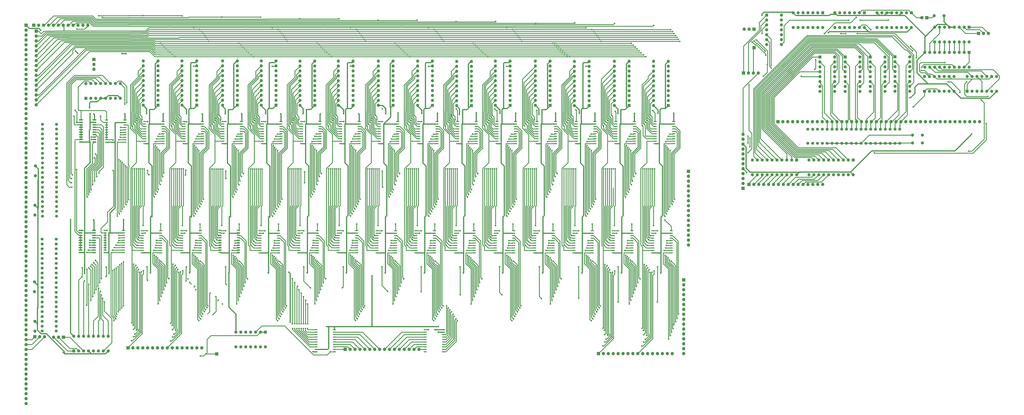
<source format=gbr>
%TF.GenerationSoftware,KiCad,Pcbnew,6.0.2-378541a8eb~116~ubuntu21.10.1*%
%TF.CreationDate,2022-02-16T18:13:42+01:00*%
%TF.ProjectId,register_file_kicad,72656769-7374-4657-925f-66696c655f6b,Rev v0.4*%
%TF.SameCoordinates,Original*%
%TF.FileFunction,Copper,L1,Top*%
%TF.FilePolarity,Positive*%
%FSLAX46Y46*%
G04 Gerber Fmt 4.6, Leading zero omitted, Abs format (unit mm)*
G04 Created by KiCad (PCBNEW 6.0.2-378541a8eb~116~ubuntu21.10.1) date 2022-02-16 18:13:42*
%MOMM*%
%LPD*%
G01*
G04 APERTURE LIST*
G04 Aperture macros list*
%AMRoundRect*
0 Rectangle with rounded corners*
0 $1 Rounding radius*
0 $2 $3 $4 $5 $6 $7 $8 $9 X,Y pos of 4 corners*
0 Add a 4 corners polygon primitive as box body*
4,1,4,$2,$3,$4,$5,$6,$7,$8,$9,$2,$3,0*
0 Add four circle primitives for the rounded corners*
1,1,$1+$1,$2,$3*
1,1,$1+$1,$4,$5*
1,1,$1+$1,$6,$7*
1,1,$1+$1,$8,$9*
0 Add four rect primitives between the rounded corners*
20,1,$1+$1,$2,$3,$4,$5,0*
20,1,$1+$1,$4,$5,$6,$7,0*
20,1,$1+$1,$6,$7,$8,$9,0*
20,1,$1+$1,$8,$9,$2,$3,0*%
G04 Aperture macros list end*
%TA.AperFunction,ComponentPad*%
%ADD10R,1.600000X1.600000*%
%TD*%
%TA.AperFunction,ComponentPad*%
%ADD11O,1.600000X1.600000*%
%TD*%
%TA.AperFunction,ComponentPad*%
%ADD12R,1.700000X1.700000*%
%TD*%
%TA.AperFunction,ComponentPad*%
%ADD13O,1.700000X1.700000*%
%TD*%
%TA.AperFunction,SMDPad,CuDef*%
%ADD14R,1.500000X0.600000*%
%TD*%
%TA.AperFunction,ComponentPad*%
%ADD15C,1.524000*%
%TD*%
%TA.AperFunction,ComponentPad*%
%ADD16C,1.600000*%
%TD*%
%TA.AperFunction,SMDPad,CuDef*%
%ADD17RoundRect,0.150000X-0.837500X-0.150000X0.837500X-0.150000X0.837500X0.150000X-0.837500X0.150000X0*%
%TD*%
%TA.AperFunction,ComponentPad*%
%ADD18R,1.800000X1.800000*%
%TD*%
%TA.AperFunction,ComponentPad*%
%ADD19C,1.800000*%
%TD*%
%TA.AperFunction,ViaPad*%
%ADD20C,0.800000*%
%TD*%
%TA.AperFunction,Conductor*%
%ADD21C,0.400000*%
%TD*%
%TA.AperFunction,Conductor*%
%ADD22C,0.600000*%
%TD*%
G04 APERTURE END LIST*
D10*
%TO.P,U45,1,~{OE}*%
%TO.N,GND*%
X241759207Y-82719352D03*
D11*
%TO.P,U45,2,1D*%
%TO.N,Net-(J13-Pad8)*%
X241759207Y-80179352D03*
%TO.P,U45,3,2D*%
%TO.N,Net-(J13-Pad7)*%
X241759207Y-77639352D03*
%TO.P,U45,4,3D*%
%TO.N,Net-(J13-Pad6)*%
X241759207Y-75099352D03*
%TO.P,U45,5,4D*%
%TO.N,Net-(J13-Pad5)*%
X241759207Y-72559352D03*
%TO.P,U45,6,5D*%
%TO.N,Net-(J13-Pad4)*%
X241759207Y-70019352D03*
%TO.P,U45,7,6D*%
%TO.N,Net-(J13-Pad3)*%
X241759207Y-67479352D03*
%TO.P,U45,8,7D*%
%TO.N,Net-(J13-Pad2)*%
X241759207Y-64939352D03*
%TO.P,U45,9,8D*%
%TO.N,Net-(J13-Pad1)*%
X241759207Y-62399352D03*
%TO.P,U45,10,GND*%
%TO.N,GND*%
X241759207Y-59859352D03*
%TO.P,U45,11,LE*%
%TO.N,Net-(J15-Pad4)*%
X234139207Y-59859352D03*
%TO.P,U45,12,8Q*%
%TO.N,Net-(U45-Pad12)*%
X234139207Y-62399352D03*
%TO.P,U45,13,7Q*%
%TO.N,Net-(U45-Pad13)*%
X234139207Y-64939352D03*
%TO.P,U45,14,6Q*%
%TO.N,Net-(U45-Pad14)*%
X234139207Y-67479352D03*
%TO.P,U45,15,5Q*%
%TO.N,Net-(U45-Pad15)*%
X234139207Y-70019352D03*
%TO.P,U45,16,4Q*%
%TO.N,Net-(U45-Pad16)*%
X234139207Y-72559352D03*
%TO.P,U45,17,3Q*%
%TO.N,Net-(U45-Pad17)*%
X234139207Y-75099352D03*
%TO.P,U45,18,2Q*%
%TO.N,Net-(U45-Pad18)*%
X234139207Y-77639352D03*
%TO.P,U45,19,1Q*%
%TO.N,Net-(U45-Pad19)*%
X234139207Y-80179352D03*
%TO.P,U45,20,VCC*%
%TO.N,+5V*%
X234139207Y-82719352D03*
%TD*%
D12*
%TO.P,J8,1,Pin_1*%
%TO.N,Net-(J8-Pad1)*%
X66900000Y-59028000D03*
D13*
%TO.P,J8,2,Pin_2*%
%TO.N,Net-(J8-Pad2)*%
X66900000Y-61568000D03*
%TO.P,J8,3,Pin_3*%
%TO.N,Net-(J8-Pad3)*%
X66900000Y-64108000D03*
%TD*%
D12*
%TO.P,J18,1,Pin_1*%
%TO.N,Net-(J6-Pad65)*%
X36296000Y-202383000D03*
D13*
%TO.P,J18,2,Pin_2*%
%TO.N,Net-(J6-Pad66)*%
X38836000Y-202383000D03*
%TO.P,J18,3,Pin_3*%
%TO.N,Net-(J6-Pad67)*%
X41376000Y-202383000D03*
%TD*%
D14*
%TO.P,U44,1,~{G1}*%
%TO.N,Net-(U16-Pad11)*%
X213143207Y-147541162D03*
%TO.P,U44,2,A1*%
%TO.N,Net-(U42-Pad19)*%
X213143207Y-148811162D03*
%TO.P,U44,3,A2*%
%TO.N,Net-(U42-Pad18)*%
X213143207Y-150081162D03*
%TO.P,U44,4,A3*%
%TO.N,Net-(U42-Pad17)*%
X213143207Y-151351162D03*
%TO.P,U44,5,A4*%
%TO.N,Net-(U42-Pad16)*%
X213143207Y-152621162D03*
%TO.P,U44,6,A5*%
%TO.N,Net-(U42-Pad15)*%
X213143207Y-153891162D03*
%TO.P,U44,7,A6*%
%TO.N,Net-(U42-Pad14)*%
X213143207Y-155161162D03*
%TO.P,U44,8,A7*%
%TO.N,Net-(U42-Pad13)*%
X213143207Y-156431162D03*
%TO.P,U44,9,A8*%
%TO.N,Net-(U42-Pad12)*%
X213143207Y-157701162D03*
%TO.P,U44,10,GND*%
%TO.N,GND*%
X213143207Y-158971162D03*
%TO.P,U44,11,Y8*%
%TO.N,Net-(J2-Pad8)*%
X222643207Y-158971162D03*
%TO.P,U44,12,Y7*%
%TO.N,Net-(J2-Pad7)*%
X222643207Y-157701162D03*
%TO.P,U44,13,Y6*%
%TO.N,Net-(J2-Pad6)*%
X222643207Y-156431162D03*
%TO.P,U44,14,Y5*%
%TO.N,Net-(J2-Pad5)*%
X222643207Y-155161162D03*
%TO.P,U44,15,Y4*%
%TO.N,Net-(J2-Pad4)*%
X222643207Y-153891162D03*
%TO.P,U44,16,Y3*%
%TO.N,Net-(J2-Pad3)*%
X222643207Y-152621162D03*
%TO.P,U44,17,Y2*%
%TO.N,Net-(J2-Pad2)*%
X222643207Y-151351162D03*
%TO.P,U44,18,Y1*%
%TO.N,Net-(J2-Pad1)*%
X222643207Y-150081162D03*
%TO.P,U44,19,~{G2}*%
%TO.N,GND*%
X222643207Y-148811162D03*
%TO.P,U44,20,Vcc*%
%TO.N,+5V*%
X222643207Y-147541162D03*
%TD*%
D15*
%TO.P,U2,1*%
%TO.N,Net-(J1-Pad16)*%
X47620000Y-140013000D03*
%TO.P,U2,2*%
%TO.N,Net-(J1-Pad15)*%
X47620000Y-137513000D03*
%TO.P,U2,3*%
%TO.N,Net-(J1-Pad14)*%
X47620000Y-135013000D03*
%TO.P,U2,4*%
%TO.N,Net-(J1-Pad13)*%
X47620000Y-132513000D03*
%TO.P,U2,5*%
%TO.N,Net-(J1-Pad12)*%
X47620000Y-130013000D03*
%TO.P,U2,6*%
%TO.N,Net-(J1-Pad11)*%
X47620000Y-127513000D03*
%TO.P,U2,7*%
%TO.N,Net-(J1-Pad10)*%
X47620000Y-125013000D03*
%TO.P,U2,8*%
%TO.N,Net-(J1-Pad9)*%
X47620000Y-122513000D03*
%TO.P,U2,9*%
%TO.N,Net-(J1-Pad8)*%
X47620000Y-120013000D03*
%TO.P,U2,10*%
%TO.N,Net-(J1-Pad7)*%
X47620000Y-117513000D03*
%TO.P,U2,11*%
%TO.N,Net-(J1-Pad6)*%
X47620000Y-115013000D03*
%TO.P,U2,12*%
%TO.N,Net-(J1-Pad5)*%
X47620000Y-112513000D03*
%TO.P,U2,13*%
%TO.N,Net-(J1-Pad4)*%
X47620000Y-110013000D03*
%TO.P,U2,14*%
%TO.N,Net-(J1-Pad3)*%
X47620000Y-107513000D03*
%TO.P,U2,15*%
%TO.N,Net-(J1-Pad2)*%
X47620000Y-105013000D03*
%TO.P,U2,16*%
%TO.N,Net-(J1-Pad1)*%
X47620000Y-102513000D03*
%TO.P,U2,17*%
%TO.N,unconnected-(U2-Pad17)*%
X47620000Y-100013000D03*
%TO.P,U2,18*%
%TO.N,unconnected-(U2-Pad18)*%
X47620000Y-97513000D03*
%TO.P,U2,19*%
%TO.N,unconnected-(U2-Pad19)*%
X47620000Y-95013000D03*
%TO.P,U2,20*%
%TO.N,unconnected-(U2-Pad20)*%
X47620000Y-92513000D03*
%TO.P,U2,21*%
%TO.N,Net-(R1-Pad2)*%
X40320000Y-140013000D03*
%TO.P,U2,22*%
X40320000Y-137513000D03*
%TO.P,U2,23*%
X40320000Y-135013000D03*
%TO.P,U2,24*%
X40320000Y-132513000D03*
%TO.P,U2,25*%
X40320000Y-130013000D03*
%TO.P,U2,26*%
X40320000Y-127513000D03*
%TO.P,U2,27*%
X40320000Y-125013000D03*
%TO.P,U2,28*%
X40320000Y-122513000D03*
%TO.P,U2,29*%
%TO.N,Net-(R3-Pad2)*%
X40320000Y-120013000D03*
%TO.P,U2,30*%
X40320000Y-117513000D03*
%TO.P,U2,31*%
X40320000Y-115013000D03*
%TO.P,U2,32*%
X40320000Y-112513000D03*
%TO.P,U2,33*%
X40320000Y-110013000D03*
%TO.P,U2,34*%
X40320000Y-107513000D03*
%TO.P,U2,35*%
X40320000Y-105013000D03*
%TO.P,U2,36*%
X40320000Y-102513000D03*
%TO.P,U2,37*%
%TO.N,unconnected-(U2-Pad37)*%
X40320000Y-100013000D03*
%TO.P,U2,38*%
%TO.N,unconnected-(U2-Pad38)*%
X40320000Y-97513000D03*
%TO.P,U2,39*%
%TO.N,unconnected-(U2-Pad39)*%
X40320000Y-95013000D03*
%TO.P,U2,40*%
%TO.N,unconnected-(U2-Pad40)*%
X40320000Y-92513000D03*
%TD*%
D12*
%TO.P,J5,1,Pin_1*%
%TO.N,/Dec*%
X402389511Y-66027011D03*
D13*
%TO.P,J5,2,Pin_2*%
%TO.N,/Inc*%
X404929511Y-66027011D03*
%TO.P,J5,3,Pin_3*%
%TO.N,/Const_Reg*%
X407469511Y-66027011D03*
%TO.P,J5,4,Pin_4*%
%TO.N,/Zero_One*%
X410009511Y-66027011D03*
%TD*%
D10*
%TO.P,U12,1,~{OE}*%
%TO.N,GND*%
X459034511Y-110972011D03*
D11*
%TO.P,U12,2,1D*%
%TO.N,Net-(U12-Pad2)*%
X456494511Y-110972011D03*
%TO.P,U12,3,2D*%
%TO.N,Net-(U12-Pad3)*%
X453954511Y-110972011D03*
%TO.P,U12,4,3D*%
%TO.N,Net-(U12-Pad4)*%
X451414511Y-110972011D03*
%TO.P,U12,5,4D*%
%TO.N,Net-(U12-Pad5)*%
X448874511Y-110972011D03*
%TO.P,U12,6,5D*%
%TO.N,Net-(U11-Pad4)*%
X446334511Y-110972011D03*
%TO.P,U12,7,6D*%
%TO.N,Net-(U11-Pad1)*%
X443794511Y-110972011D03*
%TO.P,U12,8,7D*%
%TO.N,Net-(U11-Pad13)*%
X441254511Y-110972011D03*
%TO.P,U12,9,8D*%
%TO.N,Net-(U11-Pad10)*%
X438714511Y-110972011D03*
%TO.P,U12,10,GND*%
%TO.N,GND*%
X436174511Y-110972011D03*
%TO.P,U12,11,LE*%
%TO.N,Net-(U12-Pad11)*%
X436174511Y-118592011D03*
%TO.P,U12,12,8Q*%
%TO.N,Net-(J10-Pad9)*%
X438714511Y-118592011D03*
%TO.P,U12,13,7Q*%
%TO.N,Net-(J10-Pad10)*%
X441254511Y-118592011D03*
%TO.P,U12,14,6Q*%
%TO.N,Net-(J10-Pad11)*%
X443794511Y-118592011D03*
%TO.P,U12,15,5Q*%
%TO.N,Net-(J10-Pad12)*%
X446334511Y-118592011D03*
%TO.P,U12,16,4Q*%
%TO.N,Net-(J10-Pad13)*%
X448874511Y-118592011D03*
%TO.P,U12,17,3Q*%
%TO.N,Net-(J10-Pad14)*%
X451414511Y-118592011D03*
%TO.P,U12,18,2Q*%
%TO.N,Net-(J10-Pad15)*%
X453954511Y-118592011D03*
%TO.P,U12,19,1Q*%
%TO.N,Net-(J10-Pad16)*%
X456494511Y-118592011D03*
%TO.P,U12,20,VCC*%
%TO.N,+5V*%
X459034511Y-118592011D03*
%TD*%
D10*
%TO.P,U36,1,~{OE}*%
%TO.N,GND*%
X180926207Y-82719352D03*
D11*
%TO.P,U36,2,1D*%
%TO.N,Net-(J13-Pad16)*%
X180926207Y-80179352D03*
%TO.P,U36,3,2D*%
%TO.N,Net-(J13-Pad15)*%
X180926207Y-77639352D03*
%TO.P,U36,4,3D*%
%TO.N,Net-(J13-Pad14)*%
X180926207Y-75099352D03*
%TO.P,U36,5,4D*%
%TO.N,Net-(J13-Pad13)*%
X180926207Y-72559352D03*
%TO.P,U36,6,5D*%
%TO.N,Net-(J13-Pad12)*%
X180926207Y-70019352D03*
%TO.P,U36,7,6D*%
%TO.N,Net-(J13-Pad11)*%
X180926207Y-67479352D03*
%TO.P,U36,8,7D*%
%TO.N,Net-(J13-Pad10)*%
X180926207Y-64939352D03*
%TO.P,U36,9,8D*%
%TO.N,Net-(J13-Pad9)*%
X180926207Y-62399352D03*
%TO.P,U36,10,GND*%
%TO.N,GND*%
X180926207Y-59859352D03*
%TO.P,U36,11,LE*%
%TO.N,Net-(J15-Pad3)*%
X173306207Y-59859352D03*
%TO.P,U36,12,8Q*%
%TO.N,Net-(U36-Pad12)*%
X173306207Y-62399352D03*
%TO.P,U36,13,7Q*%
%TO.N,Net-(U36-Pad13)*%
X173306207Y-64939352D03*
%TO.P,U36,14,6Q*%
%TO.N,Net-(U36-Pad14)*%
X173306207Y-67479352D03*
%TO.P,U36,15,5Q*%
%TO.N,Net-(U36-Pad15)*%
X173306207Y-70019352D03*
%TO.P,U36,16,4Q*%
%TO.N,Net-(U36-Pad16)*%
X173306207Y-72559352D03*
%TO.P,U36,17,3Q*%
%TO.N,Net-(U36-Pad17)*%
X173306207Y-75099352D03*
%TO.P,U36,18,2Q*%
%TO.N,Net-(U36-Pad18)*%
X173306207Y-77639352D03*
%TO.P,U36,19,1Q*%
%TO.N,Net-(U36-Pad19)*%
X173306207Y-80179352D03*
%TO.P,U36,20,VCC*%
%TO.N,+5V*%
X173306207Y-82719352D03*
%TD*%
D14*
%TO.P,U62,1,~{G1}*%
%TO.N,Net-(U16-Pad7)*%
X335224717Y-147541162D03*
%TO.P,U62,2,A1*%
%TO.N,Net-(J12-Pad1)*%
X335224717Y-148811162D03*
%TO.P,U62,3,A2*%
%TO.N,Net-(J12-Pad2)*%
X335224717Y-150081162D03*
%TO.P,U62,4,A3*%
%TO.N,Net-(J12-Pad3)*%
X335224717Y-151351162D03*
%TO.P,U62,5,A4*%
%TO.N,Net-(J12-Pad4)*%
X335224717Y-152621162D03*
%TO.P,U62,6,A5*%
%TO.N,Net-(J12-Pad5)*%
X335224717Y-153891162D03*
%TO.P,U62,7,A6*%
%TO.N,Net-(J12-Pad6)*%
X335224717Y-155161162D03*
%TO.P,U62,8,A7*%
%TO.N,Net-(J12-Pad7)*%
X335224717Y-156431162D03*
%TO.P,U62,9,A8*%
%TO.N,Net-(J12-Pad8)*%
X335224717Y-157701162D03*
%TO.P,U62,10,GND*%
%TO.N,GND*%
X335224717Y-158971162D03*
%TO.P,U62,11,Y8*%
%TO.N,Net-(J2-Pad8)*%
X344724717Y-158971162D03*
%TO.P,U62,12,Y7*%
%TO.N,Net-(J2-Pad7)*%
X344724717Y-157701162D03*
%TO.P,U62,13,Y6*%
%TO.N,Net-(J2-Pad6)*%
X344724717Y-156431162D03*
%TO.P,U62,14,Y5*%
%TO.N,Net-(J2-Pad5)*%
X344724717Y-155161162D03*
%TO.P,U62,15,Y4*%
%TO.N,Net-(J2-Pad4)*%
X344724717Y-153891162D03*
%TO.P,U62,16,Y3*%
%TO.N,Net-(J2-Pad3)*%
X344724717Y-152621162D03*
%TO.P,U62,17,Y2*%
%TO.N,Net-(J2-Pad2)*%
X344724717Y-151351162D03*
%TO.P,U62,18,Y1*%
%TO.N,Net-(J2-Pad1)*%
X344724717Y-150081162D03*
%TO.P,U62,19,~{G2}*%
%TO.N,GND*%
X344724717Y-148811162D03*
%TO.P,U62,20,Vcc*%
%TO.N,+5V*%
X344724717Y-147541162D03*
%TD*%
D12*
%TO.P,J7,1,Pin_1*%
%TO.N,Net-(J7-Pad1)*%
X51166000Y-202590489D03*
D13*
%TO.P,J7,2,Pin_2*%
%TO.N,Net-(J7-Pad2)*%
X48626000Y-202590489D03*
%TO.P,J7,3,Pin_3*%
%TO.N,Net-(J7-Pad3)*%
X46086000Y-202590489D03*
%TD*%
D12*
%TO.P,J13,1,Pin_1*%
%TO.N,Net-(J13-Pad1)*%
X37079000Y-44347000D03*
D13*
%TO.P,J13,2,Pin_2*%
%TO.N,Net-(J13-Pad2)*%
X37079000Y-46887000D03*
%TO.P,J13,3,Pin_3*%
%TO.N,Net-(J13-Pad3)*%
X37079000Y-49427000D03*
%TO.P,J13,4,Pin_4*%
%TO.N,Net-(J13-Pad4)*%
X37079000Y-51967000D03*
%TO.P,J13,5,Pin_5*%
%TO.N,Net-(J13-Pad5)*%
X37079000Y-54507000D03*
%TO.P,J13,6,Pin_6*%
%TO.N,Net-(J13-Pad6)*%
X37079000Y-57047000D03*
%TO.P,J13,7,Pin_7*%
%TO.N,Net-(J13-Pad7)*%
X37079000Y-59587000D03*
%TO.P,J13,8,Pin_8*%
%TO.N,Net-(J13-Pad8)*%
X37079000Y-62127000D03*
%TO.P,J13,9,Pin_9*%
%TO.N,Net-(J13-Pad9)*%
X37079000Y-64667000D03*
%TO.P,J13,10,Pin_10*%
%TO.N,Net-(J13-Pad10)*%
X37079000Y-67207000D03*
%TO.P,J13,11,Pin_11*%
%TO.N,Net-(J13-Pad11)*%
X37079000Y-69747000D03*
%TO.P,J13,12,Pin_12*%
%TO.N,Net-(J13-Pad12)*%
X37079000Y-72287000D03*
%TO.P,J13,13,Pin_13*%
%TO.N,Net-(J13-Pad13)*%
X37079000Y-74827000D03*
%TO.P,J13,14,Pin_14*%
%TO.N,Net-(J13-Pad14)*%
X37079000Y-77367000D03*
%TO.P,J13,15,Pin_15*%
%TO.N,Net-(J13-Pad15)*%
X37079000Y-79907000D03*
%TO.P,J13,16,Pin_16*%
%TO.N,Net-(J13-Pad16)*%
X37079000Y-82447000D03*
%TD*%
D14*
%TO.P,U59,1,~{G1}*%
%TO.N,Net-(U16-Pad9)*%
X314777717Y-147541162D03*
%TO.P,U59,2,A1*%
%TO.N,Net-(U57-Pad19)*%
X314777717Y-148811162D03*
%TO.P,U59,3,A2*%
%TO.N,Net-(U57-Pad18)*%
X314777717Y-150081162D03*
%TO.P,U59,4,A3*%
%TO.N,Net-(U57-Pad17)*%
X314777717Y-151351162D03*
%TO.P,U59,5,A4*%
%TO.N,Net-(U57-Pad16)*%
X314777717Y-152621162D03*
%TO.P,U59,6,A5*%
%TO.N,Net-(U57-Pad15)*%
X314777717Y-153891162D03*
%TO.P,U59,7,A6*%
%TO.N,Net-(U57-Pad14)*%
X314777717Y-155161162D03*
%TO.P,U59,8,A7*%
%TO.N,Net-(U57-Pad13)*%
X314777717Y-156431162D03*
%TO.P,U59,9,A8*%
%TO.N,Net-(U57-Pad12)*%
X314777717Y-157701162D03*
%TO.P,U59,10,GND*%
%TO.N,GND*%
X314777717Y-158971162D03*
%TO.P,U59,11,Y8*%
%TO.N,Net-(J2-Pad16)*%
X324277717Y-158971162D03*
%TO.P,U59,12,Y7*%
%TO.N,Net-(J2-Pad15)*%
X324277717Y-157701162D03*
%TO.P,U59,13,Y6*%
%TO.N,Net-(J2-Pad14)*%
X324277717Y-156431162D03*
%TO.P,U59,14,Y5*%
%TO.N,Net-(J2-Pad13)*%
X324277717Y-155161162D03*
%TO.P,U59,15,Y4*%
%TO.N,Net-(J2-Pad12)*%
X324277717Y-153891162D03*
%TO.P,U59,16,Y3*%
%TO.N,Net-(J2-Pad11)*%
X324277717Y-152621162D03*
%TO.P,U59,17,Y2*%
%TO.N,Net-(J2-Pad10)*%
X324277717Y-151351162D03*
%TO.P,U59,18,Y1*%
%TO.N,Net-(J2-Pad9)*%
X324277717Y-150081162D03*
%TO.P,U59,19,~{G2}*%
%TO.N,GND*%
X324277717Y-148811162D03*
%TO.P,U59,20,Vcc*%
%TO.N,+5V*%
X324277717Y-147541162D03*
%TD*%
D12*
%TO.P,J11,1,Pin_1*%
%TO.N,Net-(J11-Pad1)*%
X196681207Y-208885162D03*
D13*
%TO.P,J11,2,Pin_2*%
%TO.N,Net-(J11-Pad2)*%
X199221207Y-208885162D03*
%TO.P,J11,3,Pin_3*%
%TO.N,Net-(J11-Pad3)*%
X201761207Y-208885162D03*
%TO.P,J11,4,Pin_4*%
%TO.N,Net-(J11-Pad4)*%
X204301207Y-208885162D03*
%TO.P,J11,5,Pin_5*%
%TO.N,Net-(J11-Pad5)*%
X206841207Y-208885162D03*
%TO.P,J11,6,Pin_6*%
%TO.N,Net-(J11-Pad6)*%
X209381207Y-208885162D03*
%TO.P,J11,7,Pin_7*%
%TO.N,Net-(J11-Pad7)*%
X211921207Y-208885162D03*
%TO.P,J11,8,Pin_8*%
%TO.N,Net-(J11-Pad8)*%
X214461207Y-208885162D03*
%TO.P,J11,9,Pin_9*%
%TO.N,Net-(J11-Pad9)*%
X217001207Y-208885162D03*
%TO.P,J11,10,Pin_10*%
%TO.N,Net-(J11-Pad10)*%
X219541207Y-208885162D03*
%TO.P,J11,11,Pin_11*%
%TO.N,Net-(J11-Pad11)*%
X222081207Y-208885162D03*
%TO.P,J11,12,Pin_12*%
%TO.N,Net-(J11-Pad12)*%
X224621207Y-208885162D03*
%TO.P,J11,13,Pin_13*%
%TO.N,Net-(J11-Pad13)*%
X227161207Y-208885162D03*
%TO.P,J11,14,Pin_14*%
%TO.N,Net-(J11-Pad14)*%
X229701207Y-208885162D03*
%TO.P,J11,15,Pin_15*%
%TO.N,Net-(J11-Pad15)*%
X232241207Y-208885162D03*
%TO.P,J11,16,Pin_16*%
%TO.N,Net-(J11-Pad16)*%
X234781207Y-208885162D03*
%TD*%
D10*
%TO.P,U7,1,~{OE}*%
%TO.N,GND*%
X429869511Y-111002011D03*
D11*
%TO.P,U7,2,1D*%
%TO.N,Net-(U19-Pad4)*%
X427329511Y-111002011D03*
%TO.P,U7,3,2D*%
%TO.N,Net-(U19-Pad1)*%
X424789511Y-111002011D03*
%TO.P,U7,4,3D*%
%TO.N,Net-(U19-Pad13)*%
X422249511Y-111002011D03*
%TO.P,U7,5,4D*%
%TO.N,Net-(U19-Pad10)*%
X419709511Y-111002011D03*
%TO.P,U7,6,5D*%
%TO.N,Net-(U23-Pad4)*%
X417169511Y-111002011D03*
%TO.P,U7,7,6D*%
%TO.N,Net-(U23-Pad1)*%
X414629511Y-111002011D03*
%TO.P,U7,8,7D*%
%TO.N,Net-(U23-Pad13)*%
X412089511Y-111002011D03*
%TO.P,U7,9,8D*%
%TO.N,Net-(U23-Pad10)*%
X409549511Y-111002011D03*
%TO.P,U7,10,GND*%
%TO.N,GND*%
X407009511Y-111002011D03*
%TO.P,U7,11,LE*%
%TO.N,Net-(U12-Pad11)*%
X407009511Y-118622011D03*
%TO.P,U7,12,8Q*%
%TO.N,Net-(J10-Pad1)*%
X409549511Y-118622011D03*
%TO.P,U7,13,7Q*%
%TO.N,Net-(J10-Pad2)*%
X412089511Y-118622011D03*
%TO.P,U7,14,6Q*%
%TO.N,Net-(J10-Pad3)*%
X414629511Y-118622011D03*
%TO.P,U7,15,5Q*%
%TO.N,Net-(J10-Pad4)*%
X417169511Y-118622011D03*
%TO.P,U7,16,4Q*%
%TO.N,Net-(J10-Pad5)*%
X419709511Y-118622011D03*
%TO.P,U7,17,3Q*%
%TO.N,Net-(J10-Pad6)*%
X422249511Y-118622011D03*
%TO.P,U7,18,2Q*%
%TO.N,Net-(J10-Pad7)*%
X424789511Y-118622011D03*
%TO.P,U7,19,1Q*%
%TO.N,Net-(J10-Pad8)*%
X427329511Y-118622011D03*
%TO.P,U7,20,VCC*%
%TO.N,+5V*%
X429869511Y-118622011D03*
%TD*%
D12*
%TO.P,J4,1*%
%TO.N,N/C*%
X420189511Y-91152011D03*
D13*
%TO.P,J4,2*%
X422729511Y-91152011D03*
%TO.P,J4,3*%
X425269511Y-91152011D03*
%TO.P,J4,4*%
X427809511Y-91152011D03*
%TO.P,J4,5*%
X430349511Y-91152011D03*
%TO.P,J4,6*%
X432889511Y-91152011D03*
%TO.P,J4,7,WE_R*%
%TO.N,unconnected-(J4-Pad7)*%
X435429511Y-91152011D03*
%TO.P,J4,8,WE_F*%
%TO.N,unconnected-(J4-Pad8)*%
X437969511Y-91152011D03*
%TO.P,J4,9,WE*%
%TO.N,WE*%
X440509511Y-91152011D03*
%TO.P,J4,10*%
%TO.N,N/C*%
X443049511Y-91152011D03*
%TO.P,J4,11,from_Bus0*%
%TO.N,Net-(J4-Pad11)*%
X445589511Y-91152011D03*
%TO.P,J4,12,from_Bus1*%
%TO.N,Net-(J4-Pad12)*%
X448129511Y-91152011D03*
%TO.P,J4,13,from_Bus2*%
%TO.N,Net-(J4-Pad13)*%
X450669511Y-91152011D03*
%TO.P,J4,14,from_Bus3*%
%TO.N,Net-(J4-Pad14)*%
X453209511Y-91152011D03*
%TO.P,J4,15,from_Bus4*%
%TO.N,Net-(J4-Pad15)*%
X455749511Y-91152011D03*
%TO.P,J4,16,from_Bus5*%
%TO.N,Net-(J4-Pad16)*%
X458289511Y-91152011D03*
%TO.P,J4,17,from_Bus6*%
%TO.N,Net-(J4-Pad17)*%
X460829511Y-91152011D03*
%TO.P,J4,18,from_Bus7*%
%TO.N,Net-(J4-Pad18)*%
X463369511Y-91152011D03*
%TO.P,J4,19,from_Bus8*%
%TO.N,Net-(J4-Pad19)*%
X465909511Y-91152011D03*
%TO.P,J4,20,from_Bus9*%
%TO.N,Net-(J4-Pad20)*%
X468449511Y-91152011D03*
%TO.P,J4,21,from_Bus10*%
%TO.N,Net-(J4-Pad21)*%
X470989511Y-91152011D03*
%TO.P,J4,22,from_Bus11*%
%TO.N,Net-(J4-Pad22)*%
X473529511Y-91152011D03*
%TO.P,J4,23,from_Bus12*%
%TO.N,Net-(J4-Pad23)*%
X476069511Y-91152011D03*
%TO.P,J4,24,from_Bus13*%
%TO.N,Net-(J4-Pad24)*%
X478609511Y-91152011D03*
%TO.P,J4,25,from_Bus14*%
%TO.N,Net-(J4-Pad25)*%
X481149511Y-91152011D03*
%TO.P,J4,26,from_Bus15*%
%TO.N,Net-(J4-Pad26)*%
X483689511Y-91152011D03*
%TO.P,J4,27*%
%TO.N,N/C*%
X486229511Y-91152011D03*
%TO.P,J4,28*%
X488769511Y-91152011D03*
%TO.P,J4,29*%
X491309511Y-91152011D03*
%TO.P,J4,30*%
X493849511Y-91152011D03*
%TO.P,J4,31*%
X496389511Y-91152011D03*
%TO.P,J4,32*%
X498929511Y-91152011D03*
%TO.P,J4,33*%
X501469511Y-91152011D03*
%TO.P,J4,34*%
X504009511Y-91152011D03*
%TO.P,J4,35*%
X506549511Y-91152011D03*
%TO.P,J4,36*%
X509089511Y-91152011D03*
%TO.P,J4,37*%
X511629511Y-91152011D03*
%TO.P,J4,38*%
X514169511Y-91152011D03*
%TO.P,J4,39*%
X516709511Y-91152011D03*
%TO.P,J4,40*%
X519249511Y-91152011D03*
%TO.P,J4,41*%
X521789511Y-91152011D03*
%TO.P,J4,42*%
X524329511Y-91152011D03*
%TD*%
D12*
%TO.P,J9,1,Pin_1*%
%TO.N,Net-(J9-Pad1)*%
X84543207Y-208088417D03*
D13*
%TO.P,J9,2,Pin_2*%
%TO.N,Net-(J9-Pad2)*%
X87083207Y-208088417D03*
%TO.P,J9,3,Pin_3*%
%TO.N,Net-(J9-Pad3)*%
X89623207Y-208088417D03*
%TO.P,J9,4,Pin_4*%
%TO.N,Net-(J9-Pad4)*%
X92163207Y-208088417D03*
%TO.P,J9,5,Pin_5*%
%TO.N,Net-(J9-Pad5)*%
X94703207Y-208088417D03*
%TO.P,J9,6,Pin_6*%
%TO.N,Net-(J9-Pad6)*%
X97243207Y-208088417D03*
%TO.P,J9,7,Pin_7*%
%TO.N,Net-(J9-Pad7)*%
X99783207Y-208088417D03*
%TO.P,J9,8,Pin_8*%
%TO.N,Net-(J9-Pad8)*%
X102323207Y-208088417D03*
%TO.P,J9,9,Pin_9*%
%TO.N,Net-(J9-Pad9)*%
X104863207Y-208088417D03*
%TO.P,J9,10,Pin_10*%
%TO.N,Net-(J9-Pad10)*%
X107403207Y-208088417D03*
%TO.P,J9,11,Pin_11*%
%TO.N,Net-(J9-Pad11)*%
X109943207Y-208088417D03*
%TO.P,J9,12,Pin_12*%
%TO.N,Net-(J9-Pad12)*%
X112483207Y-208088417D03*
%TO.P,J9,13,Pin_13*%
%TO.N,Net-(J9-Pad13)*%
X115023207Y-208088417D03*
%TO.P,J9,14,Pin_14*%
%TO.N,Net-(J9-Pad14)*%
X117563207Y-208088417D03*
%TO.P,J9,15,Pin_15*%
%TO.N,Net-(J9-Pad15)*%
X120103207Y-208088417D03*
%TO.P,J9,16,Pin_16*%
%TO.N,Net-(J9-Pad16)*%
X122643207Y-208088417D03*
%TD*%
D10*
%TO.P,U68,1*%
%TO.N,Net-(J14-Pad7)*%
X443314511Y-34852011D03*
D11*
%TO.P,U68,2*%
X440774511Y-34852011D03*
%TO.P,U68,3*%
%TO.N,Net-(U27-Pad5)*%
X438234511Y-34852011D03*
%TO.P,U68,4*%
%TO.N,N/C*%
X435694511Y-34852011D03*
%TO.P,U68,5*%
X433154511Y-34852011D03*
%TO.P,U68,6*%
X430614511Y-34852011D03*
%TO.P,U68,7,GND*%
%TO.N,GND*%
X428074511Y-34852011D03*
%TO.P,U68,8*%
%TO.N,N/C*%
X428074511Y-42472011D03*
%TO.P,U68,9*%
X430614511Y-42472011D03*
%TO.P,U68,10*%
X433154511Y-42472011D03*
%TO.P,U68,11*%
X435694511Y-42472011D03*
%TO.P,U68,12*%
X438234511Y-42472011D03*
%TO.P,U68,13*%
X440774511Y-42472011D03*
%TO.P,U68,14,VCC*%
%TO.N,+5V*%
X443314511Y-42472011D03*
%TD*%
D12*
%TO.P,J16,1,Pin_1*%
%TO.N,/Const_Reg*%
X407845000Y-52930000D03*
%TD*%
D10*
%TO.P,U29,1*%
%TO.N,Net-(U16-Pad5)*%
X155446000Y-199983000D03*
D11*
%TO.P,U29,2*%
X152906000Y-199983000D03*
%TO.P,U29,3*%
%TO.N,Net-(U29-Pad3)*%
X150366000Y-199983000D03*
%TO.P,U29,4*%
%TO.N,N/C*%
X147826000Y-199983000D03*
%TO.P,U29,5*%
X145286000Y-199983000D03*
%TO.P,U29,6*%
X142746000Y-199983000D03*
%TO.P,U29,7,GND*%
%TO.N,GND*%
X140206000Y-199983000D03*
%TO.P,U29,8*%
%TO.N,N/C*%
X140206000Y-207603000D03*
%TO.P,U29,9*%
X142746000Y-207603000D03*
%TO.P,U29,10*%
X145286000Y-207603000D03*
%TO.P,U29,11*%
X147826000Y-207603000D03*
%TO.P,U29,12*%
X150366000Y-207603000D03*
%TO.P,U29,13*%
X152906000Y-207603000D03*
%TO.P,U29,14,VCC*%
%TO.N,+5V*%
X155446000Y-207603000D03*
%TD*%
D10*
%TO.P,U16,1,A0*%
%TO.N,Net-(J7-Pad3)*%
X56505000Y-209749489D03*
D11*
%TO.P,U16,2,A1*%
%TO.N,Net-(J7-Pad2)*%
X59045000Y-209749489D03*
%TO.P,U16,3,A2*%
%TO.N,Net-(J7-Pad1)*%
X61585000Y-209749489D03*
%TO.P,U16,4,~{LE}*%
%TO.N,GND*%
X64125000Y-209749489D03*
%TO.P,U16,5,~{E1}*%
%TO.N,Net-(U16-Pad5)*%
X66665000Y-209749489D03*
%TO.P,U16,6,E2*%
%TO.N,+5V*%
X69205000Y-209749489D03*
%TO.P,U16,7,~{Y7}*%
%TO.N,Net-(U16-Pad7)*%
X71745000Y-209749489D03*
%TO.P,U16,8,GND*%
%TO.N,GND*%
X74285000Y-209749489D03*
%TO.P,U16,9,~{Y6}*%
%TO.N,Net-(U16-Pad9)*%
X74285000Y-202129489D03*
%TO.P,U16,10,~{Y5}*%
%TO.N,Net-(U16-Pad10)*%
X71745000Y-202129489D03*
%TO.P,U16,11,~{Y4}*%
%TO.N,Net-(U16-Pad11)*%
X69205000Y-202129489D03*
%TO.P,U16,12,~{Y3}*%
%TO.N,Net-(U16-Pad12)*%
X66665000Y-202129489D03*
%TO.P,U16,13,~{Y2}*%
%TO.N,Net-(U16-Pad13)*%
X64125000Y-202129489D03*
%TO.P,U16,14,~{Y1}*%
%TO.N,Net-(U16-Pad14)*%
X61585000Y-202129489D03*
%TO.P,U16,15,~{Y0}*%
%TO.N,Net-(U10-Pad1)*%
X59045000Y-202129489D03*
%TO.P,U16,16,VCC*%
%TO.N,+5V*%
X56505000Y-202129489D03*
%TD*%
D10*
%TO.P,U1,1*%
%TO.N,/Dec*%
X414389511Y-36027011D03*
D11*
%TO.P,U1,2*%
%TO.N,/Inc*%
X414389511Y-38567011D03*
%TO.P,U1,3*%
%TO.N,Net-(U1-Pad3)*%
X414389511Y-41107011D03*
%TO.P,U1,4*%
%TO.N,S_Sup*%
X414389511Y-43647011D03*
%TO.P,U1,5*%
%TO.N,Net-(U1-Pad5)*%
X414389511Y-46187011D03*
%TO.P,U1,6*%
%TO.N,Net-(U1-Pad6)*%
X414389511Y-48727011D03*
%TO.P,U1,7,GND*%
%TO.N,GND*%
X414389511Y-51267011D03*
%TO.P,U1,8*%
%TO.N,Net-(U1-Pad8)*%
X422009511Y-51267011D03*
%TO.P,U1,9*%
%TO.N,R_Sup*%
X422009511Y-48727011D03*
%TO.P,U1,10*%
%TO.N,Net-(U1-Pad10)*%
X422009511Y-46187011D03*
%TO.P,U1,11*%
%TO.N,N/C*%
X422009511Y-43647011D03*
%TO.P,U1,12*%
X422009511Y-41107011D03*
%TO.P,U1,13*%
X422009511Y-38567011D03*
%TO.P,U1,14,VCC*%
%TO.N,+5V*%
X422009511Y-36027011D03*
%TD*%
D10*
%TO.P,U48,1,~{OE}*%
%TO.N,GND*%
X261867207Y-82851352D03*
D11*
%TO.P,U48,2,1D*%
%TO.N,Net-(J13-Pad16)*%
X261867207Y-80311352D03*
%TO.P,U48,3,2D*%
%TO.N,Net-(J13-Pad15)*%
X261867207Y-77771352D03*
%TO.P,U48,4,3D*%
%TO.N,Net-(J13-Pad14)*%
X261867207Y-75231352D03*
%TO.P,U48,5,4D*%
%TO.N,Net-(J13-Pad13)*%
X261867207Y-72691352D03*
%TO.P,U48,6,5D*%
%TO.N,Net-(J13-Pad12)*%
X261867207Y-70151352D03*
%TO.P,U48,7,6D*%
%TO.N,Net-(J13-Pad11)*%
X261867207Y-67611352D03*
%TO.P,U48,8,7D*%
%TO.N,Net-(J13-Pad10)*%
X261867207Y-65071352D03*
%TO.P,U48,9,8D*%
%TO.N,Net-(J13-Pad9)*%
X261867207Y-62531352D03*
%TO.P,U48,10,GND*%
%TO.N,GND*%
X261867207Y-59991352D03*
%TO.P,U48,11,LE*%
%TO.N,Net-(J15-Pad5)*%
X254247207Y-59991352D03*
%TO.P,U48,12,8Q*%
%TO.N,Net-(U48-Pad12)*%
X254247207Y-62531352D03*
%TO.P,U48,13,7Q*%
%TO.N,Net-(U48-Pad13)*%
X254247207Y-65071352D03*
%TO.P,U48,14,6Q*%
%TO.N,Net-(U48-Pad14)*%
X254247207Y-67611352D03*
%TO.P,U48,15,5Q*%
%TO.N,Net-(U48-Pad15)*%
X254247207Y-70151352D03*
%TO.P,U48,16,4Q*%
%TO.N,Net-(U48-Pad16)*%
X254247207Y-72691352D03*
%TO.P,U48,17,3Q*%
%TO.N,Net-(U48-Pad17)*%
X254247207Y-75231352D03*
%TO.P,U48,18,2Q*%
%TO.N,Net-(U48-Pad18)*%
X254247207Y-77771352D03*
%TO.P,U48,19,1Q*%
%TO.N,Net-(U48-Pad19)*%
X254247207Y-80311352D03*
%TO.P,U48,20,VCC*%
%TO.N,+5V*%
X254247207Y-82851352D03*
%TD*%
D10*
%TO.P,U39,1,~{OE}*%
%TO.N,GND*%
X200738207Y-82719352D03*
D11*
%TO.P,U39,2,1D*%
%TO.N,Net-(J13-Pad8)*%
X200738207Y-80179352D03*
%TO.P,U39,3,2D*%
%TO.N,Net-(J13-Pad7)*%
X200738207Y-77639352D03*
%TO.P,U39,4,3D*%
%TO.N,Net-(J13-Pad6)*%
X200738207Y-75099352D03*
%TO.P,U39,5,4D*%
%TO.N,Net-(J13-Pad5)*%
X200738207Y-72559352D03*
%TO.P,U39,6,5D*%
%TO.N,Net-(J13-Pad4)*%
X200738207Y-70019352D03*
%TO.P,U39,7,6D*%
%TO.N,Net-(J13-Pad3)*%
X200738207Y-67479352D03*
%TO.P,U39,8,7D*%
%TO.N,Net-(J13-Pad2)*%
X200738207Y-64939352D03*
%TO.P,U39,9,8D*%
%TO.N,Net-(J13-Pad1)*%
X200738207Y-62399352D03*
%TO.P,U39,10,GND*%
%TO.N,GND*%
X200738207Y-59859352D03*
%TO.P,U39,11,LE*%
%TO.N,Net-(J15-Pad3)*%
X193118207Y-59859352D03*
%TO.P,U39,12,8Q*%
%TO.N,Net-(U39-Pad12)*%
X193118207Y-62399352D03*
%TO.P,U39,13,7Q*%
%TO.N,Net-(U39-Pad13)*%
X193118207Y-64939352D03*
%TO.P,U39,14,6Q*%
%TO.N,Net-(U39-Pad14)*%
X193118207Y-67479352D03*
%TO.P,U39,15,5Q*%
%TO.N,Net-(U39-Pad15)*%
X193118207Y-70019352D03*
%TO.P,U39,16,4Q*%
%TO.N,Net-(U39-Pad16)*%
X193118207Y-72559352D03*
%TO.P,U39,17,3Q*%
%TO.N,Net-(U39-Pad17)*%
X193118207Y-75099352D03*
%TO.P,U39,18,2Q*%
%TO.N,Net-(U39-Pad18)*%
X193118207Y-77639352D03*
%TO.P,U39,19,1Q*%
%TO.N,Net-(U39-Pad19)*%
X193118207Y-80179352D03*
%TO.P,U39,20,VCC*%
%TO.N,+5V*%
X193118207Y-82719352D03*
%TD*%
D14*
%TO.P,U37,1,~{G1}*%
%TO.N,Net-(U17-Pad12)*%
X174154207Y-91106352D03*
%TO.P,U37,2,A1*%
%TO.N,Net-(U36-Pad19)*%
X174154207Y-92376352D03*
%TO.P,U37,3,A2*%
%TO.N,Net-(U36-Pad18)*%
X174154207Y-93646352D03*
%TO.P,U37,4,A3*%
%TO.N,Net-(U36-Pad17)*%
X174154207Y-94916352D03*
%TO.P,U37,5,A4*%
%TO.N,Net-(U36-Pad16)*%
X174154207Y-96186352D03*
%TO.P,U37,6,A5*%
%TO.N,Net-(U36-Pad15)*%
X174154207Y-97456352D03*
%TO.P,U37,7,A6*%
%TO.N,Net-(U36-Pad14)*%
X174154207Y-98726352D03*
%TO.P,U37,8,A7*%
%TO.N,Net-(U36-Pad13)*%
X174154207Y-99996352D03*
%TO.P,U37,9,A8*%
%TO.N,Net-(U36-Pad12)*%
X174154207Y-101266352D03*
%TO.P,U37,10,GND*%
%TO.N,GND*%
X174154207Y-102536352D03*
%TO.P,U37,11,Y8*%
%TO.N,Net-(J1-Pad8)*%
X183654207Y-102536352D03*
%TO.P,U37,12,Y7*%
%TO.N,Net-(J1-Pad7)*%
X183654207Y-101266352D03*
%TO.P,U37,13,Y6*%
%TO.N,Net-(J1-Pad6)*%
X183654207Y-99996352D03*
%TO.P,U37,14,Y5*%
%TO.N,Net-(J1-Pad5)*%
X183654207Y-98726352D03*
%TO.P,U37,15,Y4*%
%TO.N,Net-(J1-Pad4)*%
X183654207Y-97456352D03*
%TO.P,U37,16,Y3*%
%TO.N,Net-(J1-Pad3)*%
X183654207Y-96186352D03*
%TO.P,U37,17,Y2*%
%TO.N,Net-(J1-Pad2)*%
X183654207Y-94916352D03*
%TO.P,U37,18,Y1*%
%TO.N,Net-(J1-Pad1)*%
X183654207Y-93646352D03*
%TO.P,U37,19,~{G2}*%
%TO.N,GND*%
X183654207Y-92376352D03*
%TO.P,U37,20,Vcc*%
%TO.N,+5V*%
X183654207Y-91106352D03*
%TD*%
%TO.P,U63,1,~{G1}*%
%TO.N,Net-(U29-Pad3)*%
X191096207Y-210149162D03*
%TO.P,U63,2,A1*%
%TO.N,Net-(J11-Pad1)*%
X191096207Y-208879162D03*
%TO.P,U63,3,A2*%
%TO.N,Net-(J11-Pad2)*%
X191096207Y-207609162D03*
%TO.P,U63,4,A3*%
%TO.N,Net-(J11-Pad3)*%
X191096207Y-206339162D03*
%TO.P,U63,5,A4*%
%TO.N,Net-(J11-Pad4)*%
X191096207Y-205069162D03*
%TO.P,U63,6,A5*%
%TO.N,Net-(J11-Pad5)*%
X191096207Y-203799162D03*
%TO.P,U63,7,A6*%
%TO.N,Net-(J11-Pad6)*%
X191096207Y-202529162D03*
%TO.P,U63,8,A7*%
%TO.N,Net-(J11-Pad7)*%
X191096207Y-201259162D03*
%TO.P,U63,9,A8*%
%TO.N,Net-(J11-Pad8)*%
X191096207Y-199989162D03*
%TO.P,U63,10,GND*%
%TO.N,GND*%
X191096207Y-198719162D03*
%TO.P,U63,11,Y8*%
%TO.N,Net-(J2-Pad8)*%
X181596207Y-198719162D03*
%TO.P,U63,12,Y7*%
%TO.N,Net-(J2-Pad7)*%
X181596207Y-199989162D03*
%TO.P,U63,13,Y6*%
%TO.N,Net-(J2-Pad6)*%
X181596207Y-201259162D03*
%TO.P,U63,14,Y5*%
%TO.N,Net-(J2-Pad5)*%
X181596207Y-202529162D03*
%TO.P,U63,15,Y4*%
%TO.N,Net-(J2-Pad4)*%
X181596207Y-203799162D03*
%TO.P,U63,16,Y3*%
%TO.N,Net-(J2-Pad3)*%
X181596207Y-205069162D03*
%TO.P,U63,17,Y2*%
%TO.N,Net-(J2-Pad2)*%
X181596207Y-206339162D03*
%TO.P,U63,18,Y1*%
%TO.N,Net-(J2-Pad1)*%
X181596207Y-207609162D03*
%TO.P,U63,19,~{G2}*%
%TO.N,GND*%
X181596207Y-208879162D03*
%TO.P,U63,20,Vcc*%
%TO.N,+5V*%
X181596207Y-210149162D03*
%TD*%
D16*
%TO.P,R6,1*%
%TO.N,GND*%
X494829511Y-98152011D03*
D11*
%TO.P,R6,2*%
%TO.N,Net-(R6-Pad2)*%
X489749511Y-98152011D03*
%TD*%
D14*
%TO.P,U26,1,~{G1}*%
%TO.N,Net-(U16-Pad14)*%
X112305207Y-147541162D03*
%TO.P,U26,2,A1*%
%TO.N,Net-(J9-Pad9)*%
X112305207Y-148811162D03*
%TO.P,U26,3,A2*%
%TO.N,Net-(J9-Pad10)*%
X112305207Y-150081162D03*
%TO.P,U26,4,A3*%
%TO.N,Net-(J9-Pad11)*%
X112305207Y-151351162D03*
%TO.P,U26,5,A4*%
%TO.N,Net-(J9-Pad12)*%
X112305207Y-152621162D03*
%TO.P,U26,6,A5*%
%TO.N,Net-(J9-Pad13)*%
X112305207Y-153891162D03*
%TO.P,U26,7,A6*%
%TO.N,Net-(J9-Pad14)*%
X112305207Y-155161162D03*
%TO.P,U26,8,A7*%
%TO.N,Net-(J9-Pad15)*%
X112305207Y-156431162D03*
%TO.P,U26,9,A8*%
%TO.N,Net-(J9-Pad16)*%
X112305207Y-157701162D03*
%TO.P,U26,10,GND*%
%TO.N,GND*%
X112305207Y-158971162D03*
%TO.P,U26,11,Y8*%
%TO.N,Net-(J2-Pad16)*%
X121805207Y-158971162D03*
%TO.P,U26,12,Y7*%
%TO.N,Net-(J2-Pad15)*%
X121805207Y-157701162D03*
%TO.P,U26,13,Y6*%
%TO.N,Net-(J2-Pad14)*%
X121805207Y-156431162D03*
%TO.P,U26,14,Y5*%
%TO.N,Net-(J2-Pad13)*%
X121805207Y-155161162D03*
%TO.P,U26,15,Y4*%
%TO.N,Net-(J2-Pad12)*%
X121805207Y-153891162D03*
%TO.P,U26,16,Y3*%
%TO.N,Net-(J2-Pad11)*%
X121805207Y-152621162D03*
%TO.P,U26,17,Y2*%
%TO.N,Net-(J2-Pad10)*%
X121805207Y-151351162D03*
%TO.P,U26,18,Y1*%
%TO.N,Net-(J2-Pad9)*%
X121805207Y-150081162D03*
%TO.P,U26,19,~{G2}*%
%TO.N,GND*%
X121805207Y-148811162D03*
%TO.P,U26,20,Vcc*%
%TO.N,+5V*%
X121805207Y-147541162D03*
%TD*%
%TO.P,U53,1,~{G1}*%
%TO.N,Net-(U16-Pad10)*%
X274230207Y-147541162D03*
%TO.P,U53,2,A1*%
%TO.N,Net-(U51-Pad19)*%
X274230207Y-148811162D03*
%TO.P,U53,3,A2*%
%TO.N,Net-(U51-Pad18)*%
X274230207Y-150081162D03*
%TO.P,U53,4,A3*%
%TO.N,Net-(U51-Pad17)*%
X274230207Y-151351162D03*
%TO.P,U53,5,A4*%
%TO.N,Net-(U51-Pad16)*%
X274230207Y-152621162D03*
%TO.P,U53,6,A5*%
%TO.N,Net-(U51-Pad15)*%
X274230207Y-153891162D03*
%TO.P,U53,7,A6*%
%TO.N,Net-(U51-Pad14)*%
X274230207Y-155161162D03*
%TO.P,U53,8,A7*%
%TO.N,Net-(U51-Pad13)*%
X274230207Y-156431162D03*
%TO.P,U53,9,A8*%
%TO.N,Net-(U51-Pad12)*%
X274230207Y-157701162D03*
%TO.P,U53,10,GND*%
%TO.N,GND*%
X274230207Y-158971162D03*
%TO.P,U53,11,Y8*%
%TO.N,Net-(J2-Pad16)*%
X283730207Y-158971162D03*
%TO.P,U53,12,Y7*%
%TO.N,Net-(J2-Pad15)*%
X283730207Y-157701162D03*
%TO.P,U53,13,Y6*%
%TO.N,Net-(J2-Pad14)*%
X283730207Y-156431162D03*
%TO.P,U53,14,Y5*%
%TO.N,Net-(J2-Pad13)*%
X283730207Y-155161162D03*
%TO.P,U53,15,Y4*%
%TO.N,Net-(J2-Pad12)*%
X283730207Y-153891162D03*
%TO.P,U53,16,Y3*%
%TO.N,Net-(J2-Pad11)*%
X283730207Y-152621162D03*
%TO.P,U53,17,Y2*%
%TO.N,Net-(J2-Pad10)*%
X283730207Y-151351162D03*
%TO.P,U53,18,Y1*%
%TO.N,Net-(J2-Pad9)*%
X283730207Y-150081162D03*
%TO.P,U53,19,~{G2}*%
%TO.N,GND*%
X283730207Y-148811162D03*
%TO.P,U53,20,Vcc*%
%TO.N,+5V*%
X283730207Y-147541162D03*
%TD*%
%TO.P,U21,1,~{G1}*%
%TO.N,Net-(U16-Pad14)*%
X91858207Y-147541162D03*
%TO.P,U21,2,A1*%
%TO.N,Net-(J9-Pad1)*%
X91858207Y-148811162D03*
%TO.P,U21,3,A2*%
%TO.N,Net-(J9-Pad2)*%
X91858207Y-150081162D03*
%TO.P,U21,4,A3*%
%TO.N,Net-(J9-Pad3)*%
X91858207Y-151351162D03*
%TO.P,U21,5,A4*%
%TO.N,Net-(J9-Pad4)*%
X91858207Y-152621162D03*
%TO.P,U21,6,A5*%
%TO.N,Net-(J9-Pad5)*%
X91858207Y-153891162D03*
%TO.P,U21,7,A6*%
%TO.N,Net-(J9-Pad6)*%
X91858207Y-155161162D03*
%TO.P,U21,8,A7*%
%TO.N,Net-(J9-Pad7)*%
X91858207Y-156431162D03*
%TO.P,U21,9,A8*%
%TO.N,Net-(J9-Pad8)*%
X91858207Y-157701162D03*
%TO.P,U21,10,GND*%
%TO.N,GND*%
X91858207Y-158971162D03*
%TO.P,U21,11,Y8*%
%TO.N,Net-(J2-Pad8)*%
X101358207Y-158971162D03*
%TO.P,U21,12,Y7*%
%TO.N,Net-(J2-Pad7)*%
X101358207Y-157701162D03*
%TO.P,U21,13,Y6*%
%TO.N,Net-(J2-Pad6)*%
X101358207Y-156431162D03*
%TO.P,U21,14,Y5*%
%TO.N,Net-(J2-Pad5)*%
X101358207Y-155161162D03*
%TO.P,U21,15,Y4*%
%TO.N,Net-(J2-Pad4)*%
X101358207Y-153891162D03*
%TO.P,U21,16,Y3*%
%TO.N,Net-(J2-Pad3)*%
X101358207Y-152621162D03*
%TO.P,U21,17,Y2*%
%TO.N,Net-(J2-Pad2)*%
X101358207Y-151351162D03*
%TO.P,U21,18,Y1*%
%TO.N,Net-(J2-Pad1)*%
X101358207Y-150081162D03*
%TO.P,U21,19,~{G2}*%
%TO.N,GND*%
X101358207Y-148811162D03*
%TO.P,U21,20,Vcc*%
%TO.N,+5V*%
X101358207Y-147541162D03*
%TD*%
D10*
%TO.P,U22,1,~{OE}*%
%TO.N,GND*%
X119976207Y-82597352D03*
D11*
%TO.P,U22,2,1D*%
%TO.N,Net-(J13-Pad8)*%
X119976207Y-80057352D03*
%TO.P,U22,3,2D*%
%TO.N,Net-(J13-Pad7)*%
X119976207Y-77517352D03*
%TO.P,U22,4,3D*%
%TO.N,Net-(J13-Pad6)*%
X119976207Y-74977352D03*
%TO.P,U22,5,4D*%
%TO.N,Net-(J13-Pad5)*%
X119976207Y-72437352D03*
%TO.P,U22,6,5D*%
%TO.N,Net-(J13-Pad4)*%
X119976207Y-69897352D03*
%TO.P,U22,7,6D*%
%TO.N,Net-(J13-Pad3)*%
X119976207Y-67357352D03*
%TO.P,U22,8,7D*%
%TO.N,Net-(J13-Pad2)*%
X119976207Y-64817352D03*
%TO.P,U22,9,8D*%
%TO.N,Net-(J13-Pad1)*%
X119976207Y-62277352D03*
%TO.P,U22,10,GND*%
%TO.N,GND*%
X119976207Y-59737352D03*
%TO.P,U22,11,LE*%
%TO.N,Net-(J15-Pad1)*%
X112356207Y-59737352D03*
%TO.P,U22,12,8Q*%
%TO.N,Net-(J9-Pad16)*%
X112356207Y-62277352D03*
%TO.P,U22,13,7Q*%
%TO.N,Net-(J9-Pad15)*%
X112356207Y-64817352D03*
%TO.P,U22,14,6Q*%
%TO.N,Net-(J9-Pad14)*%
X112356207Y-67357352D03*
%TO.P,U22,15,5Q*%
%TO.N,Net-(J9-Pad13)*%
X112356207Y-69897352D03*
%TO.P,U22,16,4Q*%
%TO.N,Net-(J9-Pad12)*%
X112356207Y-72437352D03*
%TO.P,U22,17,3Q*%
%TO.N,Net-(J9-Pad11)*%
X112356207Y-74977352D03*
%TO.P,U22,18,2Q*%
%TO.N,Net-(J9-Pad10)*%
X112356207Y-77517352D03*
%TO.P,U22,19,1Q*%
%TO.N,Net-(J9-Pad9)*%
X112356207Y-80057352D03*
%TO.P,U22,20,VCC*%
%TO.N,+5V*%
X112356207Y-82597352D03*
%TD*%
D12*
%TO.P,J2,1,Pin_1*%
%TO.N,Net-(J2-Pad1)*%
X371502717Y-173010162D03*
D13*
%TO.P,J2,2,Pin_2*%
%TO.N,Net-(J2-Pad2)*%
X371502717Y-175550162D03*
%TO.P,J2,3,Pin_3*%
%TO.N,Net-(J2-Pad3)*%
X371502717Y-178090162D03*
%TO.P,J2,4,Pin_4*%
%TO.N,Net-(J2-Pad4)*%
X371502717Y-180630162D03*
%TO.P,J2,5,Pin_5*%
%TO.N,Net-(J2-Pad5)*%
X371502717Y-183170162D03*
%TO.P,J2,6,Pin_6*%
%TO.N,Net-(J2-Pad6)*%
X371502717Y-185710162D03*
%TO.P,J2,7,Pin_7*%
%TO.N,Net-(J2-Pad7)*%
X371502717Y-188250162D03*
%TO.P,J2,8,Pin_8*%
%TO.N,Net-(J2-Pad8)*%
X371502717Y-190790162D03*
%TO.P,J2,9,Pin_9*%
%TO.N,Net-(J2-Pad9)*%
X371502717Y-193330162D03*
%TO.P,J2,10,Pin_10*%
%TO.N,Net-(J2-Pad10)*%
X371502717Y-195870162D03*
%TO.P,J2,11,Pin_11*%
%TO.N,Net-(J2-Pad11)*%
X371502717Y-198410162D03*
%TO.P,J2,12,Pin_12*%
%TO.N,Net-(J2-Pad12)*%
X371502717Y-200950162D03*
%TO.P,J2,13,Pin_13*%
%TO.N,Net-(J2-Pad13)*%
X371502717Y-203490162D03*
%TO.P,J2,14,Pin_14*%
%TO.N,Net-(J2-Pad14)*%
X371502717Y-206030162D03*
%TO.P,J2,15,Pin_15*%
%TO.N,Net-(J2-Pad15)*%
X371502717Y-208570162D03*
%TO.P,J2,16,Pin_16*%
%TO.N,Net-(J2-Pad16)*%
X371502717Y-211110162D03*
%TD*%
D12*
%TO.P,J17,1,Pin_1*%
%TO.N,Net-(U16-Pad5)*%
X130321000Y-211283000D03*
%TD*%
D10*
%TO.P,U17,1,A0*%
%TO.N,Net-(J8-Pad3)*%
X62766000Y-79069000D03*
D11*
%TO.P,U17,2,A1*%
%TO.N,Net-(J8-Pad2)*%
X65306000Y-79069000D03*
%TO.P,U17,3,A2*%
%TO.N,Net-(J8-Pad1)*%
X67846000Y-79069000D03*
%TO.P,U17,4,~{LE}*%
%TO.N,GND*%
X70386000Y-79069000D03*
%TO.P,U17,5,~{E1}*%
X72926000Y-79069000D03*
%TO.P,U17,6,E2*%
%TO.N,+5V*%
X75466000Y-79069000D03*
%TO.P,U17,7,~{Y7}*%
%TO.N,Net-(U17-Pad7)*%
X78006000Y-79069000D03*
%TO.P,U17,8,GND*%
%TO.N,GND*%
X80546000Y-79069000D03*
%TO.P,U17,9,~{Y6}*%
%TO.N,Net-(U17-Pad9)*%
X80546000Y-71449000D03*
%TO.P,U17,10,~{Y5}*%
%TO.N,Net-(U17-Pad10)*%
X78006000Y-71449000D03*
%TO.P,U17,11,~{Y4}*%
%TO.N,Net-(U17-Pad11)*%
X75466000Y-71449000D03*
%TO.P,U17,12,~{Y3}*%
%TO.N,Net-(U17-Pad12)*%
X72926000Y-71449000D03*
%TO.P,U17,13,~{Y2}*%
%TO.N,Net-(U17-Pad13)*%
X70386000Y-71449000D03*
%TO.P,U17,14,~{Y1}*%
%TO.N,Net-(U17-Pad14)*%
X67846000Y-71449000D03*
%TO.P,U17,15,~{Y0}*%
%TO.N,Net-(U14-Pad1)*%
X65306000Y-71449000D03*
%TO.P,U17,16,VCC*%
%TO.N,+5V*%
X62766000Y-71449000D03*
%TD*%
D15*
%TO.P,U3,1*%
%TO.N,Net-(J2-Pad16)*%
X47399000Y-199399000D03*
%TO.P,U3,2*%
%TO.N,Net-(J2-Pad15)*%
X47399000Y-196899000D03*
%TO.P,U3,3*%
%TO.N,Net-(J2-Pad14)*%
X47399000Y-194399000D03*
%TO.P,U3,4*%
%TO.N,Net-(J2-Pad13)*%
X47399000Y-191899000D03*
%TO.P,U3,5*%
%TO.N,Net-(J2-Pad12)*%
X47399000Y-189399000D03*
%TO.P,U3,6*%
%TO.N,Net-(J2-Pad11)*%
X47399000Y-186899000D03*
%TO.P,U3,7*%
%TO.N,Net-(J2-Pad10)*%
X47399000Y-184399000D03*
%TO.P,U3,8*%
%TO.N,Net-(J2-Pad9)*%
X47399000Y-181899000D03*
%TO.P,U3,9*%
%TO.N,Net-(J2-Pad8)*%
X47399000Y-179399000D03*
%TO.P,U3,10*%
%TO.N,Net-(J2-Pad7)*%
X47399000Y-176899000D03*
%TO.P,U3,11*%
%TO.N,Net-(J2-Pad6)*%
X47399000Y-174399000D03*
%TO.P,U3,12*%
%TO.N,Net-(J2-Pad5)*%
X47399000Y-171899000D03*
%TO.P,U3,13*%
%TO.N,Net-(J2-Pad4)*%
X47399000Y-169399000D03*
%TO.P,U3,14*%
%TO.N,Net-(J2-Pad3)*%
X47399000Y-166899000D03*
%TO.P,U3,15*%
%TO.N,Net-(J2-Pad2)*%
X47399000Y-164399000D03*
%TO.P,U3,16*%
%TO.N,Net-(J2-Pad1)*%
X47399000Y-161899000D03*
%TO.P,U3,17*%
%TO.N,unconnected-(U3-Pad17)*%
X47399000Y-159399000D03*
%TO.P,U3,18*%
%TO.N,unconnected-(U3-Pad18)*%
X47399000Y-156899000D03*
%TO.P,U3,19*%
%TO.N,unconnected-(U3-Pad19)*%
X47399000Y-154399000D03*
%TO.P,U3,20*%
%TO.N,unconnected-(U3-Pad20)*%
X47399000Y-151899000D03*
%TO.P,U3,21*%
%TO.N,Net-(R2-Pad2)*%
X40099000Y-199399000D03*
%TO.P,U3,22*%
X40099000Y-196899000D03*
%TO.P,U3,23*%
X40099000Y-194399000D03*
%TO.P,U3,24*%
X40099000Y-191899000D03*
%TO.P,U3,25*%
X40099000Y-189399000D03*
%TO.P,U3,26*%
X40099000Y-186899000D03*
%TO.P,U3,27*%
X40099000Y-184399000D03*
%TO.P,U3,28*%
X40099000Y-181899000D03*
%TO.P,U3,29*%
%TO.N,Net-(R4-Pad2)*%
X40099000Y-179399000D03*
%TO.P,U3,30*%
X40099000Y-176899000D03*
%TO.P,U3,31*%
X40099000Y-174399000D03*
%TO.P,U3,32*%
X40099000Y-171899000D03*
%TO.P,U3,33*%
X40099000Y-169399000D03*
%TO.P,U3,34*%
X40099000Y-166899000D03*
%TO.P,U3,35*%
X40099000Y-164399000D03*
%TO.P,U3,36*%
X40099000Y-161899000D03*
%TO.P,U3,37*%
%TO.N,unconnected-(U3-Pad37)*%
X40099000Y-159399000D03*
%TO.P,U3,38*%
%TO.N,unconnected-(U3-Pad38)*%
X40099000Y-156899000D03*
%TO.P,U3,39*%
%TO.N,unconnected-(U3-Pad39)*%
X40099000Y-154399000D03*
%TO.P,U3,40*%
%TO.N,unconnected-(U3-Pad40)*%
X40099000Y-151899000D03*
%TD*%
D14*
%TO.P,U47,1,~{G1}*%
%TO.N,Net-(U16-Pad11)*%
X233209207Y-147541162D03*
%TO.P,U47,2,A1*%
%TO.N,Net-(U45-Pad19)*%
X233209207Y-148811162D03*
%TO.P,U47,3,A2*%
%TO.N,Net-(U45-Pad18)*%
X233209207Y-150081162D03*
%TO.P,U47,4,A3*%
%TO.N,Net-(U45-Pad17)*%
X233209207Y-151351162D03*
%TO.P,U47,5,A4*%
%TO.N,Net-(U45-Pad16)*%
X233209207Y-152621162D03*
%TO.P,U47,6,A5*%
%TO.N,Net-(U45-Pad15)*%
X233209207Y-153891162D03*
%TO.P,U47,7,A6*%
%TO.N,Net-(U45-Pad14)*%
X233209207Y-155161162D03*
%TO.P,U47,8,A7*%
%TO.N,Net-(U45-Pad13)*%
X233209207Y-156431162D03*
%TO.P,U47,9,A8*%
%TO.N,Net-(U45-Pad12)*%
X233209207Y-157701162D03*
%TO.P,U47,10,GND*%
%TO.N,GND*%
X233209207Y-158971162D03*
%TO.P,U47,11,Y8*%
%TO.N,Net-(J2-Pad16)*%
X242709207Y-158971162D03*
%TO.P,U47,12,Y7*%
%TO.N,Net-(J2-Pad15)*%
X242709207Y-157701162D03*
%TO.P,U47,13,Y6*%
%TO.N,Net-(J2-Pad14)*%
X242709207Y-156431162D03*
%TO.P,U47,14,Y5*%
%TO.N,Net-(J2-Pad13)*%
X242709207Y-155161162D03*
%TO.P,U47,15,Y4*%
%TO.N,Net-(J2-Pad12)*%
X242709207Y-153891162D03*
%TO.P,U47,16,Y3*%
%TO.N,Net-(J2-Pad11)*%
X242709207Y-152621162D03*
%TO.P,U47,17,Y2*%
%TO.N,Net-(J2-Pad10)*%
X242709207Y-151351162D03*
%TO.P,U47,18,Y1*%
%TO.N,Net-(J2-Pad9)*%
X242709207Y-150081162D03*
%TO.P,U47,19,~{G2}*%
%TO.N,GND*%
X242709207Y-148811162D03*
%TO.P,U47,20,Vcc*%
%TO.N,+5V*%
X242709207Y-147541162D03*
%TD*%
%TO.P,U56,1,~{G1}*%
%TO.N,Net-(U16-Pad9)*%
X294584717Y-147541162D03*
%TO.P,U56,2,A1*%
%TO.N,Net-(U54-Pad19)*%
X294584717Y-148811162D03*
%TO.P,U56,3,A2*%
%TO.N,Net-(U54-Pad18)*%
X294584717Y-150081162D03*
%TO.P,U56,4,A3*%
%TO.N,Net-(U54-Pad17)*%
X294584717Y-151351162D03*
%TO.P,U56,5,A4*%
%TO.N,Net-(U54-Pad16)*%
X294584717Y-152621162D03*
%TO.P,U56,6,A5*%
%TO.N,Net-(U54-Pad15)*%
X294584717Y-153891162D03*
%TO.P,U56,7,A6*%
%TO.N,Net-(U54-Pad14)*%
X294584717Y-155161162D03*
%TO.P,U56,8,A7*%
%TO.N,Net-(U54-Pad13)*%
X294584717Y-156431162D03*
%TO.P,U56,9,A8*%
%TO.N,Net-(U54-Pad12)*%
X294584717Y-157701162D03*
%TO.P,U56,10,GND*%
%TO.N,GND*%
X294584717Y-158971162D03*
%TO.P,U56,11,Y8*%
%TO.N,Net-(J2-Pad8)*%
X304084717Y-158971162D03*
%TO.P,U56,12,Y7*%
%TO.N,Net-(J2-Pad7)*%
X304084717Y-157701162D03*
%TO.P,U56,13,Y6*%
%TO.N,Net-(J2-Pad6)*%
X304084717Y-156431162D03*
%TO.P,U56,14,Y5*%
%TO.N,Net-(J2-Pad5)*%
X304084717Y-155161162D03*
%TO.P,U56,15,Y4*%
%TO.N,Net-(J2-Pad4)*%
X304084717Y-153891162D03*
%TO.P,U56,16,Y3*%
%TO.N,Net-(J2-Pad3)*%
X304084717Y-152621162D03*
%TO.P,U56,17,Y2*%
%TO.N,Net-(J2-Pad2)*%
X304084717Y-151351162D03*
%TO.P,U56,18,Y1*%
%TO.N,Net-(J2-Pad1)*%
X304084717Y-150081162D03*
%TO.P,U56,19,~{G2}*%
%TO.N,GND*%
X304084717Y-148811162D03*
%TO.P,U56,20,Vcc*%
%TO.N,+5V*%
X304084717Y-147541162D03*
%TD*%
D12*
%TO.P,J12,1,Pin_1*%
%TO.N,Net-(J12-Pad1)*%
X327500717Y-211036300D03*
D13*
%TO.P,J12,2,Pin_2*%
%TO.N,Net-(J12-Pad2)*%
X330040717Y-211036300D03*
%TO.P,J12,3,Pin_3*%
%TO.N,Net-(J12-Pad3)*%
X332580717Y-211036300D03*
%TO.P,J12,4,Pin_4*%
%TO.N,Net-(J12-Pad4)*%
X335120717Y-211036300D03*
%TO.P,J12,5,Pin_5*%
%TO.N,Net-(J12-Pad5)*%
X337660717Y-211036300D03*
%TO.P,J12,6,Pin_6*%
%TO.N,Net-(J12-Pad6)*%
X340200717Y-211036300D03*
%TO.P,J12,7,Pin_7*%
%TO.N,Net-(J12-Pad7)*%
X342740717Y-211036300D03*
%TO.P,J12,8,Pin_8*%
%TO.N,Net-(J12-Pad8)*%
X345280717Y-211036300D03*
%TO.P,J12,9,Pin_9*%
%TO.N,Net-(J12-Pad9)*%
X347820717Y-211036300D03*
%TO.P,J12,10,Pin_10*%
%TO.N,Net-(J12-Pad10)*%
X350360717Y-211036300D03*
%TO.P,J12,11,Pin_11*%
%TO.N,Net-(J12-Pad11)*%
X352900717Y-211036300D03*
%TO.P,J12,12,Pin_12*%
%TO.N,Net-(J12-Pad12)*%
X355440717Y-211036300D03*
%TO.P,J12,13,Pin_13*%
%TO.N,Net-(J12-Pad13)*%
X357980717Y-211036300D03*
%TO.P,J12,14,Pin_14*%
%TO.N,Net-(J12-Pad14)*%
X360520717Y-211036300D03*
%TO.P,J12,15,Pin_15*%
%TO.N,Net-(J12-Pad15)*%
X363060717Y-211036300D03*
%TO.P,J12,16,Pin_16*%
%TO.N,Net-(J12-Pad16)*%
X365600717Y-211036300D03*
%TD*%
D14*
%TO.P,U50,1,~{G1}*%
%TO.N,Net-(U16-Pad10)*%
X253783207Y-147541162D03*
%TO.P,U50,2,A1*%
%TO.N,Net-(U48-Pad19)*%
X253783207Y-148811162D03*
%TO.P,U50,3,A2*%
%TO.N,Net-(U48-Pad18)*%
X253783207Y-150081162D03*
%TO.P,U50,4,A3*%
%TO.N,Net-(U48-Pad17)*%
X253783207Y-151351162D03*
%TO.P,U50,5,A4*%
%TO.N,Net-(U48-Pad16)*%
X253783207Y-152621162D03*
%TO.P,U50,6,A5*%
%TO.N,Net-(U48-Pad15)*%
X253783207Y-153891162D03*
%TO.P,U50,7,A6*%
%TO.N,Net-(U48-Pad14)*%
X253783207Y-155161162D03*
%TO.P,U50,8,A7*%
%TO.N,Net-(U48-Pad13)*%
X253783207Y-156431162D03*
%TO.P,U50,9,A8*%
%TO.N,Net-(U48-Pad12)*%
X253783207Y-157701162D03*
%TO.P,U50,10,GND*%
%TO.N,GND*%
X253783207Y-158971162D03*
%TO.P,U50,11,Y8*%
%TO.N,Net-(J2-Pad8)*%
X263283207Y-158971162D03*
%TO.P,U50,12,Y7*%
%TO.N,Net-(J2-Pad7)*%
X263283207Y-157701162D03*
%TO.P,U50,13,Y6*%
%TO.N,Net-(J2-Pad6)*%
X263283207Y-156431162D03*
%TO.P,U50,14,Y5*%
%TO.N,Net-(J2-Pad5)*%
X263283207Y-155161162D03*
%TO.P,U50,15,Y4*%
%TO.N,Net-(J2-Pad4)*%
X263283207Y-153891162D03*
%TO.P,U50,16,Y3*%
%TO.N,Net-(J2-Pad3)*%
X263283207Y-152621162D03*
%TO.P,U50,17,Y2*%
%TO.N,Net-(J2-Pad2)*%
X263283207Y-151351162D03*
%TO.P,U50,18,Y1*%
%TO.N,Net-(J2-Pad1)*%
X263283207Y-150081162D03*
%TO.P,U50,19,~{G2}*%
%TO.N,GND*%
X263283207Y-148811162D03*
%TO.P,U50,20,Vcc*%
%TO.N,+5V*%
X263283207Y-147541162D03*
%TD*%
D12*
%TO.P,J15,1,Pin_1*%
%TO.N,Net-(J15-Pad1)*%
X35821000Y-41283000D03*
D13*
%TO.P,J15,2,Pin_2*%
%TO.N,Net-(J15-Pad2)*%
X38361000Y-41283000D03*
%TO.P,J15,3,Pin_3*%
%TO.N,Net-(J15-Pad3)*%
X40901000Y-41283000D03*
%TO.P,J15,4,Pin_4*%
%TO.N,Net-(J15-Pad4)*%
X43441000Y-41283000D03*
%TO.P,J15,5,Pin_5*%
%TO.N,Net-(J15-Pad5)*%
X45981000Y-41283000D03*
%TO.P,J15,6,Pin_6*%
%TO.N,Net-(J15-Pad6)*%
X48521000Y-41283000D03*
%TO.P,J15,7,Pin_7*%
%TO.N,Net-(J13-Pad1)*%
X51061000Y-41283000D03*
%TO.P,J15,8,Pin_8*%
%TO.N,Net-(J15-Pad8)*%
X53601000Y-41283000D03*
%TO.P,J15,9,Pin_9*%
%TO.N,Net-(J15-Pad9)*%
X56141000Y-41283000D03*
%TO.P,J15,10,Pin_10*%
%TO.N,+5V*%
X58681000Y-41283000D03*
%TO.P,J15,11,Pin_11*%
%TO.N,GND*%
X61221000Y-41283000D03*
%TO.P,J15,12,Pin_12*%
%TO.N,Net-(J15-Pad12)*%
X63761000Y-41283000D03*
%TD*%
D14*
%TO.P,U38,1,~{G1}*%
%TO.N,Net-(U16-Pad12)*%
X172757207Y-147541162D03*
%TO.P,U38,2,A1*%
%TO.N,Net-(U36-Pad19)*%
X172757207Y-148811162D03*
%TO.P,U38,3,A2*%
%TO.N,Net-(U36-Pad18)*%
X172757207Y-150081162D03*
%TO.P,U38,4,A3*%
%TO.N,Net-(U36-Pad17)*%
X172757207Y-151351162D03*
%TO.P,U38,5,A4*%
%TO.N,Net-(U36-Pad16)*%
X172757207Y-152621162D03*
%TO.P,U38,6,A5*%
%TO.N,Net-(U36-Pad15)*%
X172757207Y-153891162D03*
%TO.P,U38,7,A6*%
%TO.N,Net-(U36-Pad14)*%
X172757207Y-155161162D03*
%TO.P,U38,8,A7*%
%TO.N,Net-(U36-Pad13)*%
X172757207Y-156431162D03*
%TO.P,U38,9,A8*%
%TO.N,Net-(U36-Pad12)*%
X172757207Y-157701162D03*
%TO.P,U38,10,GND*%
%TO.N,GND*%
X172757207Y-158971162D03*
%TO.P,U38,11,Y8*%
%TO.N,Net-(J2-Pad8)*%
X182257207Y-158971162D03*
%TO.P,U38,12,Y7*%
%TO.N,Net-(J2-Pad7)*%
X182257207Y-157701162D03*
%TO.P,U38,13,Y6*%
%TO.N,Net-(J2-Pad6)*%
X182257207Y-156431162D03*
%TO.P,U38,14,Y5*%
%TO.N,Net-(J2-Pad5)*%
X182257207Y-155161162D03*
%TO.P,U38,15,Y4*%
%TO.N,Net-(J2-Pad4)*%
X182257207Y-153891162D03*
%TO.P,U38,16,Y3*%
%TO.N,Net-(J2-Pad3)*%
X182257207Y-152621162D03*
%TO.P,U38,17,Y2*%
%TO.N,Net-(J2-Pad2)*%
X182257207Y-151351162D03*
%TO.P,U38,18,Y1*%
%TO.N,Net-(J2-Pad1)*%
X182257207Y-150081162D03*
%TO.P,U38,19,~{G2}*%
%TO.N,GND*%
X182257207Y-148811162D03*
%TO.P,U38,20,Vcc*%
%TO.N,+5V*%
X182257207Y-147541162D03*
%TD*%
D10*
%TO.P,U18,1,~{OE}*%
%TO.N,GND*%
X100027207Y-82592352D03*
D11*
%TO.P,U18,2,1D*%
%TO.N,Net-(J13-Pad16)*%
X100027207Y-80052352D03*
%TO.P,U18,3,2D*%
%TO.N,Net-(J13-Pad15)*%
X100027207Y-77512352D03*
%TO.P,U18,4,3D*%
%TO.N,Net-(J13-Pad14)*%
X100027207Y-74972352D03*
%TO.P,U18,5,4D*%
%TO.N,Net-(J13-Pad13)*%
X100027207Y-72432352D03*
%TO.P,U18,6,5D*%
%TO.N,Net-(J13-Pad12)*%
X100027207Y-69892352D03*
%TO.P,U18,7,6D*%
%TO.N,Net-(J13-Pad11)*%
X100027207Y-67352352D03*
%TO.P,U18,8,7D*%
%TO.N,Net-(J13-Pad10)*%
X100027207Y-64812352D03*
%TO.P,U18,9,8D*%
%TO.N,Net-(J13-Pad9)*%
X100027207Y-62272352D03*
%TO.P,U18,10,GND*%
%TO.N,GND*%
X100027207Y-59732352D03*
%TO.P,U18,11,LE*%
%TO.N,Net-(J15-Pad1)*%
X92407207Y-59732352D03*
%TO.P,U18,12,8Q*%
%TO.N,Net-(J9-Pad8)*%
X92407207Y-62272352D03*
%TO.P,U18,13,7Q*%
%TO.N,Net-(J9-Pad7)*%
X92407207Y-64812352D03*
%TO.P,U18,14,6Q*%
%TO.N,Net-(J9-Pad6)*%
X92407207Y-67352352D03*
%TO.P,U18,15,5Q*%
%TO.N,Net-(J9-Pad5)*%
X92407207Y-69892352D03*
%TO.P,U18,16,4Q*%
%TO.N,Net-(J9-Pad4)*%
X92407207Y-72432352D03*
%TO.P,U18,17,3Q*%
%TO.N,Net-(J9-Pad3)*%
X92407207Y-74972352D03*
%TO.P,U18,18,2Q*%
%TO.N,Net-(J9-Pad2)*%
X92407207Y-77512352D03*
%TO.P,U18,19,1Q*%
%TO.N,Net-(J9-Pad1)*%
X92407207Y-80052352D03*
%TO.P,U18,20,VCC*%
%TO.N,+5V*%
X92407207Y-82592352D03*
%TD*%
D10*
%TO.P,U19,1,S2*%
%TO.N,Net-(U19-Pad1)*%
X467889511Y-57752011D03*
D11*
%TO.P,U19,2,B2*%
%TO.N,Net-(J4-Pad20)*%
X467889511Y-60292011D03*
%TO.P,U19,3,A2*%
%TO.N,/Dec*%
X467889511Y-62832011D03*
%TO.P,U19,4,S1*%
%TO.N,Net-(U19-Pad4)*%
X467889511Y-65372011D03*
%TO.P,U19,5,A1*%
%TO.N,/Dec*%
X467889511Y-67912011D03*
%TO.P,U19,6,B1*%
%TO.N,Net-(J4-Pad19)*%
X467889511Y-70452011D03*
%TO.P,U19,7,C0*%
%TO.N,Net-(U11-Pad9)*%
X467889511Y-72992011D03*
%TO.P,U19,8,GND*%
%TO.N,GND*%
X467889511Y-75532011D03*
%TO.P,U19,9,C4*%
%TO.N,Net-(U19-Pad9)*%
X475509511Y-75532011D03*
%TO.P,U19,10,S4*%
%TO.N,Net-(U19-Pad10)*%
X475509511Y-72992011D03*
%TO.P,U19,11,B4*%
%TO.N,Net-(J4-Pad22)*%
X475509511Y-70452011D03*
%TO.P,U19,12,A4*%
%TO.N,/Dec*%
X475509511Y-67912011D03*
%TO.P,U19,13,S3*%
%TO.N,Net-(U19-Pad13)*%
X475509511Y-65372011D03*
%TO.P,U19,14,A3*%
%TO.N,/Dec*%
X475509511Y-62832011D03*
%TO.P,U19,15,B3*%
%TO.N,Net-(J4-Pad21)*%
X475509511Y-60292011D03*
%TO.P,U19,16,Vcc*%
%TO.N,+5V*%
X475509511Y-57752011D03*
%TD*%
D14*
%TO.P,U66,1,~{G1}*%
%TO.N,Net-(U16-Pad7)*%
X355544717Y-147541162D03*
%TO.P,U66,2,A1*%
%TO.N,Net-(J12-Pad9)*%
X355544717Y-148811162D03*
%TO.P,U66,3,A2*%
%TO.N,Net-(J12-Pad10)*%
X355544717Y-150081162D03*
%TO.P,U66,4,A3*%
%TO.N,Net-(J12-Pad11)*%
X355544717Y-151351162D03*
%TO.P,U66,5,A4*%
%TO.N,Net-(J12-Pad12)*%
X355544717Y-152621162D03*
%TO.P,U66,6,A5*%
%TO.N,Net-(J12-Pad13)*%
X355544717Y-153891162D03*
%TO.P,U66,7,A6*%
%TO.N,Net-(J12-Pad14)*%
X355544717Y-155161162D03*
%TO.P,U66,8,A7*%
%TO.N,Net-(J12-Pad15)*%
X355544717Y-156431162D03*
%TO.P,U66,9,A8*%
%TO.N,Net-(J12-Pad16)*%
X355544717Y-157701162D03*
%TO.P,U66,10,GND*%
%TO.N,GND*%
X355544717Y-158971162D03*
%TO.P,U66,11,Y8*%
%TO.N,Net-(J2-Pad16)*%
X365044717Y-158971162D03*
%TO.P,U66,12,Y7*%
%TO.N,Net-(J2-Pad15)*%
X365044717Y-157701162D03*
%TO.P,U66,13,Y6*%
%TO.N,Net-(J2-Pad14)*%
X365044717Y-156431162D03*
%TO.P,U66,14,Y5*%
%TO.N,Net-(J2-Pad13)*%
X365044717Y-155161162D03*
%TO.P,U66,15,Y4*%
%TO.N,Net-(J2-Pad12)*%
X365044717Y-153891162D03*
%TO.P,U66,16,Y3*%
%TO.N,Net-(J2-Pad11)*%
X365044717Y-152621162D03*
%TO.P,U66,17,Y2*%
%TO.N,Net-(J2-Pad10)*%
X365044717Y-151351162D03*
%TO.P,U66,18,Y1*%
%TO.N,Net-(J2-Pad9)*%
X365044717Y-150081162D03*
%TO.P,U66,19,~{G2}*%
%TO.N,GND*%
X365044717Y-148811162D03*
%TO.P,U66,20,Vcc*%
%TO.N,+5V*%
X365044717Y-147541162D03*
%TD*%
D10*
%TO.P,U23,1,S2*%
%TO.N,Net-(U23-Pad1)*%
X480689511Y-57652011D03*
D11*
%TO.P,U23,2,B2*%
%TO.N,Net-(J4-Pad24)*%
X480689511Y-60192011D03*
%TO.P,U23,3,A2*%
%TO.N,/Dec*%
X480689511Y-62732011D03*
%TO.P,U23,4,S1*%
%TO.N,Net-(U23-Pad4)*%
X480689511Y-65272011D03*
%TO.P,U23,5,A1*%
%TO.N,/Dec*%
X480689511Y-67812011D03*
%TO.P,U23,6,B1*%
%TO.N,Net-(J4-Pad23)*%
X480689511Y-70352011D03*
%TO.P,U23,7,C0*%
%TO.N,Net-(U19-Pad9)*%
X480689511Y-72892011D03*
%TO.P,U23,8,GND*%
%TO.N,GND*%
X480689511Y-75432011D03*
%TO.P,U23,9,C4*%
%TO.N,unconnected-(U23-Pad9)*%
X488309511Y-75432011D03*
%TO.P,U23,10,S4*%
%TO.N,Net-(U23-Pad10)*%
X488309511Y-72892011D03*
%TO.P,U23,11,B4*%
%TO.N,Net-(J4-Pad26)*%
X488309511Y-70352011D03*
%TO.P,U23,12,A4*%
%TO.N,/Dec*%
X488309511Y-67812011D03*
%TO.P,U23,13,S3*%
%TO.N,Net-(U23-Pad13)*%
X488309511Y-65272011D03*
%TO.P,U23,14,A3*%
%TO.N,/Dec*%
X488309511Y-62732011D03*
%TO.P,U23,15,B3*%
%TO.N,Net-(J4-Pad25)*%
X488309511Y-60192011D03*
%TO.P,U23,16,Vcc*%
%TO.N,+5V*%
X488309511Y-57652011D03*
%TD*%
D14*
%TO.P,U25,1,~{G1}*%
%TO.N,Net-(U17-Pad14)*%
X113448207Y-91106352D03*
%TO.P,U25,2,A1*%
%TO.N,Net-(J9-Pad9)*%
X113448207Y-92376352D03*
%TO.P,U25,3,A2*%
%TO.N,Net-(J9-Pad10)*%
X113448207Y-93646352D03*
%TO.P,U25,4,A3*%
%TO.N,Net-(J9-Pad11)*%
X113448207Y-94916352D03*
%TO.P,U25,5,A4*%
%TO.N,Net-(J9-Pad12)*%
X113448207Y-96186352D03*
%TO.P,U25,6,A5*%
%TO.N,Net-(J9-Pad13)*%
X113448207Y-97456352D03*
%TO.P,U25,7,A6*%
%TO.N,Net-(J9-Pad14)*%
X113448207Y-98726352D03*
%TO.P,U25,8,A7*%
%TO.N,Net-(J9-Pad15)*%
X113448207Y-99996352D03*
%TO.P,U25,9,A8*%
%TO.N,Net-(J9-Pad16)*%
X113448207Y-101266352D03*
%TO.P,U25,10,GND*%
%TO.N,GND*%
X113448207Y-102536352D03*
%TO.P,U25,11,Y8*%
%TO.N,Net-(J1-Pad16)*%
X122948207Y-102536352D03*
%TO.P,U25,12,Y7*%
%TO.N,Net-(J1-Pad15)*%
X122948207Y-101266352D03*
%TO.P,U25,13,Y6*%
%TO.N,Net-(J1-Pad14)*%
X122948207Y-99996352D03*
%TO.P,U25,14,Y5*%
%TO.N,Net-(J1-Pad13)*%
X122948207Y-98726352D03*
%TO.P,U25,15,Y4*%
%TO.N,Net-(J1-Pad12)*%
X122948207Y-97456352D03*
%TO.P,U25,16,Y3*%
%TO.N,Net-(J1-Pad11)*%
X122948207Y-96186352D03*
%TO.P,U25,17,Y2*%
%TO.N,Net-(J1-Pad10)*%
X122948207Y-94916352D03*
%TO.P,U25,18,Y1*%
%TO.N,Net-(J1-Pad9)*%
X122948207Y-93646352D03*
%TO.P,U25,19,~{G2}*%
%TO.N,GND*%
X122948207Y-92376352D03*
%TO.P,U25,20,Vcc*%
%TO.N,+5V*%
X122948207Y-91106352D03*
%TD*%
D12*
%TO.P,J1,1,Pin_1*%
%TO.N,Net-(J1-Pad1)*%
X374002717Y-116869352D03*
D13*
%TO.P,J1,2,Pin_2*%
%TO.N,Net-(J1-Pad2)*%
X374002717Y-119409352D03*
%TO.P,J1,3,Pin_3*%
%TO.N,Net-(J1-Pad3)*%
X374002717Y-121949352D03*
%TO.P,J1,4,Pin_4*%
%TO.N,Net-(J1-Pad4)*%
X374002717Y-124489352D03*
%TO.P,J1,5,Pin_5*%
%TO.N,Net-(J1-Pad5)*%
X374002717Y-127029352D03*
%TO.P,J1,6,Pin_6*%
%TO.N,Net-(J1-Pad6)*%
X374002717Y-129569352D03*
%TO.P,J1,7,Pin_7*%
%TO.N,Net-(J1-Pad7)*%
X374002717Y-132109352D03*
%TO.P,J1,8,Pin_8*%
%TO.N,Net-(J1-Pad8)*%
X374002717Y-134649352D03*
%TO.P,J1,9,Pin_9*%
%TO.N,Net-(J1-Pad9)*%
X374002717Y-137189352D03*
%TO.P,J1,10,Pin_10*%
%TO.N,Net-(J1-Pad10)*%
X374002717Y-139729352D03*
%TO.P,J1,11,Pin_11*%
%TO.N,Net-(J1-Pad11)*%
X374002717Y-142269352D03*
%TO.P,J1,12,Pin_12*%
%TO.N,Net-(J1-Pad12)*%
X374002717Y-144809352D03*
%TO.P,J1,13,Pin_13*%
%TO.N,Net-(J1-Pad13)*%
X374002717Y-147349352D03*
%TO.P,J1,14,Pin_14*%
%TO.N,Net-(J1-Pad14)*%
X374002717Y-149889352D03*
%TO.P,J1,15,Pin_15*%
%TO.N,Net-(J1-Pad15)*%
X374002717Y-152429352D03*
%TO.P,J1,16,Pin_16*%
%TO.N,Net-(J1-Pad16)*%
X374002717Y-154969352D03*
%TD*%
D10*
%TO.P,U42,1,~{OE}*%
%TO.N,GND*%
X221439207Y-82719352D03*
D11*
%TO.P,U42,2,1D*%
%TO.N,Net-(J13-Pad16)*%
X221439207Y-80179352D03*
%TO.P,U42,3,2D*%
%TO.N,Net-(J13-Pad15)*%
X221439207Y-77639352D03*
%TO.P,U42,4,3D*%
%TO.N,Net-(J13-Pad14)*%
X221439207Y-75099352D03*
%TO.P,U42,5,4D*%
%TO.N,Net-(J13-Pad13)*%
X221439207Y-72559352D03*
%TO.P,U42,6,5D*%
%TO.N,Net-(J13-Pad12)*%
X221439207Y-70019352D03*
%TO.P,U42,7,6D*%
%TO.N,Net-(J13-Pad11)*%
X221439207Y-67479352D03*
%TO.P,U42,8,7D*%
%TO.N,Net-(J13-Pad10)*%
X221439207Y-64939352D03*
%TO.P,U42,9,8D*%
%TO.N,Net-(J13-Pad9)*%
X221439207Y-62399352D03*
%TO.P,U42,10,GND*%
%TO.N,GND*%
X221439207Y-59859352D03*
%TO.P,U42,11,LE*%
%TO.N,Net-(J15-Pad4)*%
X213819207Y-59859352D03*
%TO.P,U42,12,8Q*%
%TO.N,Net-(U42-Pad12)*%
X213819207Y-62399352D03*
%TO.P,U42,13,7Q*%
%TO.N,Net-(U42-Pad13)*%
X213819207Y-64939352D03*
%TO.P,U42,14,6Q*%
%TO.N,Net-(U42-Pad14)*%
X213819207Y-67479352D03*
%TO.P,U42,15,5Q*%
%TO.N,Net-(U42-Pad15)*%
X213819207Y-70019352D03*
%TO.P,U42,16,4Q*%
%TO.N,Net-(U42-Pad16)*%
X213819207Y-72559352D03*
%TO.P,U42,17,3Q*%
%TO.N,Net-(U42-Pad17)*%
X213819207Y-75099352D03*
%TO.P,U42,18,2Q*%
%TO.N,Net-(U42-Pad18)*%
X213819207Y-77639352D03*
%TO.P,U42,19,1Q*%
%TO.N,Net-(U42-Pad19)*%
X213819207Y-80179352D03*
%TO.P,U42,20,VCC*%
%TO.N,+5V*%
X213819207Y-82719352D03*
%TD*%
D16*
%TO.P,R5,1*%
%TO.N,GND*%
X494829511Y-102152011D03*
D11*
%TO.P,R5,2*%
%TO.N,Net-(R5-Pad2)*%
X489749511Y-102152011D03*
%TD*%
D14*
%TO.P,U20,1,~{G1}*%
%TO.N,Net-(U17-Pad14)*%
X93128207Y-91106352D03*
%TO.P,U20,2,A1*%
%TO.N,Net-(J9-Pad1)*%
X93128207Y-92376352D03*
%TO.P,U20,3,A2*%
%TO.N,Net-(J9-Pad2)*%
X93128207Y-93646352D03*
%TO.P,U20,4,A3*%
%TO.N,Net-(J9-Pad3)*%
X93128207Y-94916352D03*
%TO.P,U20,5,A4*%
%TO.N,Net-(J9-Pad4)*%
X93128207Y-96186352D03*
%TO.P,U20,6,A5*%
%TO.N,Net-(J9-Pad5)*%
X93128207Y-97456352D03*
%TO.P,U20,7,A6*%
%TO.N,Net-(J9-Pad6)*%
X93128207Y-98726352D03*
%TO.P,U20,8,A7*%
%TO.N,Net-(J9-Pad7)*%
X93128207Y-99996352D03*
%TO.P,U20,9,A8*%
%TO.N,Net-(J9-Pad8)*%
X93128207Y-101266352D03*
%TO.P,U20,10,GND*%
%TO.N,GND*%
X93128207Y-102536352D03*
%TO.P,U20,11,Y8*%
%TO.N,Net-(J1-Pad8)*%
X102628207Y-102536352D03*
%TO.P,U20,12,Y7*%
%TO.N,Net-(J1-Pad7)*%
X102628207Y-101266352D03*
%TO.P,U20,13,Y6*%
%TO.N,Net-(J1-Pad6)*%
X102628207Y-99996352D03*
%TO.P,U20,14,Y5*%
%TO.N,Net-(J1-Pad5)*%
X102628207Y-98726352D03*
%TO.P,U20,15,Y4*%
%TO.N,Net-(J1-Pad4)*%
X102628207Y-97456352D03*
%TO.P,U20,16,Y3*%
%TO.N,Net-(J1-Pad3)*%
X102628207Y-96186352D03*
%TO.P,U20,17,Y2*%
%TO.N,Net-(J1-Pad2)*%
X102628207Y-94916352D03*
%TO.P,U20,18,Y1*%
%TO.N,Net-(J1-Pad1)*%
X102628207Y-93646352D03*
%TO.P,U20,19,~{G2}*%
%TO.N,GND*%
X102628207Y-92376352D03*
%TO.P,U20,20,Vcc*%
%TO.N,+5V*%
X102628207Y-91106352D03*
%TD*%
D17*
%TO.P,U10,1,~{G1}*%
%TO.N,Net-(U10-Pad1)*%
X59938500Y-147441810D03*
%TO.P,U10,2,A1*%
%TO.N,Net-(J15-Pad12)*%
X59938500Y-148711810D03*
%TO.P,U10,3,A2*%
%TO.N,Net-(U10-Pad3)*%
X59938500Y-149981810D03*
%TO.P,U10,4,A3*%
X59938500Y-151251810D03*
%TO.P,U10,5,A4*%
X59938500Y-152521810D03*
%TO.P,U10,6,A5*%
X59938500Y-153791810D03*
%TO.P,U10,7,A6*%
X59938500Y-155061810D03*
%TO.P,U10,8,A7*%
X59938500Y-156331810D03*
%TO.P,U10,9,A8*%
X59938500Y-157601810D03*
%TO.P,U10,10,GND*%
%TO.N,GND*%
X59938500Y-158871810D03*
%TO.P,U10,11,Y8*%
%TO.N,Net-(J2-Pad8)*%
X66863500Y-158871810D03*
%TO.P,U10,12,Y7*%
%TO.N,Net-(J2-Pad7)*%
X66863500Y-157601810D03*
%TO.P,U10,13,Y6*%
%TO.N,Net-(J2-Pad6)*%
X66863500Y-156331810D03*
%TO.P,U10,14,Y5*%
%TO.N,Net-(J2-Pad5)*%
X66863500Y-155061810D03*
%TO.P,U10,15,Y4*%
%TO.N,Net-(J2-Pad4)*%
X66863500Y-153791810D03*
%TO.P,U10,16,Y3*%
%TO.N,Net-(J2-Pad3)*%
X66863500Y-152521810D03*
%TO.P,U10,17,Y2*%
%TO.N,Net-(J2-Pad2)*%
X66863500Y-151251810D03*
%TO.P,U10,18,Y1*%
%TO.N,Net-(J2-Pad1)*%
X66863500Y-149981810D03*
%TO.P,U10,19,~{G2}*%
%TO.N,GND*%
X66863500Y-148711810D03*
%TO.P,U10,20,Vcc*%
%TO.N,+5V*%
X66863500Y-147441810D03*
%TD*%
D14*
%TO.P,U34,1,~{G1}*%
%TO.N,Net-(U17-Pad13)*%
X153961207Y-91106352D03*
%TO.P,U34,2,A1*%
%TO.N,Net-(U33-Pad19)*%
X153961207Y-92376352D03*
%TO.P,U34,3,A2*%
%TO.N,Net-(U33-Pad18)*%
X153961207Y-93646352D03*
%TO.P,U34,4,A3*%
%TO.N,Net-(U33-Pad17)*%
X153961207Y-94916352D03*
%TO.P,U34,5,A4*%
%TO.N,Net-(U33-Pad16)*%
X153961207Y-96186352D03*
%TO.P,U34,6,A5*%
%TO.N,Net-(U33-Pad15)*%
X153961207Y-97456352D03*
%TO.P,U34,7,A6*%
%TO.N,Net-(U33-Pad14)*%
X153961207Y-98726352D03*
%TO.P,U34,8,A7*%
%TO.N,Net-(U33-Pad13)*%
X153961207Y-99996352D03*
%TO.P,U34,9,A8*%
%TO.N,Net-(U33-Pad12)*%
X153961207Y-101266352D03*
%TO.P,U34,10,GND*%
%TO.N,GND*%
X153961207Y-102536352D03*
%TO.P,U34,11,Y8*%
%TO.N,Net-(J1-Pad16)*%
X163461207Y-102536352D03*
%TO.P,U34,12,Y7*%
%TO.N,Net-(J1-Pad15)*%
X163461207Y-101266352D03*
%TO.P,U34,13,Y6*%
%TO.N,Net-(J1-Pad14)*%
X163461207Y-99996352D03*
%TO.P,U34,14,Y5*%
%TO.N,Net-(J1-Pad13)*%
X163461207Y-98726352D03*
%TO.P,U34,15,Y4*%
%TO.N,Net-(J1-Pad12)*%
X163461207Y-97456352D03*
%TO.P,U34,16,Y3*%
%TO.N,Net-(J1-Pad11)*%
X163461207Y-96186352D03*
%TO.P,U34,17,Y2*%
%TO.N,Net-(J1-Pad10)*%
X163461207Y-94916352D03*
%TO.P,U34,18,Y1*%
%TO.N,Net-(J1-Pad9)*%
X163461207Y-93646352D03*
%TO.P,U34,19,~{G2}*%
%TO.N,GND*%
X163461207Y-92376352D03*
%TO.P,U34,20,Vcc*%
%TO.N,+5V*%
X163461207Y-91106352D03*
%TD*%
D16*
%TO.P,R7,1*%
%TO.N,GND*%
X505985000Y-36430000D03*
D11*
%TO.P,R7,2*%
%TO.N,Net-(D1-Pad1)*%
X500905000Y-36430000D03*
%TD*%
D14*
%TO.P,U58,1,~{G1}*%
%TO.N,Net-(U17-Pad9)*%
X316101970Y-91106352D03*
%TO.P,U58,2,A1*%
%TO.N,Net-(U57-Pad19)*%
X316101970Y-92376352D03*
%TO.P,U58,3,A2*%
%TO.N,Net-(U57-Pad18)*%
X316101970Y-93646352D03*
%TO.P,U58,4,A3*%
%TO.N,Net-(U57-Pad17)*%
X316101970Y-94916352D03*
%TO.P,U58,5,A4*%
%TO.N,Net-(U57-Pad16)*%
X316101970Y-96186352D03*
%TO.P,U58,6,A5*%
%TO.N,Net-(U57-Pad15)*%
X316101970Y-97456352D03*
%TO.P,U58,7,A6*%
%TO.N,Net-(U57-Pad14)*%
X316101970Y-98726352D03*
%TO.P,U58,8,A7*%
%TO.N,Net-(U57-Pad13)*%
X316101970Y-99996352D03*
%TO.P,U58,9,A8*%
%TO.N,Net-(U57-Pad12)*%
X316101970Y-101266352D03*
%TO.P,U58,10,GND*%
%TO.N,GND*%
X316101970Y-102536352D03*
%TO.P,U58,11,Y8*%
%TO.N,Net-(J1-Pad16)*%
X325601970Y-102536352D03*
%TO.P,U58,12,Y7*%
%TO.N,Net-(J1-Pad15)*%
X325601970Y-101266352D03*
%TO.P,U58,13,Y6*%
%TO.N,Net-(J1-Pad14)*%
X325601970Y-99996352D03*
%TO.P,U58,14,Y5*%
%TO.N,Net-(J1-Pad13)*%
X325601970Y-98726352D03*
%TO.P,U58,15,Y4*%
%TO.N,Net-(J1-Pad12)*%
X325601970Y-97456352D03*
%TO.P,U58,16,Y3*%
%TO.N,Net-(J1-Pad11)*%
X325601970Y-96186352D03*
%TO.P,U58,17,Y2*%
%TO.N,Net-(J1-Pad10)*%
X325601970Y-94916352D03*
%TO.P,U58,18,Y1*%
%TO.N,Net-(J1-Pad9)*%
X325601970Y-93646352D03*
%TO.P,U58,19,~{G2}*%
%TO.N,GND*%
X325601970Y-92376352D03*
%TO.P,U58,20,Vcc*%
%TO.N,+5V*%
X325601970Y-91106352D03*
%TD*%
D16*
%TO.P,R1,1*%
%TO.N,GND*%
X36412244Y-134363244D03*
D11*
%TO.P,R1,2*%
%TO.N,Net-(R1-Pad2)*%
X36412244Y-139443244D03*
%TD*%
D14*
%TO.P,U15,1,~{G1}*%
%TO.N,Net-(U10-Pad1)*%
X72621000Y-147441810D03*
%TO.P,U15,2,A1*%
%TO.N,Net-(U10-Pad3)*%
X72621000Y-148711810D03*
%TO.P,U15,3,A2*%
X72621000Y-149981810D03*
%TO.P,U15,4,A3*%
X72621000Y-151251810D03*
%TO.P,U15,5,A4*%
X72621000Y-152521810D03*
%TO.P,U15,6,A5*%
X72621000Y-153791810D03*
%TO.P,U15,7,A6*%
X72621000Y-155061810D03*
%TO.P,U15,8,A7*%
X72621000Y-156331810D03*
%TO.P,U15,9,A8*%
X72621000Y-157601810D03*
%TO.P,U15,10,GND*%
%TO.N,GND*%
X72621000Y-158871810D03*
%TO.P,U15,11,Y8*%
%TO.N,Net-(J2-Pad16)*%
X82121000Y-158871810D03*
%TO.P,U15,12,Y7*%
%TO.N,Net-(J2-Pad15)*%
X82121000Y-157601810D03*
%TO.P,U15,13,Y6*%
%TO.N,Net-(J2-Pad14)*%
X82121000Y-156331810D03*
%TO.P,U15,14,Y5*%
%TO.N,Net-(J2-Pad13)*%
X82121000Y-155061810D03*
%TO.P,U15,15,Y4*%
%TO.N,Net-(J2-Pad12)*%
X82121000Y-153791810D03*
%TO.P,U15,16,Y3*%
%TO.N,Net-(J2-Pad11)*%
X82121000Y-152521810D03*
%TO.P,U15,17,Y2*%
%TO.N,Net-(J2-Pad10)*%
X82121000Y-151251810D03*
%TO.P,U15,18,Y1*%
%TO.N,Net-(J2-Pad9)*%
X82121000Y-149981810D03*
%TO.P,U15,19,~{G2}*%
%TO.N,GND*%
X82121000Y-148711810D03*
%TO.P,U15,20,Vcc*%
%TO.N,+5V*%
X82121000Y-147441810D03*
%TD*%
%TO.P,U52,1,~{G1}*%
%TO.N,Net-(U17-Pad10)*%
X275119207Y-91106352D03*
%TO.P,U52,2,A1*%
%TO.N,Net-(U51-Pad19)*%
X275119207Y-92376352D03*
%TO.P,U52,3,A2*%
%TO.N,Net-(U51-Pad18)*%
X275119207Y-93646352D03*
%TO.P,U52,4,A3*%
%TO.N,Net-(U51-Pad17)*%
X275119207Y-94916352D03*
%TO.P,U52,5,A4*%
%TO.N,Net-(U51-Pad16)*%
X275119207Y-96186352D03*
%TO.P,U52,6,A5*%
%TO.N,Net-(U51-Pad15)*%
X275119207Y-97456352D03*
%TO.P,U52,7,A6*%
%TO.N,Net-(U51-Pad14)*%
X275119207Y-98726352D03*
%TO.P,U52,8,A7*%
%TO.N,Net-(U51-Pad13)*%
X275119207Y-99996352D03*
%TO.P,U52,9,A8*%
%TO.N,Net-(U51-Pad12)*%
X275119207Y-101266352D03*
%TO.P,U52,10,GND*%
%TO.N,GND*%
X275119207Y-102536352D03*
%TO.P,U52,11,Y8*%
%TO.N,Net-(J1-Pad16)*%
X284619207Y-102536352D03*
%TO.P,U52,12,Y7*%
%TO.N,Net-(J1-Pad15)*%
X284619207Y-101266352D03*
%TO.P,U52,13,Y6*%
%TO.N,Net-(J1-Pad14)*%
X284619207Y-99996352D03*
%TO.P,U52,14,Y5*%
%TO.N,Net-(J1-Pad13)*%
X284619207Y-98726352D03*
%TO.P,U52,15,Y4*%
%TO.N,Net-(J1-Pad12)*%
X284619207Y-97456352D03*
%TO.P,U52,16,Y3*%
%TO.N,Net-(J1-Pad11)*%
X284619207Y-96186352D03*
%TO.P,U52,17,Y2*%
%TO.N,Net-(J1-Pad10)*%
X284619207Y-94916352D03*
%TO.P,U52,18,Y1*%
%TO.N,Net-(J1-Pad9)*%
X284619207Y-93646352D03*
%TO.P,U52,19,~{G2}*%
%TO.N,GND*%
X284619207Y-92376352D03*
%TO.P,U52,20,Vcc*%
%TO.N,+5V*%
X284619207Y-91106352D03*
%TD*%
D17*
%TO.P,U9,1,~{G1}*%
%TO.N,Net-(U14-Pad1)*%
X60192500Y-90245000D03*
%TO.P,U9,2,A1*%
%TO.N,Net-(J15-Pad12)*%
X60192500Y-91515000D03*
%TO.P,U9,3,A2*%
%TO.N,Net-(U10-Pad3)*%
X60192500Y-92785000D03*
%TO.P,U9,4,A3*%
X60192500Y-94055000D03*
%TO.P,U9,5,A4*%
X60192500Y-95325000D03*
%TO.P,U9,6,A5*%
X60192500Y-96595000D03*
%TO.P,U9,7,A6*%
X60192500Y-97865000D03*
%TO.P,U9,8,A7*%
X60192500Y-99135000D03*
%TO.P,U9,9,A8*%
X60192500Y-100405000D03*
%TO.P,U9,10,GND*%
%TO.N,GND*%
X60192500Y-101675000D03*
%TO.P,U9,11,Y8*%
%TO.N,Net-(J1-Pad8)*%
X67117500Y-101675000D03*
%TO.P,U9,12,Y7*%
%TO.N,Net-(J1-Pad7)*%
X67117500Y-100405000D03*
%TO.P,U9,13,Y6*%
%TO.N,Net-(J1-Pad6)*%
X67117500Y-99135000D03*
%TO.P,U9,14,Y5*%
%TO.N,Net-(J1-Pad5)*%
X67117500Y-97865000D03*
%TO.P,U9,15,Y4*%
%TO.N,Net-(J1-Pad4)*%
X67117500Y-96595000D03*
%TO.P,U9,16,Y3*%
%TO.N,Net-(J1-Pad3)*%
X67117500Y-95325000D03*
%TO.P,U9,17,Y2*%
%TO.N,Net-(J1-Pad2)*%
X67117500Y-94055000D03*
%TO.P,U9,18,Y1*%
%TO.N,Net-(J1-Pad1)*%
X67117500Y-92785000D03*
%TO.P,U9,19,~{G2}*%
%TO.N,GND*%
X67117500Y-91515000D03*
%TO.P,U9,20,Vcc*%
%TO.N,+5V*%
X67117500Y-90245000D03*
%TD*%
D10*
%TO.P,U33,1,~{OE}*%
%TO.N,GND*%
X160987207Y-82592352D03*
D11*
%TO.P,U33,2,1D*%
%TO.N,Net-(J13-Pad8)*%
X160987207Y-80052352D03*
%TO.P,U33,3,2D*%
%TO.N,Net-(J13-Pad7)*%
X160987207Y-77512352D03*
%TO.P,U33,4,3D*%
%TO.N,Net-(J13-Pad6)*%
X160987207Y-74972352D03*
%TO.P,U33,5,4D*%
%TO.N,Net-(J13-Pad5)*%
X160987207Y-72432352D03*
%TO.P,U33,6,5D*%
%TO.N,Net-(J13-Pad4)*%
X160987207Y-69892352D03*
%TO.P,U33,7,6D*%
%TO.N,Net-(J13-Pad3)*%
X160987207Y-67352352D03*
%TO.P,U33,8,7D*%
%TO.N,Net-(J13-Pad2)*%
X160987207Y-64812352D03*
%TO.P,U33,9,8D*%
%TO.N,Net-(J13-Pad1)*%
X160987207Y-62272352D03*
%TO.P,U33,10,GND*%
%TO.N,GND*%
X160987207Y-59732352D03*
%TO.P,U33,11,LE*%
%TO.N,Net-(J15-Pad2)*%
X153367207Y-59732352D03*
%TO.P,U33,12,8Q*%
%TO.N,Net-(U33-Pad12)*%
X153367207Y-62272352D03*
%TO.P,U33,13,7Q*%
%TO.N,Net-(U33-Pad13)*%
X153367207Y-64812352D03*
%TO.P,U33,14,6Q*%
%TO.N,Net-(U33-Pad14)*%
X153367207Y-67352352D03*
%TO.P,U33,15,5Q*%
%TO.N,Net-(U33-Pad15)*%
X153367207Y-69892352D03*
%TO.P,U33,16,4Q*%
%TO.N,Net-(U33-Pad16)*%
X153367207Y-72432352D03*
%TO.P,U33,17,3Q*%
%TO.N,Net-(U33-Pad17)*%
X153367207Y-74972352D03*
%TO.P,U33,18,2Q*%
%TO.N,Net-(U33-Pad18)*%
X153367207Y-77512352D03*
%TO.P,U33,19,1Q*%
%TO.N,Net-(U33-Pad19)*%
X153367207Y-80052352D03*
%TO.P,U33,20,VCC*%
%TO.N,+5V*%
X153367207Y-82592352D03*
%TD*%
D14*
%TO.P,U49,1,~{G1}*%
%TO.N,Net-(U17-Pad10)*%
X254799207Y-91106352D03*
%TO.P,U49,2,A1*%
%TO.N,Net-(U48-Pad19)*%
X254799207Y-92376352D03*
%TO.P,U49,3,A2*%
%TO.N,Net-(U48-Pad18)*%
X254799207Y-93646352D03*
%TO.P,U49,4,A3*%
%TO.N,Net-(U48-Pad17)*%
X254799207Y-94916352D03*
%TO.P,U49,5,A4*%
%TO.N,Net-(U48-Pad16)*%
X254799207Y-96186352D03*
%TO.P,U49,6,A5*%
%TO.N,Net-(U48-Pad15)*%
X254799207Y-97456352D03*
%TO.P,U49,7,A6*%
%TO.N,Net-(U48-Pad14)*%
X254799207Y-98726352D03*
%TO.P,U49,8,A7*%
%TO.N,Net-(U48-Pad13)*%
X254799207Y-99996352D03*
%TO.P,U49,9,A8*%
%TO.N,Net-(U48-Pad12)*%
X254799207Y-101266352D03*
%TO.P,U49,10,GND*%
%TO.N,GND*%
X254799207Y-102536352D03*
%TO.P,U49,11,Y8*%
%TO.N,Net-(J1-Pad8)*%
X264299207Y-102536352D03*
%TO.P,U49,12,Y7*%
%TO.N,Net-(J1-Pad7)*%
X264299207Y-101266352D03*
%TO.P,U49,13,Y6*%
%TO.N,Net-(J1-Pad6)*%
X264299207Y-99996352D03*
%TO.P,U49,14,Y5*%
%TO.N,Net-(J1-Pad5)*%
X264299207Y-98726352D03*
%TO.P,U49,15,Y4*%
%TO.N,Net-(J1-Pad4)*%
X264299207Y-97456352D03*
%TO.P,U49,16,Y3*%
%TO.N,Net-(J1-Pad3)*%
X264299207Y-96186352D03*
%TO.P,U49,17,Y2*%
%TO.N,Net-(J1-Pad2)*%
X264299207Y-94916352D03*
%TO.P,U49,18,Y1*%
%TO.N,Net-(J1-Pad1)*%
X264299207Y-93646352D03*
%TO.P,U49,19,~{G2}*%
%TO.N,GND*%
X264299207Y-92376352D03*
%TO.P,U49,20,Vcc*%
%TO.N,+5V*%
X264299207Y-91106352D03*
%TD*%
D10*
%TO.P,U27,1*%
%TO.N,Net-(J14-Pad8)*%
X464814511Y-34852011D03*
D11*
%TO.P,U27,2*%
%TO.N,Net-(D1-Pad2)*%
X462274511Y-34852011D03*
%TO.P,U27,3*%
%TO.N,Net-(U27-Pad10)*%
X459734511Y-34852011D03*
%TO.P,U27,4*%
X457194511Y-34852011D03*
%TO.P,U27,5*%
%TO.N,Net-(U27-Pad5)*%
X454654511Y-34852011D03*
%TO.P,U27,6*%
%TO.N,Net-(U1-Pad10)*%
X452114511Y-34852011D03*
%TO.P,U27,7,GND*%
%TO.N,GND*%
X449574511Y-34852011D03*
%TO.P,U27,8*%
%TO.N,Net-(U1-Pad5)*%
X449574511Y-42472011D03*
%TO.P,U27,9*%
%TO.N,Net-(J14-Pad7)*%
X452114511Y-42472011D03*
%TO.P,U27,10*%
%TO.N,Net-(U27-Pad10)*%
X454654511Y-42472011D03*
%TO.P,U27,11*%
%TO.N,Net-(J14-Pad8)*%
X457194511Y-42472011D03*
%TO.P,U27,12*%
%TO.N,Net-(U27-Pad12)*%
X459734511Y-42472011D03*
%TO.P,U27,13*%
%TO.N,Net-(U13-Pad12)*%
X462274511Y-42472011D03*
%TO.P,U27,14,VCC*%
%TO.N,+5V*%
X464814511Y-42472011D03*
%TD*%
D14*
%TO.P,U65,1,~{G1}*%
%TO.N,Net-(U17-Pad7)*%
X356814717Y-91106352D03*
%TO.P,U65,2,A1*%
%TO.N,Net-(J12-Pad9)*%
X356814717Y-92376352D03*
%TO.P,U65,3,A2*%
%TO.N,Net-(J12-Pad10)*%
X356814717Y-93646352D03*
%TO.P,U65,4,A3*%
%TO.N,Net-(J12-Pad11)*%
X356814717Y-94916352D03*
%TO.P,U65,5,A4*%
%TO.N,Net-(J12-Pad12)*%
X356814717Y-96186352D03*
%TO.P,U65,6,A5*%
%TO.N,Net-(J12-Pad13)*%
X356814717Y-97456352D03*
%TO.P,U65,7,A6*%
%TO.N,Net-(J12-Pad14)*%
X356814717Y-98726352D03*
%TO.P,U65,8,A7*%
%TO.N,Net-(J12-Pad15)*%
X356814717Y-99996352D03*
%TO.P,U65,9,A8*%
%TO.N,Net-(J12-Pad16)*%
X356814717Y-101266352D03*
%TO.P,U65,10,GND*%
%TO.N,GND*%
X356814717Y-102536352D03*
%TO.P,U65,11,Y8*%
%TO.N,Net-(J1-Pad16)*%
X366314717Y-102536352D03*
%TO.P,U65,12,Y7*%
%TO.N,Net-(J1-Pad15)*%
X366314717Y-101266352D03*
%TO.P,U65,13,Y6*%
%TO.N,Net-(J1-Pad14)*%
X366314717Y-99996352D03*
%TO.P,U65,14,Y5*%
%TO.N,Net-(J1-Pad13)*%
X366314717Y-98726352D03*
%TO.P,U65,15,Y4*%
%TO.N,Net-(J1-Pad12)*%
X366314717Y-97456352D03*
%TO.P,U65,16,Y3*%
%TO.N,Net-(J1-Pad11)*%
X366314717Y-96186352D03*
%TO.P,U65,17,Y2*%
%TO.N,Net-(J1-Pad10)*%
X366314717Y-94916352D03*
%TO.P,U65,18,Y1*%
%TO.N,Net-(J1-Pad9)*%
X366314717Y-93646352D03*
%TO.P,U65,19,~{G2}*%
%TO.N,GND*%
X366314717Y-92376352D03*
%TO.P,U65,20,Vcc*%
%TO.N,+5V*%
X366314717Y-91106352D03*
%TD*%
D10*
%TO.P,U60,1,~{OE}*%
%TO.N,GND*%
X343302717Y-82784352D03*
D11*
%TO.P,U60,2,1D*%
%TO.N,Net-(J13-Pad16)*%
X343302717Y-80244352D03*
%TO.P,U60,3,2D*%
%TO.N,Net-(J13-Pad15)*%
X343302717Y-77704352D03*
%TO.P,U60,4,3D*%
%TO.N,Net-(J13-Pad14)*%
X343302717Y-75164352D03*
%TO.P,U60,5,4D*%
%TO.N,Net-(J13-Pad13)*%
X343302717Y-72624352D03*
%TO.P,U60,6,5D*%
%TO.N,Net-(J13-Pad12)*%
X343302717Y-70084352D03*
%TO.P,U60,7,6D*%
%TO.N,Net-(J13-Pad11)*%
X343302717Y-67544352D03*
%TO.P,U60,8,7D*%
%TO.N,Net-(J13-Pad10)*%
X343302717Y-65004352D03*
%TO.P,U60,9,8D*%
%TO.N,Net-(J13-Pad9)*%
X343302717Y-62464352D03*
%TO.P,U60,10,GND*%
%TO.N,GND*%
X343302717Y-59924352D03*
%TO.P,U60,11,LE*%
%TO.N,Net-(J15-Pad8)*%
X335682717Y-59924352D03*
%TO.P,U60,12,8Q*%
%TO.N,Net-(J12-Pad8)*%
X335682717Y-62464352D03*
%TO.P,U60,13,7Q*%
%TO.N,Net-(J12-Pad7)*%
X335682717Y-65004352D03*
%TO.P,U60,14,6Q*%
%TO.N,Net-(J12-Pad6)*%
X335682717Y-67544352D03*
%TO.P,U60,15,5Q*%
%TO.N,Net-(J12-Pad5)*%
X335682717Y-70084352D03*
%TO.P,U60,16,4Q*%
%TO.N,Net-(J12-Pad4)*%
X335682717Y-72624352D03*
%TO.P,U60,17,3Q*%
%TO.N,Net-(J12-Pad3)*%
X335682717Y-75164352D03*
%TO.P,U60,18,2Q*%
%TO.N,Net-(J12-Pad2)*%
X335682717Y-77704352D03*
%TO.P,U60,19,1Q*%
%TO.N,Net-(J12-Pad1)*%
X335682717Y-80244352D03*
%TO.P,U60,20,VCC*%
%TO.N,+5V*%
X335682717Y-82784352D03*
%TD*%
D10*
%TO.P,U57,1,~{OE}*%
%TO.N,GND*%
X322692717Y-82846352D03*
D11*
%TO.P,U57,2,1D*%
%TO.N,Net-(J13-Pad8)*%
X322692717Y-80306352D03*
%TO.P,U57,3,2D*%
%TO.N,Net-(J13-Pad7)*%
X322692717Y-77766352D03*
%TO.P,U57,4,3D*%
%TO.N,Net-(J13-Pad6)*%
X322692717Y-75226352D03*
%TO.P,U57,5,4D*%
%TO.N,Net-(J13-Pad5)*%
X322692717Y-72686352D03*
%TO.P,U57,6,5D*%
%TO.N,Net-(J13-Pad4)*%
X322692717Y-70146352D03*
%TO.P,U57,7,6D*%
%TO.N,Net-(J13-Pad3)*%
X322692717Y-67606352D03*
%TO.P,U57,8,7D*%
%TO.N,Net-(J13-Pad2)*%
X322692717Y-65066352D03*
%TO.P,U57,9,8D*%
%TO.N,Net-(J13-Pad1)*%
X322692717Y-62526352D03*
%TO.P,U57,10,GND*%
%TO.N,GND*%
X322692717Y-59986352D03*
%TO.P,U57,11,LE*%
%TO.N,Net-(J15-Pad6)*%
X315072717Y-59986352D03*
%TO.P,U57,12,8Q*%
%TO.N,Net-(U57-Pad12)*%
X315072717Y-62526352D03*
%TO.P,U57,13,7Q*%
%TO.N,Net-(U57-Pad13)*%
X315072717Y-65066352D03*
%TO.P,U57,14,6Q*%
%TO.N,Net-(U57-Pad14)*%
X315072717Y-67606352D03*
%TO.P,U57,15,5Q*%
%TO.N,Net-(U57-Pad15)*%
X315072717Y-70146352D03*
%TO.P,U57,16,4Q*%
%TO.N,Net-(U57-Pad16)*%
X315072717Y-72686352D03*
%TO.P,U57,17,3Q*%
%TO.N,Net-(U57-Pad17)*%
X315072717Y-75226352D03*
%TO.P,U57,18,2Q*%
%TO.N,Net-(U57-Pad18)*%
X315072717Y-77766352D03*
%TO.P,U57,19,1Q*%
%TO.N,Net-(U57-Pad19)*%
X315072717Y-80306352D03*
%TO.P,U57,20,VCC*%
%TO.N,+5V*%
X315072717Y-82846352D03*
%TD*%
D12*
%TO.P,J6,1,GND*%
%TO.N,GND*%
X31821000Y-41283000D03*
D13*
%TO.P,J6,2,Vcc*%
%TO.N,+5V*%
X31821000Y-43823000D03*
%TO.P,J6,3,CLK_R*%
%TO.N,Net-(J6-Pad3)*%
X31821000Y-46363000D03*
%TO.P,J6,4,CLK_F*%
%TO.N,Net-(J6-Pad4)*%
X31821000Y-48903000D03*
%TO.P,J6,5*%
%TO.N,N/C*%
X31821000Y-51443000D03*
%TO.P,J6,6*%
X31821000Y-53983000D03*
%TO.P,J6,7*%
X31821000Y-56523000D03*
%TO.P,J6,8*%
X31821000Y-59063000D03*
%TO.P,J6,9*%
X31821000Y-61603000D03*
%TO.P,J6,10*%
X31821000Y-64143000D03*
%TO.P,J6,11*%
X31821000Y-66683000D03*
%TO.P,J6,12*%
X31821000Y-69223000D03*
%TO.P,J6,13*%
X31821000Y-71763000D03*
%TO.P,J6,14*%
X31821000Y-74303000D03*
%TO.P,J6,15*%
X31821000Y-76843000D03*
%TO.P,J6,16*%
X31821000Y-79383000D03*
%TO.P,J6,17*%
X31821000Y-81923000D03*
%TO.P,J6,18*%
X31821000Y-84463000D03*
%TO.P,J6,19*%
X31821000Y-87003000D03*
%TO.P,J6,20*%
X31821000Y-89543000D03*
%TO.P,J6,21*%
X31821000Y-92083000D03*
%TO.P,J6,22*%
X31821000Y-94623000D03*
%TO.P,J6,23*%
X31821000Y-97163000D03*
%TO.P,J6,24*%
X31821000Y-99703000D03*
%TO.P,J6,25*%
X31821000Y-102243000D03*
%TO.P,J6,26*%
X31821000Y-104783000D03*
%TO.P,J6,27*%
X31821000Y-107323000D03*
%TO.P,J6,28*%
X31821000Y-109863000D03*
%TO.P,J6,29*%
X31821000Y-112403000D03*
%TO.P,J6,30*%
X31821000Y-114943000D03*
%TO.P,J6,31*%
X31821000Y-117483000D03*
%TO.P,J6,32*%
X31821000Y-120023000D03*
%TO.P,J6,33*%
X31821000Y-122563000D03*
%TO.P,J6,34*%
X31821000Y-125103000D03*
%TO.P,J6,35*%
X31821000Y-127643000D03*
%TO.P,J6,36*%
X31821000Y-130183000D03*
%TO.P,J6,37*%
X31821000Y-132723000D03*
%TO.P,J6,38*%
X31821000Y-135263000D03*
%TO.P,J6,39*%
X31821000Y-137803000D03*
%TO.P,J6,40*%
X31821000Y-140343000D03*
%TO.P,J6,41*%
X31821000Y-142883000D03*
%TO.P,J6,42*%
X31821000Y-145423000D03*
%TO.P,J6,43*%
X31821000Y-147963000D03*
%TO.P,J6,44*%
X31821000Y-150503000D03*
%TO.P,J6,45*%
X31821000Y-153043000D03*
%TO.P,J6,46*%
X31821000Y-155583000D03*
%TO.P,J6,47*%
X31821000Y-158123000D03*
%TO.P,J6,48*%
X31821000Y-160663000D03*
%TO.P,J6,49*%
X31821000Y-163203000D03*
%TO.P,J6,50*%
X31821000Y-165743000D03*
%TO.P,J6,51*%
X31821000Y-168283000D03*
%TO.P,J6,52*%
X31821000Y-170823000D03*
%TO.P,J6,53*%
X31821000Y-173363000D03*
%TO.P,J6,54*%
X31821000Y-175903000D03*
%TO.P,J6,55*%
X31821000Y-178443000D03*
%TO.P,J6,56*%
X31821000Y-180983000D03*
%TO.P,J6,57*%
X31821000Y-183523000D03*
%TO.P,J6,58*%
X31821000Y-186063000D03*
%TO.P,J6,59*%
X31821000Y-188603000D03*
%TO.P,J6,60*%
X31821000Y-191143000D03*
%TO.P,J6,61*%
X31821000Y-193683000D03*
%TO.P,J6,62*%
X31821000Y-196223000D03*
%TO.P,J6,63*%
X31821000Y-198763000D03*
%TO.P,J6,64*%
X31821000Y-201303000D03*
%TO.P,J6,65,Sup*%
%TO.N,Net-(J6-Pad65)*%
X31821000Y-203843000D03*
%TO.P,J6,66,Set_Sup*%
%TO.N,Net-(J6-Pad66)*%
X31821000Y-206383000D03*
%TO.P,J6,67,Reset_Sup*%
%TO.N,Net-(J6-Pad67)*%
X31821000Y-208923000D03*
%TO.P,J6,68*%
%TO.N,N/C*%
X31821000Y-211463000D03*
%TO.P,J6,69*%
X31821000Y-214003000D03*
%TO.P,J6,70*%
X31821000Y-216543000D03*
%TO.P,J6,71*%
X31821000Y-219083000D03*
%TO.P,J6,72*%
X31821000Y-221623000D03*
%TO.P,J6,73*%
X31821000Y-224163000D03*
%TO.P,J6,74*%
X31821000Y-226703000D03*
%TO.P,J6,75*%
X31821000Y-229243000D03*
%TO.P,J6,76*%
X31821000Y-231783000D03*
%TO.P,J6,77*%
X31821000Y-234323000D03*
%TO.P,J6,78*%
X31821000Y-236863000D03*
%TD*%
D14*
%TO.P,U31,1,~{G1}*%
%TO.N,Net-(U17-Pad13)*%
X133514207Y-91106352D03*
%TO.P,U31,2,A1*%
%TO.N,Net-(U28-Pad19)*%
X133514207Y-92376352D03*
%TO.P,U31,3,A2*%
%TO.N,Net-(U28-Pad18)*%
X133514207Y-93646352D03*
%TO.P,U31,4,A3*%
%TO.N,Net-(U28-Pad17)*%
X133514207Y-94916352D03*
%TO.P,U31,5,A4*%
%TO.N,Net-(U28-Pad16)*%
X133514207Y-96186352D03*
%TO.P,U31,6,A5*%
%TO.N,Net-(U28-Pad15)*%
X133514207Y-97456352D03*
%TO.P,U31,7,A6*%
%TO.N,Net-(U28-Pad14)*%
X133514207Y-98726352D03*
%TO.P,U31,8,A7*%
%TO.N,Net-(U28-Pad13)*%
X133514207Y-99996352D03*
%TO.P,U31,9,A8*%
%TO.N,Net-(U28-Pad12)*%
X133514207Y-101266352D03*
%TO.P,U31,10,GND*%
%TO.N,GND*%
X133514207Y-102536352D03*
%TO.P,U31,11,Y8*%
%TO.N,Net-(J1-Pad8)*%
X143014207Y-102536352D03*
%TO.P,U31,12,Y7*%
%TO.N,Net-(J1-Pad7)*%
X143014207Y-101266352D03*
%TO.P,U31,13,Y6*%
%TO.N,Net-(J1-Pad6)*%
X143014207Y-99996352D03*
%TO.P,U31,14,Y5*%
%TO.N,Net-(J1-Pad5)*%
X143014207Y-98726352D03*
%TO.P,U31,15,Y4*%
%TO.N,Net-(J1-Pad4)*%
X143014207Y-97456352D03*
%TO.P,U31,16,Y3*%
%TO.N,Net-(J1-Pad3)*%
X143014207Y-96186352D03*
%TO.P,U31,17,Y2*%
%TO.N,Net-(J1-Pad2)*%
X143014207Y-94916352D03*
%TO.P,U31,18,Y1*%
%TO.N,Net-(J1-Pad1)*%
X143014207Y-93646352D03*
%TO.P,U31,19,~{G2}*%
%TO.N,GND*%
X143014207Y-92376352D03*
%TO.P,U31,20,Vcc*%
%TO.N,+5V*%
X143014207Y-91106352D03*
%TD*%
%TO.P,U35,1,~{G1}*%
%TO.N,Net-(U16-Pad13)*%
X152691207Y-147541162D03*
%TO.P,U35,2,A1*%
%TO.N,Net-(U33-Pad19)*%
X152691207Y-148811162D03*
%TO.P,U35,3,A2*%
%TO.N,Net-(U33-Pad18)*%
X152691207Y-150081162D03*
%TO.P,U35,4,A3*%
%TO.N,Net-(U33-Pad17)*%
X152691207Y-151351162D03*
%TO.P,U35,5,A4*%
%TO.N,Net-(U33-Pad16)*%
X152691207Y-152621162D03*
%TO.P,U35,6,A5*%
%TO.N,Net-(U33-Pad15)*%
X152691207Y-153891162D03*
%TO.P,U35,7,A6*%
%TO.N,Net-(U33-Pad14)*%
X152691207Y-155161162D03*
%TO.P,U35,8,A7*%
%TO.N,Net-(U33-Pad13)*%
X152691207Y-156431162D03*
%TO.P,U35,9,A8*%
%TO.N,Net-(U33-Pad12)*%
X152691207Y-157701162D03*
%TO.P,U35,10,GND*%
%TO.N,GND*%
X152691207Y-158971162D03*
%TO.P,U35,11,Y8*%
%TO.N,Net-(J2-Pad16)*%
X162191207Y-158971162D03*
%TO.P,U35,12,Y7*%
%TO.N,Net-(J2-Pad15)*%
X162191207Y-157701162D03*
%TO.P,U35,13,Y6*%
%TO.N,Net-(J2-Pad14)*%
X162191207Y-156431162D03*
%TO.P,U35,14,Y5*%
%TO.N,Net-(J2-Pad13)*%
X162191207Y-155161162D03*
%TO.P,U35,15,Y4*%
%TO.N,Net-(J2-Pad12)*%
X162191207Y-153891162D03*
%TO.P,U35,16,Y3*%
%TO.N,Net-(J2-Pad11)*%
X162191207Y-152621162D03*
%TO.P,U35,17,Y2*%
%TO.N,Net-(J2-Pad10)*%
X162191207Y-151351162D03*
%TO.P,U35,18,Y1*%
%TO.N,Net-(J2-Pad9)*%
X162191207Y-150081162D03*
%TO.P,U35,19,~{G2}*%
%TO.N,GND*%
X162191207Y-148811162D03*
%TO.P,U35,20,Vcc*%
%TO.N,+5V*%
X162191207Y-147541162D03*
%TD*%
%TO.P,U55,1,~{G1}*%
%TO.N,Net-(U17-Pad9)*%
X295781970Y-91106352D03*
%TO.P,U55,2,A1*%
%TO.N,Net-(U54-Pad19)*%
X295781970Y-92376352D03*
%TO.P,U55,3,A2*%
%TO.N,Net-(U54-Pad18)*%
X295781970Y-93646352D03*
%TO.P,U55,4,A3*%
%TO.N,Net-(U54-Pad17)*%
X295781970Y-94916352D03*
%TO.P,U55,5,A4*%
%TO.N,Net-(U54-Pad16)*%
X295781970Y-96186352D03*
%TO.P,U55,6,A5*%
%TO.N,Net-(U54-Pad15)*%
X295781970Y-97456352D03*
%TO.P,U55,7,A6*%
%TO.N,Net-(U54-Pad14)*%
X295781970Y-98726352D03*
%TO.P,U55,8,A7*%
%TO.N,Net-(U54-Pad13)*%
X295781970Y-99996352D03*
%TO.P,U55,9,A8*%
%TO.N,Net-(U54-Pad12)*%
X295781970Y-101266352D03*
%TO.P,U55,10,GND*%
%TO.N,GND*%
X295781970Y-102536352D03*
%TO.P,U55,11,Y8*%
%TO.N,Net-(J1-Pad8)*%
X305281970Y-102536352D03*
%TO.P,U55,12,Y7*%
%TO.N,Net-(J1-Pad7)*%
X305281970Y-101266352D03*
%TO.P,U55,13,Y6*%
%TO.N,Net-(J1-Pad6)*%
X305281970Y-99996352D03*
%TO.P,U55,14,Y5*%
%TO.N,Net-(J1-Pad5)*%
X305281970Y-98726352D03*
%TO.P,U55,15,Y4*%
%TO.N,Net-(J1-Pad4)*%
X305281970Y-97456352D03*
%TO.P,U55,16,Y3*%
%TO.N,Net-(J1-Pad3)*%
X305281970Y-96186352D03*
%TO.P,U55,17,Y2*%
%TO.N,Net-(J1-Pad2)*%
X305281970Y-94916352D03*
%TO.P,U55,18,Y1*%
%TO.N,Net-(J1-Pad1)*%
X305281970Y-93646352D03*
%TO.P,U55,19,~{G2}*%
%TO.N,GND*%
X305281970Y-92376352D03*
%TO.P,U55,20,Vcc*%
%TO.N,+5V*%
X305281970Y-91106352D03*
%TD*%
D16*
%TO.P,R2,1*%
%TO.N,GND*%
X36409000Y-194421084D03*
D11*
%TO.P,R2,2*%
%TO.N,Net-(R2-Pad2)*%
X36409000Y-199501084D03*
%TD*%
D14*
%TO.P,U14,1,~{G1}*%
%TO.N,Net-(U14-Pad1)*%
X73383000Y-90372000D03*
%TO.P,U14,2,A1*%
%TO.N,Net-(U10-Pad3)*%
X73383000Y-91642000D03*
%TO.P,U14,3,A2*%
X73383000Y-92912000D03*
%TO.P,U14,4,A3*%
X73383000Y-94182000D03*
%TO.P,U14,5,A4*%
X73383000Y-95452000D03*
%TO.P,U14,6,A5*%
X73383000Y-96722000D03*
%TO.P,U14,7,A6*%
X73383000Y-97992000D03*
%TO.P,U14,8,A7*%
X73383000Y-99262000D03*
%TO.P,U14,9,A8*%
X73383000Y-100532000D03*
%TO.P,U14,10,GND*%
%TO.N,GND*%
X73383000Y-101802000D03*
%TO.P,U14,11,Y8*%
%TO.N,Net-(J1-Pad16)*%
X82883000Y-101802000D03*
%TO.P,U14,12,Y7*%
%TO.N,Net-(J1-Pad15)*%
X82883000Y-100532000D03*
%TO.P,U14,13,Y6*%
%TO.N,Net-(J1-Pad14)*%
X82883000Y-99262000D03*
%TO.P,U14,14,Y5*%
%TO.N,Net-(J1-Pad13)*%
X82883000Y-97992000D03*
%TO.P,U14,15,Y4*%
%TO.N,Net-(J1-Pad12)*%
X82883000Y-96722000D03*
%TO.P,U14,16,Y3*%
%TO.N,Net-(J1-Pad11)*%
X82883000Y-95452000D03*
%TO.P,U14,17,Y2*%
%TO.N,Net-(J1-Pad10)*%
X82883000Y-94182000D03*
%TO.P,U14,18,Y1*%
%TO.N,Net-(J1-Pad9)*%
X82883000Y-92912000D03*
%TO.P,U14,19,~{G2}*%
%TO.N,GND*%
X82883000Y-91642000D03*
%TO.P,U14,20,Vcc*%
%TO.N,+5V*%
X82883000Y-90372000D03*
%TD*%
D10*
%TO.P,U28,1,~{OE}*%
%TO.N,GND*%
X140987207Y-82592352D03*
D11*
%TO.P,U28,2,1D*%
%TO.N,Net-(J13-Pad16)*%
X140987207Y-80052352D03*
%TO.P,U28,3,2D*%
%TO.N,Net-(J13-Pad15)*%
X140987207Y-77512352D03*
%TO.P,U28,4,3D*%
%TO.N,Net-(J13-Pad14)*%
X140987207Y-74972352D03*
%TO.P,U28,5,4D*%
%TO.N,Net-(J13-Pad13)*%
X140987207Y-72432352D03*
%TO.P,U28,6,5D*%
%TO.N,Net-(J13-Pad12)*%
X140987207Y-69892352D03*
%TO.P,U28,7,6D*%
%TO.N,Net-(J13-Pad11)*%
X140987207Y-67352352D03*
%TO.P,U28,8,7D*%
%TO.N,Net-(J13-Pad10)*%
X140987207Y-64812352D03*
%TO.P,U28,9,8D*%
%TO.N,Net-(J13-Pad9)*%
X140987207Y-62272352D03*
%TO.P,U28,10,GND*%
%TO.N,GND*%
X140987207Y-59732352D03*
%TO.P,U28,11,LE*%
%TO.N,Net-(J15-Pad2)*%
X133367207Y-59732352D03*
%TO.P,U28,12,8Q*%
%TO.N,Net-(U28-Pad12)*%
X133367207Y-62272352D03*
%TO.P,U28,13,7Q*%
%TO.N,Net-(U28-Pad13)*%
X133367207Y-64812352D03*
%TO.P,U28,14,6Q*%
%TO.N,Net-(U28-Pad14)*%
X133367207Y-67352352D03*
%TO.P,U28,15,5Q*%
%TO.N,Net-(U28-Pad15)*%
X133367207Y-69892352D03*
%TO.P,U28,16,4Q*%
%TO.N,Net-(U28-Pad16)*%
X133367207Y-72432352D03*
%TO.P,U28,17,3Q*%
%TO.N,Net-(U28-Pad17)*%
X133367207Y-74972352D03*
%TO.P,U28,18,2Q*%
%TO.N,Net-(U28-Pad18)*%
X133367207Y-77512352D03*
%TO.P,U28,19,1Q*%
%TO.N,Net-(U28-Pad19)*%
X133367207Y-80052352D03*
%TO.P,U28,20,VCC*%
%TO.N,+5V*%
X133367207Y-82592352D03*
%TD*%
D14*
%TO.P,U40,1,~{G1}*%
%TO.N,Net-(U17-Pad12)*%
X194347207Y-91106352D03*
%TO.P,U40,2,A1*%
%TO.N,Net-(U39-Pad19)*%
X194347207Y-92376352D03*
%TO.P,U40,3,A2*%
%TO.N,Net-(U39-Pad18)*%
X194347207Y-93646352D03*
%TO.P,U40,4,A3*%
%TO.N,Net-(U39-Pad17)*%
X194347207Y-94916352D03*
%TO.P,U40,5,A4*%
%TO.N,Net-(U39-Pad16)*%
X194347207Y-96186352D03*
%TO.P,U40,6,A5*%
%TO.N,Net-(U39-Pad15)*%
X194347207Y-97456352D03*
%TO.P,U40,7,A6*%
%TO.N,Net-(U39-Pad14)*%
X194347207Y-98726352D03*
%TO.P,U40,8,A7*%
%TO.N,Net-(U39-Pad13)*%
X194347207Y-99996352D03*
%TO.P,U40,9,A8*%
%TO.N,Net-(U39-Pad12)*%
X194347207Y-101266352D03*
%TO.P,U40,10,GND*%
%TO.N,GND*%
X194347207Y-102536352D03*
%TO.P,U40,11,Y8*%
%TO.N,Net-(J1-Pad16)*%
X203847207Y-102536352D03*
%TO.P,U40,12,Y7*%
%TO.N,Net-(J1-Pad15)*%
X203847207Y-101266352D03*
%TO.P,U40,13,Y6*%
%TO.N,Net-(J1-Pad14)*%
X203847207Y-99996352D03*
%TO.P,U40,14,Y5*%
%TO.N,Net-(J1-Pad13)*%
X203847207Y-98726352D03*
%TO.P,U40,15,Y4*%
%TO.N,Net-(J1-Pad12)*%
X203847207Y-97456352D03*
%TO.P,U40,16,Y3*%
%TO.N,Net-(J1-Pad11)*%
X203847207Y-96186352D03*
%TO.P,U40,17,Y2*%
%TO.N,Net-(J1-Pad10)*%
X203847207Y-94916352D03*
%TO.P,U40,18,Y1*%
%TO.N,Net-(J1-Pad9)*%
X203847207Y-93646352D03*
%TO.P,U40,19,~{G2}*%
%TO.N,GND*%
X203847207Y-92376352D03*
%TO.P,U40,20,Vcc*%
%TO.N,+5V*%
X203847207Y-91106352D03*
%TD*%
%TO.P,U46,1,~{G1}*%
%TO.N,Net-(U17-Pad11)*%
X234606207Y-91106352D03*
%TO.P,U46,2,A1*%
%TO.N,Net-(U45-Pad19)*%
X234606207Y-92376352D03*
%TO.P,U46,3,A2*%
%TO.N,Net-(U45-Pad18)*%
X234606207Y-93646352D03*
%TO.P,U46,4,A3*%
%TO.N,Net-(U45-Pad17)*%
X234606207Y-94916352D03*
%TO.P,U46,5,A4*%
%TO.N,Net-(U45-Pad16)*%
X234606207Y-96186352D03*
%TO.P,U46,6,A5*%
%TO.N,Net-(U45-Pad15)*%
X234606207Y-97456352D03*
%TO.P,U46,7,A6*%
%TO.N,Net-(U45-Pad14)*%
X234606207Y-98726352D03*
%TO.P,U46,8,A7*%
%TO.N,Net-(U45-Pad13)*%
X234606207Y-99996352D03*
%TO.P,U46,9,A8*%
%TO.N,Net-(U45-Pad12)*%
X234606207Y-101266352D03*
%TO.P,U46,10,GND*%
%TO.N,GND*%
X234606207Y-102536352D03*
%TO.P,U46,11,Y8*%
%TO.N,Net-(J1-Pad16)*%
X244106207Y-102536352D03*
%TO.P,U46,12,Y7*%
%TO.N,Net-(J1-Pad15)*%
X244106207Y-101266352D03*
%TO.P,U46,13,Y6*%
%TO.N,Net-(J1-Pad14)*%
X244106207Y-99996352D03*
%TO.P,U46,14,Y5*%
%TO.N,Net-(J1-Pad13)*%
X244106207Y-98726352D03*
%TO.P,U46,15,Y4*%
%TO.N,Net-(J1-Pad12)*%
X244106207Y-97456352D03*
%TO.P,U46,16,Y3*%
%TO.N,Net-(J1-Pad11)*%
X244106207Y-96186352D03*
%TO.P,U46,17,Y2*%
%TO.N,Net-(J1-Pad10)*%
X244106207Y-94916352D03*
%TO.P,U46,18,Y1*%
%TO.N,Net-(J1-Pad9)*%
X244106207Y-93646352D03*
%TO.P,U46,19,~{G2}*%
%TO.N,GND*%
X244106207Y-92376352D03*
%TO.P,U46,20,Vcc*%
%TO.N,+5V*%
X244106207Y-91106352D03*
%TD*%
%TO.P,U61,1,~{G1}*%
%TO.N,Net-(U17-Pad7)*%
X336494717Y-91106352D03*
%TO.P,U61,2,A1*%
%TO.N,Net-(J12-Pad1)*%
X336494717Y-92376352D03*
%TO.P,U61,3,A2*%
%TO.N,Net-(J12-Pad2)*%
X336494717Y-93646352D03*
%TO.P,U61,4,A3*%
%TO.N,Net-(J12-Pad3)*%
X336494717Y-94916352D03*
%TO.P,U61,5,A4*%
%TO.N,Net-(J12-Pad4)*%
X336494717Y-96186352D03*
%TO.P,U61,6,A5*%
%TO.N,Net-(J12-Pad5)*%
X336494717Y-97456352D03*
%TO.P,U61,7,A6*%
%TO.N,Net-(J12-Pad6)*%
X336494717Y-98726352D03*
%TO.P,U61,8,A7*%
%TO.N,Net-(J12-Pad7)*%
X336494717Y-99996352D03*
%TO.P,U61,9,A8*%
%TO.N,Net-(J12-Pad8)*%
X336494717Y-101266352D03*
%TO.P,U61,10,GND*%
%TO.N,GND*%
X336494717Y-102536352D03*
%TO.P,U61,11,Y8*%
%TO.N,Net-(J1-Pad8)*%
X345994717Y-102536352D03*
%TO.P,U61,12,Y7*%
%TO.N,Net-(J1-Pad7)*%
X345994717Y-101266352D03*
%TO.P,U61,13,Y6*%
%TO.N,Net-(J1-Pad6)*%
X345994717Y-99996352D03*
%TO.P,U61,14,Y5*%
%TO.N,Net-(J1-Pad5)*%
X345994717Y-98726352D03*
%TO.P,U61,15,Y4*%
%TO.N,Net-(J1-Pad4)*%
X345994717Y-97456352D03*
%TO.P,U61,16,Y3*%
%TO.N,Net-(J1-Pad3)*%
X345994717Y-96186352D03*
%TO.P,U61,17,Y2*%
%TO.N,Net-(J1-Pad2)*%
X345994717Y-94916352D03*
%TO.P,U61,18,Y1*%
%TO.N,Net-(J1-Pad1)*%
X345994717Y-93646352D03*
%TO.P,U61,19,~{G2}*%
%TO.N,GND*%
X345994717Y-92376352D03*
%TO.P,U61,20,Vcc*%
%TO.N,+5V*%
X345994717Y-91106352D03*
%TD*%
D10*
%TO.P,U5,1,S2*%
%TO.N,Net-(U12-Pad3)*%
X441889511Y-57752011D03*
D11*
%TO.P,U5,2,B2*%
%TO.N,Net-(J4-Pad12)*%
X441889511Y-60292011D03*
%TO.P,U5,3,A2*%
%TO.N,/Dec*%
X441889511Y-62832011D03*
%TO.P,U5,4,S1*%
%TO.N,Net-(U12-Pad2)*%
X441889511Y-65372011D03*
%TO.P,U5,5,A1*%
%TO.N,Net-(U1-Pad3)*%
X441889511Y-67912011D03*
%TO.P,U5,6,B1*%
%TO.N,Net-(J4-Pad11)*%
X441889511Y-70452011D03*
%TO.P,U5,7,C0*%
%TO.N,GND*%
X441889511Y-72992011D03*
%TO.P,U5,8,GND*%
X441889511Y-75532011D03*
%TO.P,U5,9,C4*%
%TO.N,Net-(U11-Pad7)*%
X449509511Y-75532011D03*
%TO.P,U5,10,S4*%
%TO.N,Net-(U12-Pad5)*%
X449509511Y-72992011D03*
%TO.P,U5,11,B4*%
%TO.N,Net-(J4-Pad14)*%
X449509511Y-70452011D03*
%TO.P,U5,12,A4*%
%TO.N,/Dec*%
X449509511Y-67912011D03*
%TO.P,U5,13,S3*%
%TO.N,Net-(U12-Pad4)*%
X449509511Y-65372011D03*
%TO.P,U5,14,A3*%
%TO.N,/Dec*%
X449509511Y-62832011D03*
%TO.P,U5,15,B3*%
%TO.N,Net-(J4-Pad13)*%
X449509511Y-60292011D03*
%TO.P,U5,16,Vcc*%
%TO.N,+5V*%
X449509511Y-57752011D03*
%TD*%
D10*
%TO.P,U4,1,A0*%
%TO.N,Net-(J3-Pad3)*%
X518904511Y-42329511D03*
D11*
%TO.P,U4,2,A1*%
%TO.N,Net-(J3-Pad2)*%
X516364511Y-42329511D03*
%TO.P,U4,3,A2*%
%TO.N,Net-(J3-Pad1)*%
X513824511Y-42329511D03*
%TO.P,U4,4,~{LE}*%
%TO.N,GND*%
X511284511Y-42329511D03*
%TO.P,U4,5,~{E1}*%
X508744511Y-42329511D03*
%TO.P,U4,6,E2*%
%TO.N,+5V*%
X506204511Y-42329511D03*
%TO.P,U4,7,~{Y7}*%
%TO.N,Net-(U4-Pad7)*%
X503664511Y-42329511D03*
%TO.P,U4,8,GND*%
%TO.N,GND*%
X501124511Y-42329511D03*
%TO.P,U4,9,~{Y6}*%
%TO.N,Net-(U4-Pad9)*%
X501124511Y-49949511D03*
%TO.P,U4,10,~{Y5}*%
%TO.N,Net-(U4-Pad10)*%
X503664511Y-49949511D03*
%TO.P,U4,11,~{Y4}*%
%TO.N,Net-(U4-Pad11)*%
X506204511Y-49949511D03*
%TO.P,U4,12,~{Y3}*%
%TO.N,Net-(U4-Pad12)*%
X508744511Y-49949511D03*
%TO.P,U4,13,~{Y2}*%
%TO.N,Net-(U4-Pad13)*%
X511284511Y-49949511D03*
%TO.P,U4,14,~{Y1}*%
%TO.N,Net-(U4-Pad14)*%
X513824511Y-49949511D03*
%TO.P,U4,15,~{Y0}*%
%TO.N,Net-(U4-Pad15)*%
X516364511Y-49949511D03*
%TO.P,U4,16,VCC*%
%TO.N,+5V*%
X518904511Y-49949511D03*
%TD*%
D16*
%TO.P,R4,1*%
%TO.N,GND*%
X36129000Y-174021000D03*
D11*
%TO.P,R4,2*%
%TO.N,Net-(R4-Pad2)*%
X36129000Y-179101000D03*
%TD*%
D10*
%TO.P,U30,1,Q*%
%TO.N,Net-(D1-Pad2)*%
X489089511Y-34852011D03*
D11*
%TO.P,U30,2,~{Q}*%
%TO.N,unconnected-(U30-Pad2)*%
X486549511Y-34852011D03*
%TO.P,U30,3,C*%
%TO.N,GND*%
X484009511Y-34852011D03*
%TO.P,U30,4,R*%
%TO.N,Net-(U1-Pad8)*%
X481469511Y-34852011D03*
%TO.P,U30,5,K*%
%TO.N,GND*%
X478929511Y-34852011D03*
%TO.P,U30,6,J*%
X476389511Y-34852011D03*
%TO.P,U30,7,S*%
%TO.N,Net-(U1-Pad6)*%
X473849511Y-34852011D03*
%TO.P,U30,8,VSS*%
%TO.N,GND*%
X471309511Y-34852011D03*
%TO.P,U30,9*%
%TO.N,N/C*%
X471309511Y-42472011D03*
%TO.P,U30,10*%
X473849511Y-42472011D03*
%TO.P,U30,11*%
X476389511Y-42472011D03*
%TO.P,U30,12*%
X478929511Y-42472011D03*
%TO.P,U30,13*%
X481469511Y-42472011D03*
%TO.P,U30,14*%
X484009511Y-42472011D03*
%TO.P,U30,15*%
X486549511Y-42472011D03*
%TO.P,U30,16,VDD*%
%TO.N,+5V*%
X489089511Y-42472011D03*
%TD*%
D16*
%TO.P,R3,1*%
%TO.N,GND*%
X36666244Y-114043244D03*
D11*
%TO.P,R3,2*%
%TO.N,Net-(R3-Pad2)*%
X36666244Y-119123244D03*
%TD*%
D12*
%TO.P,J19,1,Pin_1*%
%TO.N,Net-(D1-Pad2)*%
X407870000Y-43330000D03*
D13*
%TO.P,J19,2,Pin_2*%
%TO.N,S_Sup*%
X405330000Y-43330000D03*
%TO.P,J19,3,Pin_3*%
%TO.N,R_Sup*%
X402790000Y-43330000D03*
%TD*%
D12*
%TO.P,J3,1,Pin_1*%
%TO.N,Net-(J3-Pad1)*%
X523820000Y-45530000D03*
D13*
%TO.P,J3,2,Pin_2*%
%TO.N,Net-(J3-Pad2)*%
X526360000Y-45530000D03*
%TO.P,J3,3,Pin_3*%
%TO.N,Net-(J3-Pad3)*%
X528900000Y-45530000D03*
%TD*%
D10*
%TO.P,U24,1*%
%TO.N,Net-(U13-Pad12)*%
X517879511Y-75429511D03*
D11*
%TO.P,U24,2*%
%TO.N,Net-(U24-Pad2)*%
X520419511Y-75429511D03*
%TO.P,U24,3*%
%TO.N,Net-(J14-Pad3)*%
X522959511Y-75429511D03*
%TO.P,U24,4*%
%TO.N,Net-(U13-Pad12)*%
X525499511Y-75429511D03*
%TO.P,U24,5*%
%TO.N,Net-(U24-Pad5)*%
X528039511Y-75429511D03*
%TO.P,U24,6*%
%TO.N,Net-(J14-Pad4)*%
X530579511Y-75429511D03*
%TO.P,U24,7,GND*%
%TO.N,GND*%
X533119511Y-75429511D03*
%TO.P,U24,8*%
%TO.N,Net-(J14-Pad5)*%
X533119511Y-67809511D03*
%TO.P,U24,9*%
%TO.N,Net-(U13-Pad12)*%
X530579511Y-67809511D03*
%TO.P,U24,10*%
%TO.N,Net-(U24-Pad10)*%
X528039511Y-67809511D03*
%TO.P,U24,11*%
%TO.N,Net-(J14-Pad6)*%
X525499511Y-67809511D03*
%TO.P,U24,12*%
%TO.N,Net-(U13-Pad12)*%
X522959511Y-67809511D03*
%TO.P,U24,13*%
%TO.N,Net-(U24-Pad13)*%
X520419511Y-67809511D03*
%TO.P,U24,14,VCC*%
%TO.N,+5V*%
X517879511Y-67809511D03*
%TD*%
D14*
%TO.P,U67,1,~{G1}*%
%TO.N,Net-(U29-Pad3)*%
X237984207Y-198719162D03*
%TO.P,U67,2,A1*%
%TO.N,Net-(J11-Pad9)*%
X237984207Y-199989162D03*
%TO.P,U67,3,A2*%
%TO.N,Net-(J11-Pad10)*%
X237984207Y-201259162D03*
%TO.P,U67,4,A3*%
%TO.N,Net-(J11-Pad11)*%
X237984207Y-202529162D03*
%TO.P,U67,5,A4*%
%TO.N,Net-(J11-Pad12)*%
X237984207Y-203799162D03*
%TO.P,U67,6,A5*%
%TO.N,Net-(J11-Pad13)*%
X237984207Y-205069162D03*
%TO.P,U67,7,A6*%
%TO.N,Net-(J11-Pad14)*%
X237984207Y-206339162D03*
%TO.P,U67,8,A7*%
%TO.N,Net-(J11-Pad15)*%
X237984207Y-207609162D03*
%TO.P,U67,9,A8*%
%TO.N,Net-(J11-Pad16)*%
X237984207Y-208879162D03*
%TO.P,U67,10,GND*%
%TO.N,GND*%
X237984207Y-210149162D03*
%TO.P,U67,11,Y8*%
%TO.N,Net-(J2-Pad16)*%
X247484207Y-210149162D03*
%TO.P,U67,12,Y7*%
%TO.N,Net-(J2-Pad15)*%
X247484207Y-208879162D03*
%TO.P,U67,13,Y6*%
%TO.N,Net-(J2-Pad14)*%
X247484207Y-207609162D03*
%TO.P,U67,14,Y5*%
%TO.N,Net-(J2-Pad13)*%
X247484207Y-206339162D03*
%TO.P,U67,15,Y4*%
%TO.N,Net-(J2-Pad12)*%
X247484207Y-205069162D03*
%TO.P,U67,16,Y3*%
%TO.N,Net-(J2-Pad11)*%
X247484207Y-203799162D03*
%TO.P,U67,17,Y2*%
%TO.N,Net-(J2-Pad10)*%
X247484207Y-202529162D03*
%TO.P,U67,18,Y1*%
%TO.N,Net-(J2-Pad9)*%
X247484207Y-201259162D03*
%TO.P,U67,19,~{G2}*%
%TO.N,GND*%
X247484207Y-199989162D03*
%TO.P,U67,20,Vcc*%
%TO.N,+5V*%
X247484207Y-198719162D03*
%TD*%
%TO.P,U43,1,~{G1}*%
%TO.N,Net-(U17-Pad11)*%
X214286207Y-91106352D03*
%TO.P,U43,2,A1*%
%TO.N,Net-(U42-Pad19)*%
X214286207Y-92376352D03*
%TO.P,U43,3,A2*%
%TO.N,Net-(U42-Pad18)*%
X214286207Y-93646352D03*
%TO.P,U43,4,A3*%
%TO.N,Net-(U42-Pad17)*%
X214286207Y-94916352D03*
%TO.P,U43,5,A4*%
%TO.N,Net-(U42-Pad16)*%
X214286207Y-96186352D03*
%TO.P,U43,6,A5*%
%TO.N,Net-(U42-Pad15)*%
X214286207Y-97456352D03*
%TO.P,U43,7,A6*%
%TO.N,Net-(U42-Pad14)*%
X214286207Y-98726352D03*
%TO.P,U43,8,A7*%
%TO.N,Net-(U42-Pad13)*%
X214286207Y-99996352D03*
%TO.P,U43,9,A8*%
%TO.N,Net-(U42-Pad12)*%
X214286207Y-101266352D03*
%TO.P,U43,10,GND*%
%TO.N,GND*%
X214286207Y-102536352D03*
%TO.P,U43,11,Y8*%
%TO.N,Net-(J1-Pad8)*%
X223786207Y-102536352D03*
%TO.P,U43,12,Y7*%
%TO.N,Net-(J1-Pad7)*%
X223786207Y-101266352D03*
%TO.P,U43,13,Y6*%
%TO.N,Net-(J1-Pad6)*%
X223786207Y-99996352D03*
%TO.P,U43,14,Y5*%
%TO.N,Net-(J1-Pad5)*%
X223786207Y-98726352D03*
%TO.P,U43,15,Y4*%
%TO.N,Net-(J1-Pad4)*%
X223786207Y-97456352D03*
%TO.P,U43,16,Y3*%
%TO.N,Net-(J1-Pad3)*%
X223786207Y-96186352D03*
%TO.P,U43,17,Y2*%
%TO.N,Net-(J1-Pad2)*%
X223786207Y-94916352D03*
%TO.P,U43,18,Y1*%
%TO.N,Net-(J1-Pad1)*%
X223786207Y-93646352D03*
%TO.P,U43,19,~{G2}*%
%TO.N,GND*%
X223786207Y-92376352D03*
%TO.P,U43,20,Vcc*%
%TO.N,+5V*%
X223786207Y-91106352D03*
%TD*%
D10*
%TO.P,U6,1,~{G1}*%
%TO.N,Net-(U6-Pad1)*%
X518929511Y-55329511D03*
D11*
%TO.P,U6,2,A1*%
%TO.N,Net-(U4-Pad15)*%
X516389511Y-55329511D03*
%TO.P,U6,3,A2*%
%TO.N,Net-(U4-Pad14)*%
X513849511Y-55329511D03*
%TO.P,U6,4,A3*%
%TO.N,Net-(U4-Pad13)*%
X511309511Y-55329511D03*
%TO.P,U6,5,A4*%
%TO.N,Net-(U4-Pad12)*%
X508769511Y-55329511D03*
%TO.P,U6,6,A5*%
%TO.N,Net-(U4-Pad11)*%
X506229511Y-55329511D03*
%TO.P,U6,7,A6*%
%TO.N,Net-(U4-Pad10)*%
X503689511Y-55329511D03*
%TO.P,U6,8,A7*%
%TO.N,Net-(U4-Pad9)*%
X501149511Y-55329511D03*
%TO.P,U6,9,A8*%
%TO.N,Net-(U4-Pad7)*%
X498609511Y-55329511D03*
%TO.P,U6,10,GND*%
%TO.N,GND*%
X496069511Y-55329511D03*
%TO.P,U6,11,~{Y8}*%
%TO.N,Net-(U27-Pad12)*%
X496069511Y-62949511D03*
%TO.P,U6,12,~{Y7}*%
%TO.N,Net-(U24-Pad13)*%
X498609511Y-62949511D03*
%TO.P,U6,13,~{Y6}*%
%TO.N,Net-(U24-Pad10)*%
X501149511Y-62949511D03*
%TO.P,U6,14,~{Y5}*%
%TO.N,Net-(U24-Pad5)*%
X503689511Y-62949511D03*
%TO.P,U6,15,~{Y4}*%
%TO.N,Net-(U24-Pad2)*%
X506229511Y-62949511D03*
%TO.P,U6,16,~{Y3}*%
%TO.N,Net-(U13-Pad13)*%
X508769511Y-62949511D03*
%TO.P,U6,17,~{Y2}*%
%TO.N,Net-(U13-Pad10)*%
X511309511Y-62949511D03*
%TO.P,U6,18,~{Y1}*%
%TO.N,unconnected-(U6-Pad18)*%
X513849511Y-62949511D03*
%TO.P,U6,19,~{G2}*%
%TO.N,Net-(U6-Pad1)*%
X516389511Y-62949511D03*
%TO.P,U6,20,Vcc*%
%TO.N,+5V*%
X518929511Y-62949511D03*
%TD*%
D10*
%TO.P,U64,1,~{OE}*%
%TO.N,GND*%
X363552717Y-82784352D03*
D11*
%TO.P,U64,2,1D*%
%TO.N,Net-(J13-Pad8)*%
X363552717Y-80244352D03*
%TO.P,U64,3,2D*%
%TO.N,Net-(J13-Pad7)*%
X363552717Y-77704352D03*
%TO.P,U64,4,3D*%
%TO.N,Net-(J13-Pad6)*%
X363552717Y-75164352D03*
%TO.P,U64,5,4D*%
%TO.N,Net-(J13-Pad5)*%
X363552717Y-72624352D03*
%TO.P,U64,6,5D*%
%TO.N,Net-(J13-Pad4)*%
X363552717Y-70084352D03*
%TO.P,U64,7,6D*%
%TO.N,Net-(J13-Pad3)*%
X363552717Y-67544352D03*
%TO.P,U64,8,7D*%
%TO.N,Net-(J13-Pad2)*%
X363552717Y-65004352D03*
%TO.P,U64,9,8D*%
%TO.N,unconnected-(U64-Pad9)*%
X363552717Y-62464352D03*
%TO.P,U64,10,GND*%
%TO.N,GND*%
X363552717Y-59924352D03*
%TO.P,U64,11,LE*%
%TO.N,Net-(J15-Pad9)*%
X355932717Y-59924352D03*
%TO.P,U64,12,8Q*%
%TO.N,unconnected-(U64-Pad12)*%
X355932717Y-62464352D03*
%TO.P,U64,13,7Q*%
%TO.N,Net-(J12-Pad15)*%
X355932717Y-65004352D03*
%TO.P,U64,14,6Q*%
%TO.N,Net-(J12-Pad14)*%
X355932717Y-67544352D03*
%TO.P,U64,15,5Q*%
%TO.N,Net-(J12-Pad13)*%
X355932717Y-70084352D03*
%TO.P,U64,16,4Q*%
%TO.N,Net-(J12-Pad12)*%
X355932717Y-72624352D03*
%TO.P,U64,17,3Q*%
%TO.N,Net-(J12-Pad11)*%
X355932717Y-75164352D03*
%TO.P,U64,18,2Q*%
%TO.N,Net-(J12-Pad10)*%
X355932717Y-77704352D03*
%TO.P,U64,19,1Q*%
%TO.N,Net-(J12-Pad9)*%
X355932717Y-80244352D03*
%TO.P,U64,20,VCC*%
%TO.N,+5V*%
X355932717Y-82784352D03*
%TD*%
D10*
%TO.P,U13,1*%
%TO.N,WE*%
X495879511Y-75429511D03*
D11*
%TO.P,U13,2*%
%TO.N,Net-(J6-Pad3)*%
X498419511Y-75429511D03*
%TO.P,U13,3*%
%TO.N,Net-(U12-Pad11)*%
X500959511Y-75429511D03*
%TO.P,U13,4*%
%TO.N,WE*%
X503499511Y-75429511D03*
%TO.P,U13,5*%
%TO.N,Net-(J6-Pad4)*%
X506039511Y-75429511D03*
%TO.P,U13,6*%
%TO.N,Net-(U13-Pad12)*%
X508579511Y-75429511D03*
%TO.P,U13,7,GND*%
%TO.N,GND*%
X511119511Y-75429511D03*
%TO.P,U13,8*%
%TO.N,Net-(J14-Pad1)*%
X511119511Y-67809511D03*
%TO.P,U13,9*%
%TO.N,Net-(U13-Pad12)*%
X508579511Y-67809511D03*
%TO.P,U13,10*%
%TO.N,Net-(U13-Pad10)*%
X506039511Y-67809511D03*
%TO.P,U13,11*%
%TO.N,Net-(J14-Pad2)*%
X503499511Y-67809511D03*
%TO.P,U13,12*%
%TO.N,Net-(U13-Pad12)*%
X500959511Y-67809511D03*
%TO.P,U13,13*%
%TO.N,Net-(U13-Pad13)*%
X498419511Y-67809511D03*
%TO.P,U13,14,VCC*%
%TO.N,+5V*%
X495879511Y-67809511D03*
%TD*%
D15*
%TO.P,U8,1*%
%TO.N,Net-(J4-Pad26)*%
X483119511Y-95052011D03*
%TO.P,U8,2*%
%TO.N,Net-(J4-Pad25)*%
X480619511Y-95052011D03*
%TO.P,U8,3*%
%TO.N,Net-(J4-Pad24)*%
X478119511Y-95052011D03*
%TO.P,U8,4*%
%TO.N,Net-(J4-Pad23)*%
X475619511Y-95052011D03*
%TO.P,U8,5*%
%TO.N,Net-(J4-Pad22)*%
X473119511Y-95052011D03*
%TO.P,U8,6*%
%TO.N,Net-(J4-Pad21)*%
X470619511Y-95052011D03*
%TO.P,U8,7*%
%TO.N,Net-(J4-Pad20)*%
X468119511Y-95052011D03*
%TO.P,U8,8*%
%TO.N,Net-(J4-Pad19)*%
X465619511Y-95052011D03*
%TO.P,U8,9*%
%TO.N,Net-(J4-Pad18)*%
X463119511Y-95052011D03*
%TO.P,U8,10*%
%TO.N,Net-(J4-Pad17)*%
X460619511Y-95052011D03*
%TO.P,U8,11*%
%TO.N,Net-(J4-Pad16)*%
X458119511Y-95052011D03*
%TO.P,U8,12*%
%TO.N,Net-(J4-Pad15)*%
X455619511Y-95052011D03*
%TO.P,U8,13*%
%TO.N,Net-(J4-Pad14)*%
X453119511Y-95052011D03*
%TO.P,U8,14*%
%TO.N,Net-(J4-Pad13)*%
X450619511Y-95052011D03*
%TO.P,U8,15*%
%TO.N,Net-(J4-Pad12)*%
X448119511Y-95052011D03*
%TO.P,U8,16*%
%TO.N,Net-(J4-Pad11)*%
X445619511Y-95052011D03*
%TO.P,U8,17*%
%TO.N,unconnected-(U8-Pad17)*%
X443119511Y-95052011D03*
%TO.P,U8,18*%
%TO.N,unconnected-(U8-Pad18)*%
X440619511Y-95052011D03*
%TO.P,U8,19*%
%TO.N,unconnected-(U8-Pad19)*%
X438119511Y-95052011D03*
%TO.P,U8,20*%
%TO.N,unconnected-(U8-Pad20)*%
X435619511Y-95052011D03*
%TO.P,U8,21*%
%TO.N,Net-(R5-Pad2)*%
X483119511Y-102352011D03*
%TO.P,U8,22*%
X480619511Y-102352011D03*
%TO.P,U8,23*%
X478119511Y-102352011D03*
%TO.P,U8,24*%
X475619511Y-102352011D03*
%TO.P,U8,25*%
X473119511Y-102352011D03*
%TO.P,U8,26*%
X470619511Y-102352011D03*
%TO.P,U8,27*%
X468119511Y-102352011D03*
%TO.P,U8,28*%
X465619511Y-102352011D03*
%TO.P,U8,29*%
%TO.N,Net-(R6-Pad2)*%
X463119511Y-102352011D03*
%TO.P,U8,30*%
X460619511Y-102352011D03*
%TO.P,U8,31*%
X458119511Y-102352011D03*
%TO.P,U8,32*%
X455619511Y-102352011D03*
%TO.P,U8,33*%
X453119511Y-102352011D03*
%TO.P,U8,34*%
X450619511Y-102352011D03*
%TO.P,U8,35*%
X448119511Y-102352011D03*
%TO.P,U8,36*%
X445619511Y-102352011D03*
%TO.P,U8,37*%
%TO.N,unconnected-(U8-Pad37)*%
X443119511Y-102352011D03*
%TO.P,U8,38*%
%TO.N,unconnected-(U8-Pad38)*%
X440619511Y-102352011D03*
%TO.P,U8,39*%
%TO.N,unconnected-(U8-Pad39)*%
X438119511Y-102352011D03*
%TO.P,U8,40*%
%TO.N,unconnected-(U8-Pad40)*%
X435619511Y-102352011D03*
%TD*%
D18*
%TO.P,D1,1,K*%
%TO.N,Net-(D1-Pad1)*%
X497120000Y-37430000D03*
D19*
%TO.P,D1,2,A*%
%TO.N,Net-(D1-Pad2)*%
X494580000Y-37430000D03*
%TD*%
D10*
%TO.P,U51,1,~{OE}*%
%TO.N,GND*%
X281867207Y-82719352D03*
D11*
%TO.P,U51,2,1D*%
%TO.N,Net-(J13-Pad8)*%
X281867207Y-80179352D03*
%TO.P,U51,3,2D*%
%TO.N,Net-(J13-Pad7)*%
X281867207Y-77639352D03*
%TO.P,U51,4,3D*%
%TO.N,Net-(J13-Pad6)*%
X281867207Y-75099352D03*
%TO.P,U51,5,4D*%
%TO.N,Net-(J13-Pad5)*%
X281867207Y-72559352D03*
%TO.P,U51,6,5D*%
%TO.N,Net-(J13-Pad4)*%
X281867207Y-70019352D03*
%TO.P,U51,7,6D*%
%TO.N,Net-(J13-Pad3)*%
X281867207Y-67479352D03*
%TO.P,U51,8,7D*%
%TO.N,Net-(J13-Pad2)*%
X281867207Y-64939352D03*
%TO.P,U51,9,8D*%
%TO.N,Net-(J13-Pad1)*%
X281867207Y-62399352D03*
%TO.P,U51,10,GND*%
%TO.N,GND*%
X281867207Y-59859352D03*
%TO.P,U51,11,LE*%
%TO.N,Net-(J15-Pad5)*%
X274247207Y-59859352D03*
%TO.P,U51,12,8Q*%
%TO.N,Net-(U51-Pad12)*%
X274247207Y-62399352D03*
%TO.P,U51,13,7Q*%
%TO.N,Net-(U51-Pad13)*%
X274247207Y-64939352D03*
%TO.P,U51,14,6Q*%
%TO.N,Net-(U51-Pad14)*%
X274247207Y-67479352D03*
%TO.P,U51,15,5Q*%
%TO.N,Net-(U51-Pad15)*%
X274247207Y-70019352D03*
%TO.P,U51,16,4Q*%
%TO.N,Net-(U51-Pad16)*%
X274247207Y-72559352D03*
%TO.P,U51,17,3Q*%
%TO.N,Net-(U51-Pad17)*%
X274247207Y-75099352D03*
%TO.P,U51,18,2Q*%
%TO.N,Net-(U51-Pad18)*%
X274247207Y-77639352D03*
%TO.P,U51,19,1Q*%
%TO.N,Net-(U51-Pad19)*%
X274247207Y-80179352D03*
%TO.P,U51,20,VCC*%
%TO.N,+5V*%
X274247207Y-82719352D03*
%TD*%
D10*
%TO.P,U11,1,S2*%
%TO.N,Net-(U11-Pad1)*%
X454889511Y-57752011D03*
D11*
%TO.P,U11,2,B2*%
%TO.N,Net-(J4-Pad16)*%
X454889511Y-60292011D03*
%TO.P,U11,3,A2*%
%TO.N,/Dec*%
X454889511Y-62832011D03*
%TO.P,U11,4,S1*%
%TO.N,Net-(U11-Pad4)*%
X454889511Y-65372011D03*
%TO.P,U11,5,A1*%
%TO.N,/Dec*%
X454889511Y-67912011D03*
%TO.P,U11,6,B1*%
%TO.N,Net-(J4-Pad15)*%
X454889511Y-70452011D03*
%TO.P,U11,7,C0*%
%TO.N,Net-(U11-Pad7)*%
X454889511Y-72992011D03*
%TO.P,U11,8,GND*%
%TO.N,GND*%
X454889511Y-75532011D03*
%TO.P,U11,9,C4*%
%TO.N,Net-(U11-Pad9)*%
X462509511Y-75532011D03*
%TO.P,U11,10,S4*%
%TO.N,Net-(U11-Pad10)*%
X462509511Y-72992011D03*
%TO.P,U11,11,B4*%
%TO.N,Net-(J4-Pad18)*%
X462509511Y-70452011D03*
%TO.P,U11,12,A4*%
%TO.N,/Dec*%
X462509511Y-67912011D03*
%TO.P,U11,13,S3*%
%TO.N,Net-(U11-Pad13)*%
X462509511Y-65372011D03*
%TO.P,U11,14,A3*%
%TO.N,/Dec*%
X462509511Y-62832011D03*
%TO.P,U11,15,B3*%
%TO.N,Net-(J4-Pad17)*%
X462509511Y-60292011D03*
%TO.P,U11,16,Vcc*%
%TO.N,+5V*%
X462509511Y-57752011D03*
%TD*%
D14*
%TO.P,U41,1,~{G1}*%
%TO.N,Net-(U16-Pad12)*%
X193077207Y-147476162D03*
%TO.P,U41,2,A1*%
%TO.N,Net-(U39-Pad19)*%
X193077207Y-148746162D03*
%TO.P,U41,3,A2*%
%TO.N,Net-(U39-Pad18)*%
X193077207Y-150016162D03*
%TO.P,U41,4,A3*%
%TO.N,Net-(U39-Pad17)*%
X193077207Y-151286162D03*
%TO.P,U41,5,A4*%
%TO.N,Net-(U39-Pad16)*%
X193077207Y-152556162D03*
%TO.P,U41,6,A5*%
%TO.N,Net-(U39-Pad15)*%
X193077207Y-153826162D03*
%TO.P,U41,7,A6*%
%TO.N,Net-(U39-Pad14)*%
X193077207Y-155096162D03*
%TO.P,U41,8,A7*%
%TO.N,Net-(U39-Pad13)*%
X193077207Y-156366162D03*
%TO.P,U41,9,A8*%
%TO.N,Net-(U39-Pad12)*%
X193077207Y-157636162D03*
%TO.P,U41,10,GND*%
%TO.N,GND*%
X193077207Y-158906162D03*
%TO.P,U41,11,Y8*%
%TO.N,Net-(J2-Pad16)*%
X202577207Y-158906162D03*
%TO.P,U41,12,Y7*%
%TO.N,Net-(J2-Pad15)*%
X202577207Y-157636162D03*
%TO.P,U41,13,Y6*%
%TO.N,Net-(J2-Pad14)*%
X202577207Y-156366162D03*
%TO.P,U41,14,Y5*%
%TO.N,Net-(J2-Pad13)*%
X202577207Y-155096162D03*
%TO.P,U41,15,Y4*%
%TO.N,Net-(J2-Pad12)*%
X202577207Y-153826162D03*
%TO.P,U41,16,Y3*%
%TO.N,Net-(J2-Pad11)*%
X202577207Y-152556162D03*
%TO.P,U41,17,Y2*%
%TO.N,Net-(J2-Pad10)*%
X202577207Y-151286162D03*
%TO.P,U41,18,Y1*%
%TO.N,Net-(J2-Pad9)*%
X202577207Y-150016162D03*
%TO.P,U41,19,~{G2}*%
%TO.N,GND*%
X202577207Y-148746162D03*
%TO.P,U41,20,Vcc*%
%TO.N,+5V*%
X202577207Y-147476162D03*
%TD*%
%TO.P,U32,1,~{G1}*%
%TO.N,Net-(U16-Pad13)*%
X131999207Y-147349162D03*
%TO.P,U32,2,A1*%
%TO.N,Net-(U28-Pad19)*%
X131999207Y-148619162D03*
%TO.P,U32,3,A2*%
%TO.N,Net-(U28-Pad18)*%
X131999207Y-149889162D03*
%TO.P,U32,4,A3*%
%TO.N,Net-(U28-Pad17)*%
X131999207Y-151159162D03*
%TO.P,U32,5,A4*%
%TO.N,Net-(U28-Pad16)*%
X131999207Y-152429162D03*
%TO.P,U32,6,A5*%
%TO.N,Net-(U28-Pad15)*%
X131999207Y-153699162D03*
%TO.P,U32,7,A6*%
%TO.N,Net-(U28-Pad14)*%
X131999207Y-154969162D03*
%TO.P,U32,8,A7*%
%TO.N,Net-(U28-Pad13)*%
X131999207Y-156239162D03*
%TO.P,U32,9,A8*%
%TO.N,Net-(U28-Pad12)*%
X131999207Y-157509162D03*
%TO.P,U32,10,GND*%
%TO.N,GND*%
X131999207Y-158779162D03*
%TO.P,U32,11,Y8*%
%TO.N,Net-(J2-Pad8)*%
X141499207Y-158779162D03*
%TO.P,U32,12,Y7*%
%TO.N,Net-(J2-Pad7)*%
X141499207Y-157509162D03*
%TO.P,U32,13,Y6*%
%TO.N,Net-(J2-Pad6)*%
X141499207Y-156239162D03*
%TO.P,U32,14,Y5*%
%TO.N,Net-(J2-Pad5)*%
X141499207Y-154969162D03*
%TO.P,U32,15,Y4*%
%TO.N,Net-(J2-Pad4)*%
X141499207Y-153699162D03*
%TO.P,U32,16,Y3*%
%TO.N,Net-(J2-Pad3)*%
X141499207Y-152429162D03*
%TO.P,U32,17,Y2*%
%TO.N,Net-(J2-Pad2)*%
X141499207Y-151159162D03*
%TO.P,U32,18,Y1*%
%TO.N,Net-(J2-Pad1)*%
X141499207Y-149889162D03*
%TO.P,U32,19,~{G2}*%
%TO.N,GND*%
X141499207Y-148619162D03*
%TO.P,U32,20,Vcc*%
%TO.N,+5V*%
X141499207Y-147349162D03*
%TD*%
D10*
%TO.P,U54,1,~{OE}*%
%TO.N,GND*%
X302509717Y-82724352D03*
D11*
%TO.P,U54,2,1D*%
%TO.N,Net-(J13-Pad16)*%
X302509717Y-80184352D03*
%TO.P,U54,3,2D*%
%TO.N,Net-(J13-Pad15)*%
X302509717Y-77644352D03*
%TO.P,U54,4,3D*%
%TO.N,Net-(J13-Pad14)*%
X302509717Y-75104352D03*
%TO.P,U54,5,4D*%
%TO.N,Net-(J13-Pad13)*%
X302509717Y-72564352D03*
%TO.P,U54,6,5D*%
%TO.N,Net-(J13-Pad12)*%
X302509717Y-70024352D03*
%TO.P,U54,7,6D*%
%TO.N,Net-(J13-Pad11)*%
X302509717Y-67484352D03*
%TO.P,U54,8,7D*%
%TO.N,Net-(J13-Pad10)*%
X302509717Y-64944352D03*
%TO.P,U54,9,8D*%
%TO.N,Net-(J13-Pad9)*%
X302509717Y-62404352D03*
%TO.P,U54,10,GND*%
%TO.N,GND*%
X302509717Y-59864352D03*
%TO.P,U54,11,LE*%
%TO.N,Net-(J15-Pad6)*%
X294889717Y-59864352D03*
%TO.P,U54,12,8Q*%
%TO.N,Net-(U54-Pad12)*%
X294889717Y-62404352D03*
%TO.P,U54,13,7Q*%
%TO.N,Net-(U54-Pad13)*%
X294889717Y-64944352D03*
%TO.P,U54,14,6Q*%
%TO.N,Net-(U54-Pad14)*%
X294889717Y-67484352D03*
%TO.P,U54,15,5Q*%
%TO.N,Net-(U54-Pad15)*%
X294889717Y-70024352D03*
%TO.P,U54,16,4Q*%
%TO.N,Net-(U54-Pad16)*%
X294889717Y-72564352D03*
%TO.P,U54,17,3Q*%
%TO.N,Net-(U54-Pad17)*%
X294889717Y-75104352D03*
%TO.P,U54,18,2Q*%
%TO.N,Net-(U54-Pad18)*%
X294889717Y-77644352D03*
%TO.P,U54,19,1Q*%
%TO.N,Net-(U54-Pad19)*%
X294889717Y-80184352D03*
%TO.P,U54,20,VCC*%
%TO.N,+5V*%
X294889717Y-82724352D03*
%TD*%
D12*
%TO.P,J14,1,Pin_1*%
%TO.N,Net-(J14-Pad1)*%
X402189511Y-125652011D03*
D13*
%TO.P,J14,2,Pin_2*%
%TO.N,Net-(J14-Pad2)*%
X402189511Y-123112011D03*
%TO.P,J14,3,Pin_3*%
%TO.N,Net-(J14-Pad3)*%
X402189511Y-120572011D03*
%TO.P,J14,4,Pin_4*%
%TO.N,Net-(J14-Pad4)*%
X402189511Y-118032011D03*
%TO.P,J14,5,Pin_5*%
%TO.N,Net-(J14-Pad5)*%
X402189511Y-115492011D03*
%TO.P,J14,6,Pin_6*%
%TO.N,Net-(J14-Pad6)*%
X402189511Y-112952011D03*
%TO.P,J14,7,Pin_7*%
%TO.N,Net-(J14-Pad7)*%
X402189511Y-110412011D03*
%TO.P,J14,8,Pin_8*%
%TO.N,Net-(J14-Pad8)*%
X402189511Y-107872011D03*
%TO.P,J14,9,Pin_9*%
%TO.N,Net-(D1-Pad2)*%
X402189511Y-105332011D03*
%TO.P,J14,10,Pin_10*%
%TO.N,+5V*%
X402189511Y-102792011D03*
%TO.P,J14,11,Pin_11*%
%TO.N,GND*%
X402189511Y-100252011D03*
%TO.P,J14,12,Pin_12*%
%TO.N,/Zero_One*%
X402189511Y-97712011D03*
%TD*%
D12*
%TO.P,J10,1,Pin_1*%
%TO.N,Net-(J10-Pad1)*%
X405189511Y-123652011D03*
D13*
%TO.P,J10,2,Pin_2*%
%TO.N,Net-(J10-Pad2)*%
X407729511Y-123652011D03*
%TO.P,J10,3,Pin_3*%
%TO.N,Net-(J10-Pad3)*%
X410269511Y-123652011D03*
%TO.P,J10,4,Pin_4*%
%TO.N,Net-(J10-Pad4)*%
X412809511Y-123652011D03*
%TO.P,J10,5,Pin_5*%
%TO.N,Net-(J10-Pad5)*%
X415349511Y-123652011D03*
%TO.P,J10,6,Pin_6*%
%TO.N,Net-(J10-Pad6)*%
X417889511Y-123652011D03*
%TO.P,J10,7,Pin_7*%
%TO.N,Net-(J10-Pad7)*%
X420429511Y-123652011D03*
%TO.P,J10,8,Pin_8*%
%TO.N,Net-(J10-Pad8)*%
X422969511Y-123652011D03*
%TO.P,J10,9,Pin_9*%
%TO.N,Net-(J10-Pad9)*%
X425509511Y-123652011D03*
%TO.P,J10,10,Pin_10*%
%TO.N,Net-(J10-Pad10)*%
X428049511Y-123652011D03*
%TO.P,J10,11,Pin_11*%
%TO.N,Net-(J10-Pad11)*%
X430589511Y-123652011D03*
%TO.P,J10,12,Pin_12*%
%TO.N,Net-(J10-Pad12)*%
X433129511Y-123652011D03*
%TO.P,J10,13,Pin_13*%
%TO.N,Net-(J10-Pad13)*%
X435669511Y-123652011D03*
%TO.P,J10,14,Pin_14*%
%TO.N,Net-(J10-Pad14)*%
X438209511Y-123652011D03*
%TO.P,J10,15,Pin_15*%
%TO.N,Net-(J10-Pad15)*%
X440749511Y-123652011D03*
%TO.P,J10,16,Pin_16*%
%TO.N,Net-(J10-Pad16)*%
X443289511Y-123652011D03*
%TD*%
D20*
%TO.N,Net-(D1-Pad2)*%
X404689511Y-102152011D03*
X460689511Y-37152011D03*
X444189511Y-45652011D03*
X404689511Y-98652011D03*
X412689511Y-67652011D03*
X408845000Y-48930000D03*
X414689511Y-61652011D03*
%TO.N,Net-(J1-Pad1)*%
X224786795Y-118029073D03*
X306119970Y-118030352D03*
X265172795Y-118029073D03*
X144077837Y-118042959D03*
X184441207Y-117995352D03*
X346832717Y-118030352D03*
X69526182Y-117785500D03*
X102999509Y-117649352D03*
%TO.N,Net-(J1-Pad2)*%
X264143879Y-119565989D03*
X102454291Y-119670852D03*
X345803801Y-119567268D03*
X223757879Y-119565989D03*
X143048921Y-119579875D03*
X68350350Y-119584500D03*
X305091054Y-119567268D03*
X183412291Y-119532268D03*
%TO.N,Net-(J1-Pad3)*%
X304341970Y-121840352D03*
X67211000Y-121868000D03*
X182663207Y-121805352D03*
X263394795Y-121839073D03*
X142371000Y-121833000D03*
X345054717Y-121840352D03*
X101705207Y-121808352D03*
X223008795Y-121839073D03*
%TO.N,Net-(J1-Pad4)*%
X262886795Y-123744073D03*
X100796685Y-106057669D03*
X303336459Y-97583352D03*
X344049206Y-97583352D03*
X181754685Y-106054669D03*
X262486273Y-106088390D03*
X182155207Y-123710352D03*
X344146195Y-106089669D03*
X344546717Y-123745352D03*
X66188266Y-123773000D03*
X181657696Y-97548352D03*
X141791837Y-123757959D03*
X100699696Y-97551352D03*
X222500795Y-123744073D03*
X303833970Y-123745352D03*
X101197207Y-123713352D03*
X303433448Y-106089669D03*
X141294326Y-97595959D03*
X262389284Y-97582073D03*
X222003284Y-97582073D03*
X141391315Y-106102276D03*
X222100273Y-106088390D03*
%TO.N,Net-(J1-Pad5)*%
X343530717Y-126285352D03*
X140532326Y-98738959D03*
X180895696Y-98691352D03*
X343287206Y-98726352D03*
X261691072Y-105329073D03*
X261627284Y-98725073D03*
X343350994Y-105330352D03*
X180959484Y-105295352D03*
X100181207Y-126253352D03*
X221484795Y-126284073D03*
X221241284Y-98725073D03*
X100001484Y-105298352D03*
X181139207Y-126250352D03*
X302817970Y-126285352D03*
X140775837Y-126297959D03*
X261870795Y-126284073D03*
X302574459Y-98726352D03*
X65486788Y-126313000D03*
X99937696Y-98694352D03*
X221305072Y-105329073D03*
X140596114Y-105342959D03*
X302638247Y-105330352D03*
%TO.N,Net-(J1-Pad6)*%
X302309970Y-127555352D03*
X220606284Y-100122073D03*
X260992284Y-100122073D03*
X342652206Y-100123352D03*
X342651483Y-104441352D03*
X260991561Y-104440073D03*
X220605561Y-104440073D03*
X139897326Y-100135959D03*
X301938736Y-104441352D03*
X301939459Y-100123352D03*
X220976795Y-127554073D03*
X180631207Y-127520352D03*
X180260696Y-100088352D03*
X67719000Y-107898000D03*
X139896603Y-104453959D03*
X140267837Y-127567959D03*
X99302696Y-100091352D03*
X180259973Y-104406352D03*
X343022717Y-127555352D03*
X261362795Y-127554073D03*
X65560000Y-99135000D03*
X64787277Y-127583000D03*
X99301973Y-104409352D03*
X99673207Y-127523352D03*
%TO.N,Net-(J1-Pad7)*%
X301177459Y-101636852D03*
X98784207Y-128793352D03*
X139135326Y-101649459D03*
X341890206Y-101636852D03*
X67024234Y-109803000D03*
X301420970Y-128825352D03*
X220087795Y-128824073D03*
X260230284Y-101635573D03*
X260473795Y-128824073D03*
X260292050Y-103551073D03*
X341951972Y-103552352D03*
X219844284Y-101635573D03*
X179560462Y-103517352D03*
X219906050Y-103551073D03*
X301239225Y-103552352D03*
X65560000Y-100405000D03*
X139197092Y-103564959D03*
X98602462Y-103520352D03*
X98540696Y-101604852D03*
X139378837Y-128837959D03*
X179742207Y-128790352D03*
X64087766Y-128853000D03*
X342133717Y-128825352D03*
X179498696Y-101601852D03*
%TO.N,Net-(J1-Pad8)*%
X219452795Y-130094073D03*
X98149207Y-130063352D03*
X259838795Y-130094073D03*
X63401000Y-130123000D03*
X300785970Y-130095352D03*
X341498717Y-130095352D03*
X138743837Y-130107959D03*
X179107207Y-130060352D03*
%TO.N,Net-(J1-Pad9)*%
X204380207Y-131203352D03*
X84936980Y-131465980D03*
X123422207Y-131206352D03*
X326058970Y-131238352D03*
X244725795Y-131237073D03*
X164016837Y-131250959D03*
X366771717Y-131238352D03*
X285111795Y-131237073D03*
%TO.N,Net-(J1-Pad10)*%
X284349795Y-132634073D03*
X325296970Y-132635352D03*
X203618207Y-132600352D03*
X243963795Y-132634073D03*
X83975000Y-132735980D03*
X80673000Y-94182000D03*
X366009717Y-132635352D03*
X84013321Y-114629000D03*
X163254837Y-132647959D03*
X122660207Y-132603352D03*
%TO.N,Net-(J1-Pad11)*%
X83594000Y-134005980D03*
X283968795Y-133904073D03*
X162873837Y-133917959D03*
X365628717Y-133905352D03*
X122279207Y-133873352D03*
X203237207Y-133870352D03*
X243582795Y-133904073D03*
X83096500Y-113994000D03*
X324915970Y-133905352D03*
X80673000Y-95579000D03*
%TO.N,Net-(J1-Pad12)*%
X323742959Y-106089669D03*
X80671957Y-96850043D03*
X161603837Y-97595959D03*
X121009207Y-97551352D03*
X242312795Y-97582073D03*
X202064196Y-106054669D03*
X82272020Y-113232000D03*
X121589954Y-135143352D03*
X161700826Y-106102276D03*
X323645970Y-97583352D03*
X242409784Y-106088390D03*
X82397000Y-135275980D03*
X121106196Y-106057669D03*
X364455706Y-106089669D03*
X202547954Y-135140352D03*
X162184584Y-135187959D03*
X283279542Y-135174073D03*
X364358717Y-97583352D03*
X324226717Y-135175352D03*
X282795784Y-106088390D03*
X364360016Y-135175352D03*
X242893542Y-135174073D03*
X201967207Y-97548352D03*
X282698795Y-97582073D03*
%TO.N,Net-(J1-Pad13)*%
X323337717Y-136318352D03*
X120247207Y-98694352D03*
X160905625Y-105342959D03*
X282000583Y-105329073D03*
X322883970Y-98726352D03*
X363596717Y-98726352D03*
X242004542Y-136317073D03*
X241614583Y-105329073D03*
X201268995Y-105295352D03*
X80671957Y-97993043D03*
X363756000Y-136600000D03*
X120310995Y-105298352D03*
X161295584Y-136330959D03*
X81572500Y-136346000D03*
X322947758Y-105330352D03*
X281936795Y-98725073D03*
X363660505Y-105330352D03*
X282390542Y-136317073D03*
X241550795Y-98725073D03*
X81572500Y-112305167D03*
X201205207Y-98691352D03*
X120700954Y-136286352D03*
X201658954Y-136283352D03*
X160841837Y-98738959D03*
%TO.N,Net-(J1-Pad14)*%
X281301072Y-104440073D03*
X160660584Y-137600959D03*
X80872989Y-137616000D03*
X322248970Y-100123352D03*
X240915072Y-104440073D03*
X200570207Y-100088352D03*
X362960994Y-104441352D03*
X362960994Y-137616000D03*
X160206837Y-100135959D03*
X80419000Y-99262000D03*
X80683500Y-111528639D03*
X201023954Y-137553352D03*
X119612207Y-100091352D03*
X119611484Y-104409352D03*
X160206114Y-104453959D03*
X200569484Y-104406352D03*
X120065954Y-137556352D03*
X322702717Y-137588352D03*
X322248247Y-104441352D03*
X240915795Y-100122073D03*
X281755542Y-137587073D03*
X241369542Y-137587073D03*
X362961717Y-100123352D03*
X281301795Y-100122073D03*
%TO.N,Net-(J1-Pad15)*%
X79983989Y-138886000D03*
X321486970Y-101636852D03*
X199808207Y-101601852D03*
X321548736Y-103552352D03*
X200261954Y-138823352D03*
X280993542Y-138857073D03*
X362613000Y-138886000D03*
X362199717Y-101636852D03*
X159898584Y-138870959D03*
X159444837Y-101649459D03*
X362261483Y-103552352D03*
X240607542Y-138857073D03*
X79784000Y-100532000D03*
X159506603Y-103564959D03*
X199869973Y-103517352D03*
X118850207Y-101604852D03*
X321940717Y-138858352D03*
X280601561Y-103551073D03*
X119303954Y-138826352D03*
X240153795Y-101635573D03*
X240215561Y-103551073D03*
X118911973Y-103520352D03*
X79794500Y-110819000D03*
X280539795Y-101635573D03*
%TO.N,Net-(J1-Pad16)*%
X361851000Y-140156000D03*
X239845542Y-140000073D03*
X118541954Y-139969352D03*
X321178717Y-140001352D03*
X79035234Y-140029000D03*
X159136584Y-140013959D03*
X199499954Y-139966352D03*
X280231542Y-140000073D03*
%TO.N,Net-(J2-Pad1)*%
X186600207Y-172398162D03*
X169506207Y-198089173D03*
X70713511Y-172323310D03*
X348991717Y-172433162D03*
X267331795Y-172431883D03*
X146236837Y-172445769D03*
X169379207Y-195690162D03*
X169379207Y-172306162D03*
X308278970Y-172433162D03*
X115404207Y-172433162D03*
X105642207Y-172401162D03*
X226945795Y-172431883D03*
%TO.N,Net-(J2-Pad2)*%
X170649207Y-174338162D03*
X116345707Y-174211162D03*
X185400706Y-174303162D03*
X307079469Y-174338162D03*
X145037336Y-174350769D03*
X170605710Y-198089173D03*
X225746294Y-174336883D03*
X170649207Y-195690162D03*
X347792216Y-174338162D03*
X266132294Y-174336883D03*
X104442706Y-174306162D03*
X69814011Y-174365810D03*
%TO.N,Net-(J2-Pad3)*%
X182326236Y-163281998D03*
X172046207Y-176232662D03*
X103743186Y-176211162D03*
X118885707Y-176232662D03*
X222671824Y-163315719D03*
X101368236Y-163284998D03*
X64671000Y-152521810D03*
X306379949Y-176243162D03*
X220479284Y-152619883D03*
X139770326Y-152633769D03*
X171748532Y-195670377D03*
X141962866Y-163329605D03*
X347092696Y-176243162D03*
X67634011Y-162935810D03*
X171705213Y-198089173D03*
X301812459Y-152621162D03*
X304004999Y-163316998D03*
X99175696Y-152589162D03*
X344717746Y-163316998D03*
X225046774Y-176241883D03*
X265432774Y-176241883D03*
X263057824Y-163315719D03*
X184701186Y-176208162D03*
X260865284Y-152619883D03*
X342525206Y-152621162D03*
X68914511Y-176281310D03*
X180133696Y-152586162D03*
X144337816Y-176255769D03*
%TO.N,Net-(J2-Pad4)*%
X305680429Y-178021162D03*
X103043666Y-177989162D03*
X99175696Y-153859162D03*
X172681207Y-178010662D03*
X224347254Y-178019883D03*
X139770326Y-153903769D03*
X262158324Y-162644272D03*
X220479284Y-153889883D03*
X180133696Y-153856162D03*
X301812459Y-153891162D03*
X172804716Y-198089173D03*
X143638296Y-178033769D03*
X346393176Y-178021162D03*
X181426736Y-162610551D03*
X172848028Y-195674304D03*
X68015011Y-178048810D03*
X141063366Y-162658158D03*
X343818246Y-162645551D03*
X264733254Y-178019883D03*
X303105499Y-162645551D03*
X184001666Y-177986162D03*
X66734511Y-164078810D03*
X221772324Y-162644272D03*
X260865284Y-153889883D03*
X64671000Y-153791810D03*
X342525206Y-153891162D03*
X100468736Y-162613551D03*
X119468207Y-178031662D03*
%TO.N,Net-(J2-Pad5)*%
X139516326Y-155173769D03*
X173951207Y-179788662D03*
X302478737Y-161658781D03*
X183251686Y-179764162D03*
X173947530Y-195674042D03*
X304930449Y-179799162D03*
X64671000Y-155061810D03*
X179879696Y-155126162D03*
X263983274Y-179797883D03*
X126961207Y-179809662D03*
X301558459Y-155161162D03*
X261531562Y-161657502D03*
X67115511Y-179826810D03*
X345643196Y-179799162D03*
X343191484Y-161658781D03*
X140436604Y-161671388D03*
X260611284Y-155159883D03*
X142888316Y-179811769D03*
X173904219Y-198089173D03*
X65835011Y-164971952D03*
X99841974Y-161626781D03*
X102293686Y-179767162D03*
X342271206Y-155161162D03*
X223597274Y-179797883D03*
X98921696Y-155129162D03*
X221145562Y-161657502D03*
X180799974Y-161623781D03*
X220225284Y-155159883D03*
%TO.N,Net-(J2-Pad6)*%
X98540696Y-156399162D03*
X260230284Y-156429883D03*
X263283762Y-181575883D03*
X304230937Y-181577162D03*
X342419206Y-160876162D03*
X175094207Y-195690162D03*
X99069696Y-160844162D03*
X260759284Y-160874883D03*
X129882207Y-181577162D03*
X301177459Y-156431162D03*
X182552174Y-181542162D03*
X139664326Y-160888769D03*
X139135326Y-156443769D03*
X175094207Y-181587662D03*
X101594174Y-181545162D03*
X142188804Y-181589769D03*
X65073011Y-165856810D03*
X175003722Y-198089173D03*
X219844284Y-156429883D03*
X64671000Y-156331810D03*
X301706459Y-160876162D03*
X341890206Y-156431162D03*
X66216011Y-181604810D03*
X179498696Y-156396162D03*
X344943684Y-181577162D03*
X220373284Y-160874883D03*
X222897762Y-181575883D03*
X180027696Y-160841162D03*
%TO.N,Net-(J2-Pad7)*%
X222196285Y-183480883D03*
X65316511Y-183520321D03*
X98170196Y-160209162D03*
X138764826Y-160253769D03*
X64173500Y-166730344D03*
X64036000Y-157601810D03*
X176103225Y-198089173D03*
X138373326Y-157713769D03*
X141487327Y-183494769D03*
X219082284Y-157699883D03*
X300415459Y-157701162D03*
X259468284Y-157699883D03*
X179128196Y-160206162D03*
X341128206Y-157701162D03*
X262582285Y-183480883D03*
X344242207Y-183482162D03*
X259859784Y-160239883D03*
X176247718Y-183492673D03*
X131152207Y-183365662D03*
X97778696Y-157669162D03*
X181850697Y-183447162D03*
X303529460Y-183482162D03*
X341519706Y-160241162D03*
X100892697Y-183450162D03*
X176193532Y-195670377D03*
X219473784Y-160239883D03*
X300806959Y-160241162D03*
X178736696Y-157666162D03*
%TO.N,Net-(J2-Pad8)*%
X63058500Y-186088310D03*
X63274000Y-167507810D03*
X100054207Y-185355162D03*
X177126207Y-185387162D03*
X133311207Y-185387162D03*
X221357795Y-185385883D03*
X302690970Y-185387162D03*
X177292788Y-195693696D03*
X140648837Y-185399769D03*
X63274000Y-158871810D03*
X261743795Y-185385883D03*
X177202728Y-198089173D03*
X181012207Y-185352162D03*
X343403717Y-185387162D03*
%TO.N,Net-(J2-Pad9)*%
X82106341Y-163663071D03*
X79784000Y-149981810D03*
X287489207Y-186403162D03*
X82106341Y-186430810D03*
X328417717Y-186403162D03*
X247230207Y-186403162D03*
X125759473Y-186349681D03*
X166354103Y-186394288D03*
X206717207Y-186403162D03*
X368852199Y-190594162D03*
X249008207Y-186403162D03*
%TO.N,Net-(J2-Pad10)*%
X368168717Y-192880162D03*
X246576542Y-187417883D03*
X249907707Y-187419162D03*
X327909717Y-187419162D03*
X125272954Y-187387162D03*
X81206841Y-164484916D03*
X206230954Y-187384162D03*
X81191500Y-187446810D03*
X286962542Y-187417883D03*
X79784000Y-151378810D03*
X165867584Y-187431769D03*
%TO.N,Net-(J2-Pad11)*%
X119485207Y-152589162D03*
X367402207Y-194531162D03*
X365027257Y-163316998D03*
X160079837Y-152633769D03*
X121677747Y-163284998D03*
X80302500Y-188462810D03*
X324314510Y-163316998D03*
X283367335Y-163315719D03*
X165105584Y-188447769D03*
X205468954Y-188400162D03*
X80292000Y-165094810D03*
X286200542Y-188433883D03*
X240788795Y-152619883D03*
X250786207Y-188435162D03*
X245814542Y-188433883D03*
X362834717Y-152621162D03*
X327147717Y-188435162D03*
X322121970Y-152621162D03*
X124510954Y-188403162D03*
X79784000Y-152648810D03*
X242981335Y-163315719D03*
X162272377Y-163329605D03*
X200443207Y-152586162D03*
X281174795Y-152619883D03*
X202635747Y-163281998D03*
%TO.N,Net-(J2-Pad12)*%
X79309590Y-166077042D03*
X326639717Y-189451162D03*
X79276000Y-153791810D03*
X240788795Y-153889883D03*
X281174795Y-153889883D03*
X161372877Y-162658158D03*
X79403000Y-189478810D03*
X164597584Y-189463769D03*
X285692542Y-189449883D03*
X282467835Y-162644272D03*
X251548207Y-189451162D03*
X201736247Y-162610551D03*
X160079837Y-153903769D03*
X242081835Y-162644272D03*
X322121970Y-153891162D03*
X323415010Y-162645551D03*
X364127757Y-162645551D03*
X362834717Y-153891162D03*
X200443207Y-153856162D03*
X245306542Y-189449883D03*
X120778247Y-162613551D03*
X124002954Y-189419162D03*
X119485207Y-153859162D03*
X204960954Y-189416162D03*
X366390717Y-196055162D03*
%TO.N,Net-(J2-Pad13)*%
X160746115Y-161671388D03*
X241455073Y-161657502D03*
X322788248Y-161658781D03*
X252437207Y-190721162D03*
X240534795Y-155159883D03*
X204071954Y-190686162D03*
X78260000Y-155061810D03*
X325750717Y-190721162D03*
X78641000Y-190748810D03*
X362580717Y-155161162D03*
X363500995Y-161658781D03*
X321867970Y-155161162D03*
X280920795Y-155159883D03*
X200189207Y-155126162D03*
X120151485Y-161626781D03*
X281841073Y-161657502D03*
X123113954Y-190689162D03*
X366009717Y-198214162D03*
X244417542Y-190719883D03*
X201109485Y-161623781D03*
X119231207Y-155129162D03*
X284803542Y-190719883D03*
X159825837Y-155173769D03*
X78410090Y-166859710D03*
X163708584Y-190733769D03*
%TO.N,Net-(J2-Pad14)*%
X118850207Y-156399162D03*
X240153795Y-156429883D03*
X203563954Y-191829162D03*
X252945207Y-191864162D03*
X284295542Y-191862883D03*
X200337207Y-160841162D03*
X365253195Y-199992162D03*
X159973837Y-160888769D03*
X280539795Y-156429883D03*
X281068795Y-160874883D03*
X322015970Y-160876162D03*
X159444837Y-156443769D03*
X321486970Y-156431162D03*
X199808207Y-156396162D03*
X77510590Y-167498710D03*
X362728717Y-160876162D03*
X119379207Y-160844162D03*
X163200584Y-191876769D03*
X78438178Y-191840632D03*
X122605954Y-191832162D03*
X362199717Y-156431162D03*
X77371000Y-156331810D03*
X243909542Y-191862883D03*
X325242717Y-191864162D03*
X240682795Y-160874883D03*
%TO.N,Net-(J2-Pad15)*%
X279777795Y-157699883D03*
X361829217Y-160241162D03*
X118479707Y-160209162D03*
X324607717Y-193134162D03*
X76482000Y-157601810D03*
X199437707Y-160206162D03*
X243274542Y-193132883D03*
X280169295Y-160239883D03*
X239783295Y-160239883D03*
X78143500Y-193161810D03*
X202928954Y-193099162D03*
X239391795Y-157699883D03*
X118088207Y-157669162D03*
X361437717Y-157701162D03*
X321116470Y-160241162D03*
X158682837Y-157713769D03*
X76619500Y-168142810D03*
X320724970Y-157701162D03*
X121970954Y-193102162D03*
X162565584Y-193146769D03*
X364551718Y-201770162D03*
X283660542Y-193132883D03*
X159074337Y-160253769D03*
X253961207Y-193134162D03*
X199046207Y-157666162D03*
%TO.N,Net-(J2-Pad16)*%
X254588255Y-194037332D03*
X161687084Y-194046269D03*
X282782042Y-194032383D03*
X242396042Y-194032383D03*
X202050454Y-193998662D03*
X121092454Y-194001662D03*
X323729217Y-194033662D03*
X363723717Y-203548162D03*
X77244000Y-194061310D03*
%TO.N,WE*%
X490029511Y-83547011D03*
%TO.N,GND*%
X344502717Y-50609352D03*
X39491000Y-43953000D03*
X74673000Y-169697810D03*
X81341000Y-55933000D03*
X305002717Y-50609352D03*
X359659717Y-169385162D03*
X101153207Y-50577352D03*
X156904837Y-169397769D03*
X57281000Y-54613000D03*
X116310207Y-169353162D03*
X83477520Y-56076480D03*
X488245000Y-78720000D03*
X176958696Y-169350162D03*
X80546000Y-79069000D03*
X277999795Y-169383883D03*
X210459250Y-170850119D03*
X237613795Y-169383883D03*
X339350206Y-169385162D03*
X96000696Y-169353162D03*
X244787718Y-197089673D03*
X182111207Y-50574352D03*
X262842795Y-50608073D03*
X136595326Y-169397769D03*
X411886095Y-36116819D03*
X318946970Y-169385162D03*
X257690284Y-169383883D03*
X197268207Y-169350162D03*
X38001000Y-142889554D03*
X298637459Y-169385162D03*
X244766207Y-199989162D03*
X141747837Y-50621959D03*
X64885072Y-87010011D03*
X217304284Y-169383883D03*
X64599457Y-84003500D03*
X222456795Y-50608073D03*
X62035000Y-169697810D03*
X303789970Y-50609352D03*
X58591000Y-55903000D03*
%TO.N,+5V*%
X336136717Y-85891352D03*
X296667717Y-87429829D03*
X337444228Y-86944863D03*
X121644207Y-144080162D03*
X54821000Y-141783000D03*
X66830000Y-87197000D03*
X255720542Y-87428550D03*
X163350207Y-87109352D03*
X264356542Y-86654160D03*
X195871207Y-87042352D03*
X358262717Y-86859352D03*
X366390717Y-86788352D03*
X242988207Y-198719162D03*
X183857207Y-87169352D03*
X305303717Y-86655439D03*
X344684206Y-144112162D03*
X345999717Y-86859352D03*
X263024284Y-144110883D03*
X82197000Y-141853810D03*
X134708207Y-87039351D03*
X203602207Y-87109352D03*
X162238837Y-144124769D03*
X467189511Y-44752511D03*
X361821349Y-142090651D03*
X102666954Y-87039351D03*
X82832000Y-87137000D03*
X317549970Y-86859352D03*
X236216795Y-86858073D03*
X446189511Y-45152011D03*
X182292696Y-144077162D03*
X174967207Y-87039351D03*
X202602207Y-144077162D03*
X143217207Y-87042352D03*
X168236207Y-194933162D03*
X324280970Y-144112162D03*
X244344795Y-86787073D03*
X217639207Y-87039351D03*
X520189511Y-97652011D03*
X94030954Y-87039351D03*
X155524337Y-87042352D03*
X355440717Y-85383352D03*
X325677970Y-86788352D03*
X179996207Y-210022162D03*
X167601207Y-169004162D03*
X276602795Y-86858073D03*
X283333795Y-144110883D03*
X101334696Y-144080162D03*
X242947795Y-144110883D03*
X303971459Y-144112162D03*
X114769207Y-87042352D03*
X141929326Y-144124769D03*
X122791207Y-87109352D03*
X223970542Y-86654160D03*
X284730795Y-86787073D03*
X222638284Y-144110883D03*
X66752244Y-141903054D03*
%TO.N,S_Sup*%
X413580554Y-54694446D03*
X407845000Y-49430000D03*
%TO.N,R_Sup*%
X406845000Y-49930000D03*
X413845000Y-56930000D03*
%TO.N,Net-(J9-Pad1)*%
X92802465Y-115566618D03*
X91735733Y-90058352D03*
X93422196Y-148786626D03*
X92317696Y-144842162D03*
X92447246Y-168194444D03*
%TO.N,Net-(J9-Pad2)*%
X90539696Y-150049162D03*
X90148196Y-88819316D03*
X91334534Y-168849196D03*
X86267777Y-204399238D03*
X91802465Y-115566618D03*
%TO.N,Net-(J9-Pad3)*%
X89873648Y-150969211D03*
X90802465Y-115566618D03*
X89248696Y-89550352D03*
X87283777Y-202367238D03*
X90240231Y-168956004D03*
%TO.N,Net-(J9-Pad4)*%
X89782108Y-152149757D03*
X89802465Y-115566618D03*
X88007697Y-201000302D03*
X88749156Y-90551329D03*
X89930759Y-167579817D03*
%TO.N,Net-(J9-Pad5)*%
X88549686Y-165462978D03*
X88507696Y-152970162D03*
X88802465Y-115566618D03*
X87283777Y-198557238D03*
X88049636Y-91399606D03*
%TO.N,Net-(J9-Pad6)*%
X89249206Y-166559979D03*
X87350116Y-92372307D03*
X87802465Y-115566618D03*
X88963715Y-198965090D03*
X89319636Y-155129162D03*
%TO.N,Net-(J9-Pad7)*%
X87046615Y-154964297D03*
X86802465Y-115566618D03*
X87146277Y-196394043D03*
X86650596Y-93380013D03*
X87410766Y-164866603D03*
%TO.N,Net-(J9-Pad8)*%
X86455218Y-195263238D03*
%TO.N,Net-(J9-Pad9)*%
X110976207Y-87826852D03*
X113111976Y-115566618D03*
X112627207Y-144842162D03*
X112756757Y-168194444D03*
X113731707Y-148786626D03*
%TO.N,Net-(J9-Pad10)*%
X110849207Y-150049162D03*
X106432777Y-204516157D03*
X112111976Y-115566618D03*
X110457707Y-88819316D03*
X111644045Y-168849196D03*
%TO.N,Net-(J9-Pad11)*%
X110549742Y-168956004D03*
X110183159Y-150969211D03*
X109558207Y-89550352D03*
X107448777Y-202484157D03*
X111111976Y-115566618D03*
%TO.N,Net-(J9-Pad12)*%
X110091619Y-152149757D03*
X109058667Y-90551329D03*
X110240270Y-167579817D03*
X108172697Y-201117221D03*
X110111976Y-115566618D03*
%TO.N,Net-(J9-Pad13)*%
X107448777Y-198674157D03*
X109111976Y-115566618D03*
X108359147Y-91399606D03*
X108859197Y-165462978D03*
X108817207Y-152970162D03*
%TO.N,Net-(J9-Pad14)*%
X109128715Y-199082009D03*
X109629147Y-155129162D03*
X109558717Y-166559979D03*
X108111976Y-115566618D03*
X107659627Y-92372307D03*
%TO.N,Net-(J9-Pad15)*%
X107356126Y-154964297D03*
X107311277Y-196510962D03*
X107111976Y-115566618D03*
X106960107Y-93380013D03*
X107720277Y-164866603D03*
%TO.N,Net-(J9-Pad16)*%
X106620218Y-195380157D03*
%TO.N,Net-(J12-Pad1)*%
X336151975Y-115598618D03*
X335867186Y-168329704D03*
X336771706Y-148818626D03*
X334386717Y-87944363D03*
X335667206Y-144874162D03*
%TO.N,Net-(J12-Pad2)*%
X335151975Y-115598618D03*
X334754474Y-168984456D03*
X333497706Y-88851316D03*
X333889206Y-150081162D03*
X329687717Y-207052381D03*
%TO.N,Net-(J12-Pad3)*%
X334151975Y-115598618D03*
X333223158Y-151001211D03*
X332598206Y-89582352D03*
X333660171Y-169091264D03*
X330703717Y-205020381D03*
%TO.N,Net-(J12-Pad4)*%
X331427637Y-203653445D03*
X333131618Y-152181757D03*
X332098666Y-90583329D03*
X333151975Y-115598618D03*
X333350699Y-167715077D03*
%TO.N,Net-(J12-Pad5)*%
X331399146Y-91431606D03*
X331969626Y-165598238D03*
X331857206Y-153002162D03*
X330703717Y-201210381D03*
X332151975Y-115598618D03*
%TO.N,Net-(J12-Pad6)*%
X332383655Y-201618233D03*
X332669146Y-166695239D03*
X332669146Y-155161162D03*
X330699626Y-92404307D03*
X331151975Y-115598618D03*
%TO.N,Net-(J12-Pad7)*%
X330000106Y-93412013D03*
X330396125Y-154996297D03*
X330566217Y-199047186D03*
X330830706Y-165001863D03*
X330151975Y-115598618D03*
%TO.N,Net-(J12-Pad8)*%
X329875158Y-197916381D03*
%TO.N,Net-(J12-Pad9)*%
X356461486Y-115598618D03*
X356176697Y-168329704D03*
X355976717Y-144874162D03*
X354325717Y-87858852D03*
X357081217Y-148818626D03*
%TO.N,Net-(J12-Pad10)*%
X349852717Y-207169300D03*
X354198717Y-150081162D03*
X355063985Y-168984456D03*
X355461486Y-115598618D03*
X353807217Y-88851316D03*
%TO.N,Net-(J12-Pad11)*%
X353532669Y-151001211D03*
X353969682Y-169091264D03*
X352907717Y-89582352D03*
X354461486Y-115598618D03*
X350868717Y-205137300D03*
%TO.N,Net-(J12-Pad12)*%
X353441129Y-152181757D03*
X353660210Y-167715077D03*
X353461486Y-115598618D03*
X352408177Y-90583329D03*
X351592637Y-203770364D03*
%TO.N,Net-(J12-Pad13)*%
X352279137Y-165598238D03*
X352461486Y-115598618D03*
X350868717Y-201327300D03*
X351708657Y-91431606D03*
X352166717Y-153002162D03*
%TO.N,Net-(J12-Pad14)*%
X351461486Y-115598618D03*
X352978657Y-166695239D03*
X352548655Y-201735152D03*
X352978657Y-155161162D03*
X351009137Y-92404307D03*
%TO.N,Net-(J12-Pad15)*%
X351140217Y-165001863D03*
X350705636Y-154996297D03*
X350309617Y-93412013D03*
X350731217Y-199164105D03*
X350461486Y-115598618D03*
%TO.N,Net-(J12-Pad16)*%
X350040158Y-198033300D03*
%TO.N,Net-(U1-Pad3)*%
X411980835Y-45566251D03*
X432189511Y-67652011D03*
%TO.N,Net-(U1-Pad5)*%
X416689511Y-62152011D03*
%TO.N,Net-(U1-Pad6)*%
X416704396Y-63438983D03*
%TO.N,Net-(U1-Pad8)*%
X456689511Y-38652011D03*
X477189511Y-38652011D03*
X462689511Y-38652011D03*
%TO.N,Net-(U27-Pad12)*%
X461189511Y-45652011D03*
X489689511Y-54652011D03*
%TO.N,Net-(U13-Pad13)*%
X506504511Y-60629511D03*
%TO.N,Net-(U13-Pad10)*%
X494504511Y-63129511D03*
%TO.N,Net-(U10-Pad3)*%
X76813500Y-116407000D03*
X70259000Y-88340000D03*
X76813500Y-100659000D03*
X56543000Y-88340000D03*
%TO.N,Net-(U10-Pad1)*%
X73172000Y-171182810D03*
X60833000Y-171309810D03*
X60861000Y-166745810D03*
X61079500Y-147441810D03*
X73577500Y-147441810D03*
X73180000Y-166364810D03*
%TO.N,Net-(J13-Pad1)*%
X239735542Y-42707083D03*
X239718542Y-62530073D03*
X118431954Y-42676362D03*
X321068717Y-42708362D03*
X280121542Y-42707083D03*
X159009584Y-62543959D03*
X280104542Y-62530073D03*
X159026584Y-42720969D03*
X321051717Y-62531352D03*
X199389954Y-42673362D03*
X118414954Y-62499352D03*
X199372954Y-62496352D03*
%TO.N,Net-(J13-Pad2)*%
X283092795Y-43608073D03*
X364752717Y-43609352D03*
X121403207Y-43577352D03*
X242706795Y-43608073D03*
X161997837Y-43621959D03*
X202361207Y-43574352D03*
X324039970Y-43609352D03*
%TO.N,Net-(J13-Pad3)*%
X162997837Y-44621959D03*
X365752717Y-44609352D03*
X122403207Y-44577352D03*
X325039970Y-44609352D03*
X243706795Y-44608073D03*
X203361207Y-44574352D03*
X284092795Y-44608073D03*
%TO.N,Net-(J13-Pad4)*%
X123153207Y-45577352D03*
X284842795Y-45608073D03*
X366502717Y-45609352D03*
X325789970Y-45609352D03*
X204111207Y-45574352D03*
X244456795Y-45608073D03*
X163747837Y-45621959D03*
%TO.N,Net-(J13-Pad6)*%
X367402217Y-46656352D03*
X205710227Y-47574352D03*
X165346857Y-47621959D03*
X327388990Y-47609352D03*
X205010707Y-46621352D03*
X124052707Y-46624352D03*
X246055815Y-47608073D03*
X285742295Y-46655073D03*
X245356295Y-46655073D03*
X124752227Y-47577352D03*
X164647337Y-46668959D03*
X286441815Y-47608073D03*
X326689470Y-46656352D03*
X368101737Y-47609352D03*
%TO.N,Net-(J13-Pad7)*%
X246755335Y-48608073D03*
X166046377Y-48621959D03*
X328088510Y-48609352D03*
X206409747Y-48574352D03*
X368801257Y-48609352D03*
X287141335Y-48608073D03*
X125451747Y-48577352D03*
%TO.N,Net-(U13-Pad12)*%
X488689511Y-52152011D03*
X491689511Y-58152011D03*
X494189511Y-64652011D03*
X468189511Y-43652011D03*
%TO.N,Net-(J13-Pad8)*%
X126151267Y-49571934D03*
X369500777Y-49708851D03*
X328788030Y-49603934D03*
X207109267Y-49568934D03*
X247454855Y-49602655D03*
X287840855Y-49602655D03*
X166745897Y-49616541D03*
%TO.N,Net-(U16-Pad7)*%
X357980717Y-166202162D03*
X72301500Y-184419821D03*
X337688717Y-184392173D03*
X337671206Y-166202162D03*
X357980717Y-147569162D03*
X357881717Y-184381662D03*
X337671206Y-147569162D03*
%TO.N,Net-(U16-Pad9)*%
X71414540Y-182504310D03*
X296958459Y-166202162D03*
X317267970Y-147569162D03*
X298064717Y-182593162D03*
X317267970Y-166202162D03*
X296958459Y-147569162D03*
X317241717Y-182476662D03*
%TO.N,Net-(U16-Pad10)*%
X256120207Y-180688162D03*
X256011284Y-166200883D03*
X70715020Y-180726310D03*
X276320795Y-166200883D03*
X256011284Y-147567883D03*
X277617717Y-180698662D03*
X276320795Y-147567883D03*
%TO.N,Net-(U16-Pad11)*%
X218655207Y-178920662D03*
X70259000Y-178927310D03*
X235934795Y-166200883D03*
X235934795Y-147567883D03*
X215625284Y-147567883D03*
X215625284Y-166200883D03*
X235927207Y-179037162D03*
%TO.N,Net-(U16-Pad12)*%
X69370000Y-177286810D03*
X175279696Y-147534162D03*
X178777207Y-177142662D03*
X195589207Y-147534162D03*
X195668207Y-166210162D03*
X195287207Y-177015662D03*
X175279696Y-166167162D03*
%TO.N,Net-(U16-Pad13)*%
X135216207Y-175343662D03*
X64290000Y-175265310D03*
X134916326Y-166214769D03*
X155225837Y-147581769D03*
X134916326Y-147581769D03*
%TO.N,Net-(U16-Pad14)*%
X62004000Y-173476810D03*
X114515207Y-173438662D03*
X114631207Y-166170162D03*
X94321696Y-147537162D03*
X94321696Y-166170162D03*
X114631207Y-147537162D03*
X94576207Y-173205662D03*
%TO.N,Net-(U17-Pad9)*%
X82842000Y-82127000D03*
X315816717Y-85129352D03*
X295668217Y-85383352D03*
%TO.N,Net-(U17-Pad10)*%
X83858000Y-81365000D03*
X215853207Y-84483852D03*
X273900207Y-84483852D03*
X253969207Y-84483852D03*
%TO.N,Net-(U17-Pad11)*%
X215988207Y-125015352D03*
X215861207Y-116760352D03*
X236233295Y-91106352D03*
X215861207Y-91106352D03*
X55423287Y-125043000D03*
%TO.N,Net-(U17-Pad12)*%
X175578196Y-91106352D03*
X175718696Y-122739863D03*
X55301000Y-122767500D03*
X195887707Y-91106352D03*
X175729207Y-117130852D03*
%TO.N,Net-(U17-Pad13)*%
X134962207Y-91106352D03*
X155524337Y-91106352D03*
X135089207Y-120570352D03*
X134962207Y-116760352D03*
X55301000Y-120598000D03*
%TO.N,Net-(U17-Pad14)*%
X94620196Y-91106352D03*
X55789000Y-118685000D03*
X94576207Y-116379352D03*
X114261207Y-118665352D03*
X114388207Y-116252352D03*
X95346207Y-118657352D03*
X114929707Y-91233352D03*
%TO.N,Net-(J13-Pad10)*%
X102153207Y-51577352D03*
X304789970Y-51609352D03*
X183111207Y-51574352D03*
X263842795Y-51608073D03*
X306002717Y-51609352D03*
X223456795Y-51608073D03*
X142747837Y-51621959D03*
X345502717Y-51609352D03*
%TO.N,Net-(J13-Pad11)*%
X264842795Y-52608073D03*
X307002717Y-52609352D03*
X346502717Y-52609352D03*
X143747837Y-52621959D03*
X103153207Y-52577352D03*
X305789970Y-52609352D03*
X184111207Y-52574352D03*
X224456795Y-52608073D03*
%TO.N,Net-(J13-Pad12)*%
X306789970Y-53609352D03*
X104153207Y-53577352D03*
X225456795Y-53608073D03*
X144747837Y-53621959D03*
X185111207Y-53574352D03*
X347502717Y-53609352D03*
X308002717Y-53609352D03*
X265842795Y-53608073D03*
%TO.N,Net-(J13-Pad13)*%
X309002717Y-54609352D03*
X307789970Y-54609352D03*
X266842795Y-54608073D03*
X105153207Y-54577352D03*
X145747837Y-54621959D03*
X226456795Y-54608073D03*
X186111207Y-54574352D03*
X348502717Y-54609352D03*
%TO.N,Net-(J13-Pad14)*%
X349502717Y-55609352D03*
X146747837Y-55621959D03*
X187111207Y-55574352D03*
X227456795Y-55608073D03*
X267842795Y-55608073D03*
X308789970Y-55609352D03*
X106153207Y-55577352D03*
X310002717Y-55609352D03*
%TO.N,Net-(U28-Pad13)*%
X127397095Y-115611225D03*
X127641245Y-155008904D03*
X127245226Y-93424620D03*
%TO.N,Net-(U28-Pad14)*%
X127944746Y-92416914D03*
X128397095Y-115611225D03*
X129914266Y-155173769D03*
%TO.N,Net-(U28-Pad15)*%
X129102326Y-153014769D03*
X129397095Y-115611225D03*
X128644266Y-91444213D03*
%TO.N,Net-(U28-Pad16)*%
X130397095Y-115611225D03*
X130376738Y-152194364D03*
X129343786Y-90595936D03*
%TO.N,Net-(U28-Pad17)*%
X131397095Y-115611225D03*
X130468278Y-151013818D03*
X129843326Y-89594959D03*
%TO.N,Net-(U28-Pad18)*%
X130742826Y-88863923D03*
X132397095Y-115611225D03*
X131134326Y-150093769D03*
%TO.N,Net-(U28-Pad19)*%
X132330363Y-90102959D03*
X131496905Y-87845831D03*
X134016826Y-148831233D03*
X133397095Y-115611225D03*
X132912326Y-144886769D03*
%TO.N,Net-(U29-Pad3)*%
X189013207Y-210149162D03*
X239686207Y-198719162D03*
%TO.N,Net-(U33-Pad13)*%
X147950756Y-155008904D03*
X147554737Y-93424620D03*
X147706606Y-115611225D03*
%TO.N,Net-(U33-Pad14)*%
X148254257Y-92416914D03*
X150223777Y-155173769D03*
X148706606Y-115611225D03*
%TO.N,Net-(U33-Pad15)*%
X149411837Y-153014769D03*
X149706606Y-115611225D03*
X148953777Y-91444213D03*
%TO.N,Net-(U33-Pad16)*%
X149653297Y-90595936D03*
X150686249Y-152194364D03*
X150706606Y-115611225D03*
%TO.N,Net-(U33-Pad17)*%
X150777789Y-151013818D03*
X150152837Y-89594959D03*
X151706606Y-115611225D03*
%TO.N,Net-(U33-Pad18)*%
X151443837Y-150093769D03*
X152706606Y-115611225D03*
X151052337Y-88863923D03*
%TO.N,Net-(U33-Pad19)*%
X153706606Y-115611225D03*
X154326337Y-148831233D03*
X151570837Y-87871459D03*
X153221837Y-144886769D03*
%TO.N,Net-(U36-Pad13)*%
X167608596Y-93377013D03*
X167760465Y-115563618D03*
X168004615Y-154961297D03*
%TO.N,Net-(U36-Pad14)*%
X168308116Y-92369307D03*
X170277636Y-155126162D03*
X168760465Y-115563618D03*
%TO.N,Net-(U36-Pad15)*%
X169007636Y-91396606D03*
X169465696Y-152967162D03*
X169760465Y-115563618D03*
%TO.N,Net-(U36-Pad16)*%
X169707156Y-90548329D03*
X170740108Y-152146757D03*
X170760465Y-115563618D03*
%TO.N,Net-(U36-Pad17)*%
X170206696Y-89547352D03*
X170831648Y-150966211D03*
X171760465Y-115563618D03*
%TO.N,Net-(U36-Pad18)*%
X171106196Y-88816316D03*
X172760465Y-115563618D03*
X171497696Y-150046162D03*
%TO.N,Net-(U36-Pad19)*%
X173760465Y-115563618D03*
X174380196Y-148783626D03*
X173275696Y-144839162D03*
X172693733Y-90055352D03*
%TO.N,Net-(U39-Pad13)*%
X187918107Y-93377013D03*
X188314126Y-154961297D03*
X188069976Y-115563618D03*
%TO.N,Net-(U39-Pad14)*%
X188617627Y-92369307D03*
X189069976Y-115563618D03*
X190587147Y-155126162D03*
%TO.N,Net-(U39-Pad15)*%
X189317147Y-91396606D03*
X189775207Y-152967162D03*
X190069976Y-115563618D03*
%TO.N,Net-(U39-Pad16)*%
X191049619Y-152146757D03*
X191069976Y-115563618D03*
X190016667Y-90548329D03*
%TO.N,Net-(U39-Pad17)*%
X190516207Y-89547352D03*
X192069976Y-115563618D03*
X191141159Y-150966211D03*
%TO.N,Net-(U39-Pad18)*%
X191415707Y-88816316D03*
X191807207Y-150046162D03*
X193069976Y-115563618D03*
%TO.N,Net-(U39-Pad19)*%
X193585207Y-144839162D03*
X191934207Y-87823852D03*
X194689707Y-148783626D03*
X194069976Y-115563618D03*
%TO.N,Net-(U42-Pad13)*%
X208350203Y-154995018D03*
X208106053Y-115597339D03*
X207954184Y-93410734D03*
%TO.N,Net-(U42-Pad14)*%
X210623224Y-155159883D03*
X208653704Y-92403028D03*
X209106053Y-115597339D03*
%TO.N,Net-(U42-Pad15)*%
X209811284Y-153000883D03*
X209353224Y-91430327D03*
X210106053Y-115597339D03*
%TO.N,Net-(U42-Pad16)*%
X211106053Y-115597339D03*
X211085696Y-152180478D03*
X210052744Y-90582050D03*
%TO.N,Net-(U42-Pad17)*%
X210552284Y-89581073D03*
X212106053Y-115597339D03*
X211177236Y-150999932D03*
%TO.N,Net-(U42-Pad18)*%
X213106053Y-115597339D03*
X211451784Y-88850037D03*
X211843284Y-150079883D03*
%TO.N,Net-(U42-Pad19)*%
X213039321Y-90089073D03*
X212205863Y-87831945D03*
X214106053Y-115597339D03*
X214725784Y-148817347D03*
X213621284Y-144872883D03*
%TO.N,Net-(U45-Pad13)*%
X228263695Y-93410734D03*
X228659714Y-154995018D03*
X228415564Y-115597339D03*
%TO.N,Net-(U45-Pad14)*%
X229415564Y-115597339D03*
X230932735Y-155159883D03*
X228963215Y-92403028D03*
%TO.N,Net-(U45-Pad15)*%
X229662735Y-91430327D03*
X230120795Y-153000883D03*
X230415564Y-115597339D03*
%TO.N,Net-(U45-Pad16)*%
X231395207Y-152180478D03*
X231415564Y-115597339D03*
X230362255Y-90582050D03*
%TO.N,Net-(U45-Pad17)*%
X231486747Y-150999932D03*
X230861795Y-89581073D03*
X232415564Y-115597339D03*
%TO.N,Net-(U45-Pad18)*%
X232152795Y-150079883D03*
X233415564Y-115597339D03*
X231761295Y-88850037D03*
%TO.N,Net-(U45-Pad19)*%
X234415564Y-115597339D03*
X232279795Y-87857573D03*
X235035295Y-148817347D03*
X233930795Y-144872883D03*
%TO.N,Net-(U48-Pad13)*%
X248736203Y-154995018D03*
X248340184Y-93410734D03*
X248492053Y-115597339D03*
%TO.N,Net-(U48-Pad14)*%
X249039704Y-92403028D03*
X251009224Y-155159883D03*
X249492053Y-115597339D03*
%TO.N,Net-(U48-Pad15)*%
X250197284Y-153000883D03*
X250492053Y-115597339D03*
X249739224Y-91430327D03*
%TO.N,Net-(U48-Pad16)*%
X250438744Y-90582050D03*
X251471696Y-152180478D03*
X251492053Y-115597339D03*
%TO.N,Net-(U48-Pad17)*%
X252492053Y-115597339D03*
X250938284Y-89581073D03*
X251563236Y-150999932D03*
%TO.N,Net-(U48-Pad18)*%
X252229284Y-150079883D03*
X253492053Y-115597339D03*
X251837784Y-88850037D03*
%TO.N,Net-(U48-Pad19)*%
X254007284Y-144872883D03*
X254492053Y-115597339D03*
X252591863Y-87831945D03*
X255111784Y-148817347D03*
X253425321Y-90089073D03*
%TO.N,Net-(U51-Pad13)*%
X268649695Y-93410734D03*
X268801564Y-115597339D03*
X269045714Y-154995018D03*
%TO.N,Net-(U51-Pad14)*%
X269801564Y-115597339D03*
X269349215Y-92403028D03*
X271318735Y-155159883D03*
%TO.N,Net-(U51-Pad15)*%
X270801564Y-115597339D03*
X270048735Y-91430327D03*
X270506795Y-153000883D03*
%TO.N,Net-(U51-Pad16)*%
X270748255Y-90582050D03*
X271801564Y-115597339D03*
X271781207Y-152180478D03*
%TO.N,Net-(U51-Pad17)*%
X271247795Y-89581073D03*
X272801564Y-115597339D03*
X271872747Y-150999932D03*
%TO.N,Net-(U51-Pad18)*%
X272147295Y-88850037D03*
X273801564Y-115597339D03*
X272538795Y-150079883D03*
%TO.N,Net-(U51-Pad19)*%
X274316795Y-144872883D03*
X272665795Y-87857573D03*
X274801564Y-115597339D03*
X275421295Y-148817347D03*
%TO.N,Net-(U54-Pad13)*%
X289439228Y-115598618D03*
X289683378Y-154996297D03*
X289287359Y-93412013D03*
%TO.N,Net-(U54-Pad14)*%
X289986879Y-92404307D03*
X291956399Y-155161162D03*
X290439228Y-115598618D03*
%TO.N,Net-(U54-Pad15)*%
X291439228Y-115598618D03*
X290686399Y-91431606D03*
X291144459Y-153002162D03*
%TO.N,Net-(U54-Pad16)*%
X292418871Y-152181757D03*
X292439228Y-115598618D03*
X291385919Y-90583329D03*
%TO.N,Net-(U54-Pad17)*%
X291885459Y-89582352D03*
X292510411Y-151001211D03*
X293439228Y-115598618D03*
%TO.N,Net-(U54-Pad18)*%
X293176459Y-150081162D03*
X292784959Y-88851316D03*
X294439228Y-115598618D03*
%TO.N,Net-(U54-Pad19)*%
X294372496Y-90090352D03*
X296058959Y-148818626D03*
X295439228Y-115598618D03*
X294954459Y-144874162D03*
%TO.N,Net-(U57-Pad13)*%
X309992889Y-154996297D03*
X309748739Y-115598618D03*
X309596870Y-93412013D03*
%TO.N,Net-(U57-Pad14)*%
X310748739Y-115598618D03*
X312265910Y-155161162D03*
X310296390Y-92404307D03*
%TO.N,Net-(U57-Pad15)*%
X311453970Y-153002162D03*
X310995910Y-91431606D03*
X311748739Y-115598618D03*
%TO.N,Net-(U57-Pad16)*%
X312748739Y-115598618D03*
X312728382Y-152181757D03*
X311695430Y-90583329D03*
%TO.N,Net-(U57-Pad17)*%
X312819922Y-151001211D03*
X312194970Y-89582352D03*
X313748739Y-115598618D03*
%TO.N,Net-(U57-Pad18)*%
X314748739Y-115598618D03*
X313094470Y-88851316D03*
X313485970Y-150081162D03*
%TO.N,Net-(U57-Pad19)*%
X315263970Y-144874162D03*
X316368470Y-148818626D03*
X315748739Y-115598618D03*
X313612970Y-87858852D03*
%TO.N,Net-(J13-Pad15)*%
X269092795Y-56608073D03*
X107403207Y-56577352D03*
X350752717Y-56609352D03*
X310039970Y-56609352D03*
X311252717Y-56609352D03*
X228706795Y-56608073D03*
X147997837Y-56621959D03*
X188361207Y-56574352D03*
%TO.N,Net-(J13-Pad16)*%
X311289970Y-57609352D03*
X229956795Y-57608073D03*
X189611207Y-57574352D03*
X312502717Y-57609352D03*
X270342795Y-57608073D03*
X108653207Y-57577352D03*
X149247837Y-57621959D03*
X352002717Y-57609352D03*
%TO.N,Net-(J14-Pad2)*%
X527689511Y-92152011D03*
X514189511Y-76152011D03*
X508189511Y-70652011D03*
X469985000Y-107230000D03*
%TO.N,Net-(J14-Pad3)*%
X518689511Y-106440500D03*
X525189511Y-79951022D03*
%TO.N,Net-(J14-Pad5)*%
X404013468Y-117475968D03*
%TO.N,Net-(J14-Pad6)*%
X517689511Y-70652011D03*
X528689511Y-78152011D03*
%TO.N,Net-(J14-Pad7)*%
X439689511Y-59152011D03*
X452689511Y-45652011D03*
X405689511Y-104152011D03*
X405689511Y-99652011D03*
X455189511Y-45652011D03*
X439189511Y-64152011D03*
%TO.N,Net-(J14-Pad8)*%
X405189511Y-72152011D03*
X404689511Y-107152011D03*
%TO.N,Net-(J15-Pad1)*%
X112483207Y-36459852D03*
X92173207Y-36359352D03*
X69329000Y-36387000D03*
%TO.N,Net-(J15-Pad2)*%
X132908207Y-37109352D03*
X152996207Y-37131352D03*
X71215043Y-37286500D03*
%TO.N,Net-(J15-Pad3)*%
X193509207Y-37959852D03*
X173151207Y-37959852D03*
%TO.N,Net-(J15-Pad4)*%
X213625207Y-38709852D03*
X233895207Y-38709852D03*
%TO.N,Net-(J15-Pad5)*%
X253961207Y-39409363D03*
X274408207Y-39409363D03*
%TO.N,Net-(J15-Pad6)*%
X315334206Y-40108873D03*
X295039970Y-40359352D03*
%TO.N,Net-(J15-Pad8)*%
X335752717Y-40359352D03*
%TO.N,Net-(J15-Pad9)*%
X356002717Y-41359352D03*
%TO.N,Net-(J15-Pad12)*%
X58067000Y-43367500D03*
X57139500Y-85292000D03*
X57940000Y-91515000D03*
X57950500Y-115899000D03*
%TO.N,Net-(U16-Pad5)*%
X121821000Y-212283000D03*
%TD*%
D21*
%TO.N,Net-(D1-Pad1)*%
X500905000Y-36430000D02*
X499905000Y-37430000D01*
X499905000Y-37430000D02*
X497120000Y-37430000D01*
%TO.N,Net-(D1-Pad2)*%
X494580000Y-37430000D02*
X491667500Y-37430000D01*
X491667500Y-37430000D02*
X489089511Y-34852011D01*
X457790010Y-40051512D02*
X460689511Y-37152011D01*
X463574022Y-33552500D02*
X462274511Y-34852011D01*
X409088196Y-48930000D02*
X414744501Y-54586305D01*
X408845000Y-48930000D02*
X409088196Y-48930000D01*
X444189511Y-45652011D02*
X449790010Y-40051512D01*
X414744501Y-61597021D02*
X414689511Y-61652011D01*
X414689511Y-65652011D02*
X414689511Y-61652011D01*
X487790000Y-33552500D02*
X463574022Y-33552500D01*
X489089511Y-34852011D02*
X487790000Y-33552500D01*
X414744501Y-54586305D02*
X414744501Y-61597021D01*
X404689511Y-98652011D02*
X404689511Y-102152011D01*
X449790010Y-40051512D02*
X457790010Y-40051512D01*
X412689511Y-67652011D02*
X414689511Y-65652011D01*
%TO.N,Net-(J1-Pad1)*%
X265310284Y-93645073D02*
X264345284Y-93645073D01*
X105908736Y-95902392D02*
X103620696Y-93614352D01*
X69526182Y-117785500D02*
X69526182Y-117016248D01*
X224162284Y-107942613D02*
X224162284Y-117404562D01*
X183816696Y-107908892D02*
X186866736Y-104858852D01*
X183816696Y-107908892D02*
X183816696Y-117370841D01*
X346208206Y-117405841D02*
X346832717Y-118030352D01*
X308545499Y-104893852D02*
X308545499Y-95934392D01*
X305495459Y-107943892D02*
X308545499Y-104893852D01*
X143453326Y-107956499D02*
X146503366Y-104906459D01*
X227212324Y-104892573D02*
X227212324Y-95933113D01*
X144215326Y-93658959D02*
X143250326Y-93658959D01*
X71783000Y-99151000D02*
X71783000Y-96595000D01*
X224924284Y-93645073D02*
X223959284Y-93645073D01*
X71783000Y-93801000D02*
X71783000Y-96595000D01*
X264548284Y-107942613D02*
X267598324Y-104892573D01*
X69526182Y-117016248D02*
X71815675Y-114726755D01*
X105908736Y-104861852D02*
X105908736Y-95902392D01*
X346208206Y-107943892D02*
X349258246Y-104893852D01*
X183816696Y-117370841D02*
X184441207Y-117995352D01*
X227212324Y-95933113D02*
X224924284Y-93645073D01*
X349258246Y-104893852D02*
X349258246Y-95934392D01*
X267598324Y-95933113D02*
X265310284Y-93645073D01*
X349258246Y-95934392D02*
X346970206Y-93646352D01*
X305495459Y-117405841D02*
X306119970Y-118030352D01*
X102858696Y-117508539D02*
X102858696Y-107911892D01*
X186866736Y-95899392D02*
X184578696Y-93611352D01*
X67117500Y-92785000D02*
X70767000Y-92785000D01*
X224162284Y-117404562D02*
X224786795Y-118029073D01*
X143453326Y-117418448D02*
X144077837Y-118042959D01*
X267598324Y-104892573D02*
X267598324Y-95933113D01*
X224162284Y-107942613D02*
X227212324Y-104892573D01*
X103620696Y-93614352D02*
X102655696Y-93614352D01*
X184578696Y-93611352D02*
X183613696Y-93611352D01*
X306257459Y-93646352D02*
X305292459Y-93646352D01*
X264548284Y-117404562D02*
X265172795Y-118029073D01*
X146503366Y-104906459D02*
X146503366Y-95946999D01*
X70767000Y-92785000D02*
X71783000Y-93801000D01*
X143453326Y-107956499D02*
X143453326Y-117418448D01*
X346970206Y-93646352D02*
X346005206Y-93646352D01*
X71792777Y-99160777D02*
X71783000Y-99151000D01*
X346208206Y-107943892D02*
X346208206Y-117405841D01*
X264548284Y-107942613D02*
X264548284Y-117404562D01*
X305495459Y-107943892D02*
X305495459Y-117405841D01*
X186866736Y-104858852D02*
X186866736Y-95899392D01*
X102999509Y-117649352D02*
X102858696Y-117508539D01*
X71792777Y-99160777D02*
X71792777Y-114697587D01*
X146503366Y-95946999D02*
X144215326Y-93658959D01*
X102858696Y-107911892D02*
X105908736Y-104861852D01*
X308545499Y-95934392D02*
X306257459Y-93646352D01*
%TO.N,Net-(J1-Pad2)*%
X264345284Y-94915073D02*
X265373784Y-94915073D01*
X223403597Y-119211707D02*
X223757879Y-119565989D01*
X186167215Y-104569103D02*
X183058009Y-107678309D01*
X68188266Y-116626266D02*
X68188266Y-119422416D01*
X68188266Y-119422416D02*
X68350350Y-119584500D01*
X223403597Y-107712030D02*
X223403597Y-119211707D01*
X103684196Y-94884352D02*
X102655696Y-94884352D01*
X69878000Y-94055000D02*
X71042777Y-95219777D01*
X266898803Y-104602824D02*
X263789597Y-107712030D01*
X102100009Y-107681309D02*
X105209215Y-104572103D01*
X71042777Y-95219777D02*
X71042777Y-113771755D01*
X183613696Y-94881352D02*
X184642196Y-94881352D01*
X183058009Y-119177986D02*
X183412291Y-119532268D01*
X305292459Y-94916352D02*
X306320959Y-94916352D01*
X226512803Y-104602824D02*
X223403597Y-107712030D01*
X224987784Y-94915073D02*
X226512804Y-96440093D01*
X102454291Y-119670852D02*
X102100009Y-119316570D01*
X345449519Y-119212986D02*
X345803801Y-119567268D01*
X265373784Y-94915073D02*
X266898804Y-96440093D01*
X183058009Y-107678309D02*
X183058009Y-119177986D01*
X307845979Y-96441372D02*
X307845978Y-104604103D01*
X105209215Y-104572103D02*
X105209216Y-96409372D01*
X105209216Y-96409372D02*
X103684196Y-94884352D01*
X263789597Y-119211707D02*
X264143879Y-119565989D01*
X186167216Y-96406372D02*
X186167215Y-104569103D01*
X143250326Y-94928959D02*
X144278826Y-94928959D01*
X145803845Y-104616710D02*
X142694639Y-107725916D01*
X102100009Y-119316570D02*
X102100009Y-107681309D01*
X306320959Y-94916352D02*
X307845979Y-96441372D01*
X145803846Y-96453979D02*
X145803845Y-104616710D01*
X71042777Y-113771755D02*
X68188266Y-116626266D01*
X263789597Y-107712030D02*
X263789597Y-119211707D01*
X347033706Y-94916352D02*
X348558726Y-96441372D01*
X304736772Y-119212986D02*
X305091054Y-119567268D01*
X348558726Y-96441372D02*
X348558725Y-104604103D01*
X184642196Y-94881352D02*
X186167216Y-96406372D01*
X346005206Y-94916352D02*
X347033706Y-94916352D01*
X142694639Y-119225593D02*
X143048921Y-119579875D01*
X348558725Y-104604103D02*
X345449519Y-107713309D01*
X67117500Y-94055000D02*
X69878000Y-94055000D01*
X144278826Y-94928959D02*
X145803846Y-96453979D01*
X345449519Y-107713309D02*
X345449519Y-119212986D01*
X223959284Y-94915073D02*
X224987784Y-94915073D01*
X226512804Y-96440093D02*
X226512803Y-104602824D01*
X304736772Y-107713309D02*
X304736772Y-119212986D01*
X142694639Y-107725916D02*
X142694639Y-119225593D01*
X307845978Y-104604103D02*
X304736772Y-107713309D01*
X266898804Y-96440093D02*
X266898803Y-104602824D01*
%TO.N,Net-(J1-Pad3)*%
X104509696Y-96916352D02*
X103747696Y-96154352D01*
X263090094Y-121534372D02*
X263090094Y-107422263D01*
X307146459Y-104314352D02*
X307146459Y-96948352D01*
X304037269Y-107423542D02*
X307146459Y-104314352D01*
X141995136Y-107436149D02*
X141995136Y-121457136D01*
X225813284Y-104313073D02*
X225813284Y-96947073D01*
X101705207Y-121808352D02*
X101400506Y-121503651D01*
X70343257Y-96298257D02*
X70343257Y-101851698D01*
X67117500Y-95325000D02*
X69370000Y-95325000D01*
X70343266Y-113471266D02*
X67211000Y-116603532D01*
X263394795Y-121839073D02*
X263090094Y-121534372D01*
X223008795Y-121839073D02*
X222704094Y-121534372D01*
X345054717Y-121840352D02*
X344750016Y-121535651D01*
X222704094Y-121534372D02*
X222704094Y-107422263D01*
X185467696Y-104279352D02*
X185467696Y-96913352D01*
X185467696Y-96913352D02*
X184705696Y-96151352D01*
X104509696Y-104282352D02*
X104509696Y-96916352D01*
X145104326Y-96960959D02*
X145104326Y-104326959D01*
X184705696Y-96151352D02*
X183613696Y-96151352D01*
X144342326Y-96198959D02*
X145104326Y-96960959D01*
X141995136Y-121457136D02*
X142371000Y-121833000D01*
X347097206Y-96186352D02*
X346005206Y-96186352D01*
X182358506Y-107388542D02*
X185467696Y-104279352D01*
X344750016Y-121535651D02*
X344750016Y-107423542D01*
X143250326Y-96198959D02*
X144342326Y-96198959D01*
X103747696Y-96154352D02*
X102655696Y-96154352D01*
X225813284Y-96947073D02*
X225051284Y-96185073D01*
X304037269Y-121535651D02*
X304037269Y-107423542D01*
X101400506Y-121503651D02*
X101400506Y-107391542D01*
X266199284Y-104313073D02*
X266199284Y-96947073D01*
X67211000Y-116603532D02*
X67211000Y-121868000D01*
X265437284Y-96185073D02*
X264345284Y-96185073D01*
X347859206Y-104314352D02*
X347859206Y-96948352D01*
X182358506Y-121500651D02*
X182358506Y-107388542D01*
X266199284Y-96947073D02*
X265437284Y-96185073D01*
X307146459Y-96948352D02*
X306384459Y-96186352D01*
X70343266Y-101851707D02*
X70343266Y-113471266D01*
X306384459Y-96186352D02*
X305292459Y-96186352D01*
X225051284Y-96185073D02*
X223959284Y-96185073D01*
X182663207Y-121805352D02*
X182358506Y-121500651D01*
X69370000Y-95325000D02*
X70343257Y-96298257D01*
X101400506Y-107391542D02*
X104509696Y-104282352D01*
X145104326Y-104326959D02*
X141995136Y-107436149D01*
X222704094Y-107422263D02*
X225813284Y-104313073D01*
X347859206Y-96948352D02*
X347097206Y-96186352D01*
X344750016Y-107423542D02*
X347859206Y-104314352D01*
X304341970Y-121840352D02*
X304037269Y-121535651D01*
X70343257Y-101851698D02*
X70343266Y-101851707D01*
X263090094Y-107422263D02*
X266199284Y-104313073D01*
%TO.N,Net-(J1-Pad4)*%
X183486696Y-97548352D02*
X183613696Y-97421352D01*
X262390583Y-106184080D02*
X262390583Y-123247861D01*
X345878206Y-97583352D02*
X346005206Y-97456352D01*
X141391315Y-106102276D02*
X141295625Y-106197966D01*
X181657696Y-97548352D02*
X183486696Y-97548352D01*
X303433448Y-106089669D02*
X303337758Y-106185359D01*
X222004583Y-106184080D02*
X222004583Y-123247861D01*
X344049206Y-97583352D02*
X345878206Y-97583352D01*
X305165459Y-97583352D02*
X305292459Y-97456352D01*
X69643755Y-97376755D02*
X69643755Y-104631755D01*
X69643757Y-113170775D02*
X66188266Y-116626266D01*
X222004583Y-123247861D02*
X222500795Y-123744073D01*
X100796685Y-106057669D02*
X100700995Y-106153359D01*
X181658995Y-106150359D02*
X181658995Y-123214140D01*
X181658995Y-123214140D02*
X182155207Y-123710352D01*
X303337758Y-106185359D02*
X303337758Y-123249140D01*
X100700995Y-106153359D02*
X100700995Y-123217140D01*
X222003284Y-97582073D02*
X223832284Y-97582073D01*
X69643755Y-104631755D02*
X69643757Y-113170775D01*
X102528696Y-97551352D02*
X102655696Y-97424352D01*
X181754685Y-106054669D02*
X181658995Y-106150359D01*
X303337758Y-123249140D02*
X303833970Y-123745352D01*
X262389284Y-97582073D02*
X264218284Y-97582073D01*
X262486273Y-106088390D02*
X262390583Y-106184080D01*
X141295625Y-123261747D02*
X141791837Y-123757959D01*
X66188266Y-116626266D02*
X66188266Y-123773000D01*
X303336459Y-97583352D02*
X305165459Y-97583352D01*
X223832284Y-97582073D02*
X223959284Y-97455073D01*
X100700995Y-123217140D02*
X101197207Y-123713352D01*
X143123326Y-97595959D02*
X143250326Y-97468959D01*
X68862000Y-96595000D02*
X69643755Y-97376755D01*
X344146195Y-106089669D02*
X344050505Y-106185359D01*
X222100273Y-106088390D02*
X222004583Y-106184080D01*
X344050505Y-123249140D02*
X344546717Y-123745352D01*
X67117500Y-96595000D02*
X68862000Y-96595000D01*
X141294326Y-97595959D02*
X143123326Y-97595959D01*
X100699696Y-97551352D02*
X102528696Y-97551352D01*
X344050505Y-106185359D02*
X344050505Y-123249140D01*
X262390583Y-123247861D02*
X262886795Y-123744073D01*
X264218284Y-97582073D02*
X264345284Y-97455073D01*
X141295625Y-106197966D02*
X141295625Y-123261747D01*
%TO.N,Net-(J1-Pad5)*%
X221105083Y-125904361D02*
X221484795Y-126284073D01*
X99801495Y-125873640D02*
X100181207Y-126253352D01*
X302574459Y-98726352D02*
X305292459Y-98726352D01*
X180759495Y-125870640D02*
X181139207Y-126250352D01*
X302438258Y-125905640D02*
X302817970Y-126285352D01*
X68944247Y-112870285D02*
X65286799Y-116527733D01*
X261691072Y-105329073D02*
X261491083Y-105529062D01*
X67753559Y-97865000D02*
X68944245Y-99055686D01*
X180759495Y-105495341D02*
X180759495Y-125870640D01*
X221241284Y-98725073D02*
X223959284Y-98725073D01*
X65286799Y-126113011D02*
X65486788Y-126313000D01*
X221305072Y-105329073D02*
X221105083Y-105529062D01*
X68944245Y-99055686D02*
X68944245Y-106472245D01*
X140396125Y-105542948D02*
X140396125Y-125918247D01*
X140596114Y-105342959D02*
X140396125Y-105542948D01*
X302438258Y-105530341D02*
X302438258Y-125905640D01*
X261491083Y-105529062D02*
X261491083Y-125904361D01*
X99801495Y-105498341D02*
X99801495Y-125873640D01*
X140396125Y-125918247D02*
X140775837Y-126297959D01*
X343151005Y-105530341D02*
X343151005Y-125905640D01*
X65286799Y-116527733D02*
X65286799Y-126113011D01*
X343151005Y-125905640D02*
X343530717Y-126285352D01*
X343350994Y-105330352D02*
X343151005Y-105530341D01*
X100001484Y-105298352D02*
X99801495Y-105498341D01*
X67117500Y-97865000D02*
X67753559Y-97865000D01*
X302638247Y-105330352D02*
X302438258Y-105530341D01*
X140532326Y-98738959D02*
X143250326Y-98738959D01*
X68944245Y-106472245D02*
X68944247Y-112870285D01*
X221105083Y-105529062D02*
X221105083Y-125904361D01*
X180895696Y-98691352D02*
X183613696Y-98691352D01*
X180959484Y-105295352D02*
X180759495Y-105495341D01*
X99937696Y-98694352D02*
X102655696Y-98694352D01*
X261627284Y-98725073D02*
X264345284Y-98725073D01*
X343287206Y-98726352D02*
X346005206Y-98726352D01*
X261491083Y-125904361D02*
X261870795Y-126284073D01*
%TO.N,Net-(J1-Pad6)*%
X220605561Y-104440073D02*
X220405572Y-104640062D01*
X99101984Y-104609341D02*
X99101984Y-126952129D01*
X64587288Y-127383011D02*
X64587288Y-116227244D01*
X64587288Y-116227244D02*
X68244735Y-112569797D01*
X139896603Y-104453959D02*
X139696614Y-104653948D01*
X68244735Y-112569797D02*
X68244735Y-108312735D01*
X99302696Y-100091352D02*
X102528696Y-100091352D01*
X260992284Y-100122073D02*
X264218284Y-100122073D01*
X99301973Y-104409352D02*
X99101984Y-104609341D01*
X220405572Y-104640062D02*
X220405572Y-126982850D01*
X342451494Y-126984129D02*
X343022717Y-127555352D01*
X301738747Y-126984129D02*
X302309970Y-127555352D01*
X342651483Y-104441352D02*
X342451494Y-104641341D01*
X260991561Y-104440073D02*
X260791572Y-104640062D01*
X260791572Y-104640062D02*
X260791572Y-126982850D01*
X223832284Y-100122073D02*
X223959284Y-99995073D01*
X301938736Y-104441352D02*
X301738747Y-104641341D01*
X139897326Y-100135959D02*
X143123326Y-100135959D01*
X301738747Y-104641341D02*
X301738747Y-126984129D01*
X180059984Y-126949129D02*
X180631207Y-127520352D01*
X180259973Y-104406352D02*
X180059984Y-104606341D01*
X183486696Y-100088352D02*
X183613696Y-99961352D01*
X99101984Y-126952129D02*
X99673207Y-127523352D01*
X68133735Y-108312735D02*
X67719000Y-107898000D01*
X342652206Y-100123352D02*
X345878206Y-100123352D01*
X264218284Y-100122073D02*
X264345284Y-99995073D01*
X180059984Y-104606341D02*
X180059984Y-126949129D01*
X180260696Y-100088352D02*
X183486696Y-100088352D01*
X64787277Y-127583000D02*
X64587288Y-127383011D01*
X301939459Y-100123352D02*
X305165459Y-100123352D01*
X220606284Y-100122073D02*
X223832284Y-100122073D01*
X65560000Y-99135000D02*
X67117500Y-99135000D01*
X305165459Y-100123352D02*
X305292459Y-99996352D01*
X139696614Y-126996736D02*
X140267837Y-127567959D01*
X102528696Y-100091352D02*
X102655696Y-99964352D01*
X342451494Y-104641341D02*
X342451494Y-126984129D01*
X345878206Y-100123352D02*
X346005206Y-99996352D01*
X220405572Y-126982850D02*
X220976795Y-127554073D01*
X139696614Y-104653948D02*
X139696614Y-126996736D01*
X143123326Y-100135959D02*
X143250326Y-100008959D01*
X260791572Y-126982850D02*
X261362795Y-127554073D01*
X68244735Y-108312735D02*
X68133735Y-108312735D01*
%TO.N,Net-(J1-Pad7)*%
X341751974Y-103752350D02*
X341751974Y-128443609D01*
X67494795Y-110102795D02*
X67324029Y-110102795D01*
X301039227Y-103752350D02*
X301039227Y-128443609D01*
X139505826Y-101278959D02*
X143250326Y-101278959D01*
X219906050Y-103551073D02*
X219706052Y-103751071D01*
X98911196Y-101234352D02*
X102655696Y-101234352D01*
X219706052Y-103751071D02*
X219706052Y-128442330D01*
X341951972Y-103552352D02*
X341751974Y-103752350D01*
X301239225Y-103552352D02*
X301039227Y-103752350D01*
X179560462Y-103517352D02*
X179360464Y-103717350D01*
X342260706Y-101266352D02*
X346005206Y-101266352D01*
X98402464Y-128411609D02*
X98784207Y-128793352D01*
X139197092Y-103564959D02*
X138997094Y-103764957D01*
X179360464Y-103717350D02*
X179360464Y-128408609D01*
X138997094Y-128456216D02*
X139378837Y-128837959D01*
X220214784Y-101265073D02*
X223959284Y-101265073D01*
X67494795Y-112319737D02*
X67494795Y-110102795D01*
X64087766Y-128853000D02*
X63887777Y-128653011D01*
X260292050Y-103551073D02*
X260092052Y-103751071D01*
X98402464Y-103720350D02*
X98402464Y-128411609D01*
X260230284Y-101635573D02*
X260600784Y-101265073D01*
X301177459Y-101636852D02*
X301547959Y-101266352D01*
X219844284Y-101635573D02*
X220214784Y-101265073D01*
X65560000Y-100405000D02*
X67117500Y-100405000D01*
X341751974Y-128443609D02*
X342133717Y-128825352D01*
X98602462Y-103520352D02*
X98402464Y-103720350D01*
X179498696Y-101601852D02*
X179869196Y-101231352D01*
X63887777Y-128653011D02*
X63887777Y-115926755D01*
X260092052Y-128442330D02*
X260473795Y-128824073D01*
X139135326Y-101649459D02*
X139505826Y-101278959D01*
X67324029Y-110102795D02*
X67024234Y-109803000D01*
X341890206Y-101636852D02*
X342260706Y-101266352D01*
X301039227Y-128443609D02*
X301420970Y-128825352D01*
X260092052Y-103751071D02*
X260092052Y-128442330D01*
X138997094Y-103764957D02*
X138997094Y-128456216D01*
X63887777Y-115926755D02*
X67494795Y-112319737D01*
X219706052Y-128442330D02*
X220087795Y-128824073D01*
X260600784Y-101265073D02*
X264345284Y-101265073D01*
X98540696Y-101604852D02*
X98911196Y-101234352D01*
X179360464Y-128408609D02*
X179742207Y-128790352D01*
X301547959Y-101266352D02*
X305292459Y-101266352D01*
X179869196Y-101231352D02*
X183613696Y-101231352D01*
%TO.N,Net-(J1-Pad8)*%
X300288459Y-102536352D02*
X305292459Y-102536352D01*
X97651696Y-102504352D02*
X102655696Y-102504352D01*
X300288459Y-129597841D02*
X300785970Y-130095352D01*
X218955284Y-102535073D02*
X223959284Y-102535073D01*
X178609696Y-102501352D02*
X183613696Y-102501352D01*
X138246326Y-102548959D02*
X138246326Y-129610448D01*
X341001206Y-102536352D02*
X346005206Y-102536352D01*
X178609696Y-102501352D02*
X178609696Y-129562841D01*
X218955284Y-102535073D02*
X218955284Y-129596562D01*
X300288459Y-102536352D02*
X300288459Y-129597841D01*
X63188266Y-115626266D02*
X66124734Y-112689798D01*
X66124734Y-102667766D02*
X67117500Y-101675000D01*
X97651696Y-129565841D02*
X98149207Y-130063352D01*
X341001206Y-102536352D02*
X341001206Y-129597841D01*
X341001206Y-129597841D02*
X341498717Y-130095352D01*
X259341284Y-102535073D02*
X264345284Y-102535073D01*
X259341284Y-129596562D02*
X259838795Y-130094073D01*
X97651696Y-102504352D02*
X97651696Y-129565841D01*
X138246326Y-102548959D02*
X143250326Y-102548959D01*
X66124734Y-112689798D02*
X66124734Y-102667766D01*
X63188266Y-129910266D02*
X63188266Y-115626266D01*
X259341284Y-102535073D02*
X259341284Y-129596562D01*
X138246326Y-129610448D02*
X138743837Y-130107959D01*
X178609696Y-129562841D02*
X179107207Y-130060352D01*
X63401000Y-130123000D02*
X63188266Y-129910266D01*
X218955284Y-129596562D02*
X219452795Y-130094073D01*
%TO.N,Net-(J1-Pad9)*%
X164524837Y-93658959D02*
X163559837Y-93658959D01*
X204126207Y-130949352D02*
X204126207Y-107908892D01*
X326058970Y-131238352D02*
X325804970Y-130984352D01*
X84912832Y-113661832D02*
X84610000Y-113359000D01*
X204888207Y-93611352D02*
X203923207Y-93611352D01*
X244725795Y-131237073D02*
X244471795Y-130983073D01*
X367279717Y-93646352D02*
X366314717Y-93646352D01*
X163762837Y-130996959D02*
X163762837Y-107956499D01*
X126218247Y-104861852D02*
X126218247Y-95902392D01*
X366517717Y-130984352D02*
X366517717Y-107943892D01*
X84912832Y-115088168D02*
X84912832Y-113661832D01*
X326566970Y-93646352D02*
X325601970Y-93646352D01*
X84483000Y-92912000D02*
X82883000Y-92912000D01*
X84610000Y-93039000D02*
X84483000Y-92912000D01*
X126218247Y-95902392D02*
X123930207Y-93614352D01*
X123168207Y-130952352D02*
X123168207Y-107911892D01*
X166812877Y-104906459D02*
X166812877Y-95946999D01*
X164016837Y-131250959D02*
X163762837Y-130996959D01*
X247521835Y-104892573D02*
X247521835Y-95933113D01*
X366771717Y-131238352D02*
X366517717Y-130984352D01*
X325804970Y-107943892D02*
X328855010Y-104893852D01*
X284857795Y-107942613D02*
X287907835Y-104892573D01*
X285111795Y-131237073D02*
X284857795Y-130983073D01*
X366517717Y-107943892D02*
X369567757Y-104893852D01*
X287907835Y-95933113D02*
X285619795Y-93645073D01*
X166812877Y-95946999D02*
X164524837Y-93658959D01*
X84737000Y-131266000D02*
X84737000Y-115264000D01*
X244471795Y-130983073D02*
X244471795Y-107942613D01*
X204126207Y-107908892D02*
X207176247Y-104858852D01*
X123422207Y-131206352D02*
X123168207Y-130952352D01*
X163762837Y-107956499D02*
X166812877Y-104906459D01*
X287907835Y-104892573D02*
X287907835Y-95933113D01*
X207176247Y-95899392D02*
X204888207Y-93611352D01*
X245233795Y-93645073D02*
X244268795Y-93645073D01*
X123168207Y-107911892D02*
X126218247Y-104861852D01*
X328855010Y-95934392D02*
X326566970Y-93646352D01*
X369567757Y-104893852D02*
X369567757Y-95934392D01*
X285619795Y-93645073D02*
X284654795Y-93645073D01*
X244471795Y-107942613D02*
X247521835Y-104892573D01*
X84737000Y-115264000D02*
X84912832Y-115088168D01*
X207176247Y-104858852D02*
X207176247Y-95899392D01*
X84610000Y-113359000D02*
X84610000Y-93039000D01*
X328855010Y-104893852D02*
X328855010Y-95934392D01*
X284857795Y-130983073D02*
X284857795Y-107942613D01*
X325804970Y-130984352D02*
X325804970Y-107943892D01*
X123930207Y-93614352D02*
X122965207Y-93614352D01*
X204380207Y-131203352D02*
X204126207Y-130949352D01*
X369567757Y-95934392D02*
X367279717Y-93646352D01*
X247521835Y-95933113D02*
X245233795Y-93645073D01*
%TO.N,Net-(J1-Pad10)*%
X125518726Y-104572103D02*
X125518727Y-96409372D01*
X243713108Y-107712030D02*
X243713108Y-132383386D01*
X325046283Y-132384665D02*
X325296970Y-132635352D01*
X368868236Y-104604103D02*
X365759030Y-107713309D01*
X325601970Y-94916352D02*
X326630470Y-94916352D01*
X204951707Y-94881352D02*
X206476727Y-96406372D01*
X203367520Y-132349665D02*
X203618207Y-132600352D01*
X366314717Y-94916352D02*
X367343217Y-94916352D01*
X122409520Y-132352665D02*
X122660207Y-132603352D01*
X206476726Y-104569103D02*
X206476727Y-96406372D01*
X287208314Y-104602824D02*
X284099108Y-107712030D01*
X83975000Y-114667321D02*
X84013321Y-114629000D01*
X83975000Y-116899301D02*
X83975000Y-114667321D01*
X122409520Y-107681309D02*
X122409520Y-132352665D01*
X164588337Y-94928959D02*
X166113357Y-96453979D01*
X328155490Y-96441372D02*
X328155489Y-104604103D01*
X365759030Y-132384665D02*
X366009717Y-132635352D01*
X365759030Y-107713309D02*
X365759030Y-132384665D01*
X122965207Y-94884352D02*
X123993707Y-94884352D01*
X80673000Y-94182000D02*
X82883000Y-94182000D01*
X328155489Y-104604103D02*
X325046283Y-107713309D01*
X163559837Y-94928959D02*
X164588337Y-94928959D01*
X203923207Y-94881352D02*
X204951707Y-94881352D01*
X246822314Y-104602824D02*
X243713108Y-107712030D01*
X245297295Y-94915073D02*
X246822315Y-96440093D01*
X166113356Y-104616710D02*
X163004150Y-107725916D01*
X284099108Y-132383386D02*
X284349795Y-132634073D01*
X326630470Y-94916352D02*
X328155490Y-96441372D01*
X206476726Y-104569103D02*
X203367520Y-107678309D01*
X287208314Y-104602824D02*
X287208315Y-96440093D01*
X125518726Y-104572103D02*
X122409520Y-107681309D01*
X166113356Y-104616710D02*
X166113357Y-96453979D01*
X243713108Y-132383386D02*
X243963795Y-132634073D01*
X83975000Y-132735980D02*
X83975000Y-116899301D01*
X203367520Y-107678309D02*
X203367520Y-132349665D01*
X246822314Y-104602824D02*
X246822315Y-96440093D01*
X368868237Y-96441372D02*
X368868236Y-104604103D01*
X367343217Y-94916352D02*
X368868237Y-96441372D01*
X285683295Y-94915073D02*
X287208315Y-96440093D01*
X284099108Y-107712030D02*
X284099108Y-132383386D01*
X123993707Y-94884352D02*
X125518727Y-96409372D01*
X163004150Y-132397272D02*
X163254837Y-132647959D01*
X284654795Y-94915073D02*
X285683295Y-94915073D01*
X325046283Y-107713309D02*
X325046283Y-132384665D01*
X244268795Y-94915073D02*
X245297295Y-94915073D01*
X163004150Y-107725916D02*
X163004150Y-132397272D01*
%TO.N,Net-(J1-Pad11)*%
X83313810Y-134005980D02*
X83113821Y-133805991D01*
X83113821Y-114011321D02*
X83096500Y-113994000D01*
X205777207Y-104279352D02*
X205777207Y-96913352D01*
X365628717Y-133905352D02*
X365059527Y-133336162D01*
X124057207Y-96154352D02*
X122965207Y-96154352D01*
X202668017Y-133301162D02*
X202668017Y-107388542D01*
X165413837Y-96960959D02*
X164651837Y-96198959D01*
X324346780Y-133336162D02*
X324346780Y-107423542D01*
X83113821Y-116201691D02*
X83113821Y-114011321D01*
X243582795Y-133904073D02*
X243013605Y-133334883D01*
X324915970Y-133905352D02*
X324346780Y-133336162D01*
X285746795Y-96185073D02*
X284654795Y-96185073D01*
X205015207Y-96151352D02*
X203923207Y-96151352D01*
X162304647Y-133348769D02*
X162304647Y-107436149D01*
X365059527Y-107423542D02*
X368168717Y-104314352D01*
X327455970Y-104314352D02*
X327455970Y-96948352D01*
X243013605Y-107422263D02*
X246122795Y-104313073D01*
X286508795Y-104313073D02*
X286508795Y-96947073D01*
X202668017Y-107388542D02*
X205777207Y-104279352D01*
X246122795Y-96947073D02*
X245360795Y-96185073D01*
X283968795Y-133904073D02*
X283399605Y-133334883D01*
X203237207Y-133870352D02*
X202668017Y-133301162D01*
X83113821Y-133805991D02*
X83113821Y-116201691D01*
X286508795Y-96947073D02*
X285746795Y-96185073D01*
X205777207Y-96913352D02*
X205015207Y-96151352D01*
X124819207Y-104282352D02*
X124819207Y-96916352D01*
X368168717Y-104314352D02*
X368168717Y-96948352D01*
X367406717Y-96186352D02*
X366314717Y-96186352D01*
X121710017Y-133304162D02*
X121710017Y-107391542D01*
X122279207Y-133873352D02*
X121710017Y-133304162D01*
X246122795Y-104313073D02*
X246122795Y-96947073D01*
X368168717Y-96948352D02*
X367406717Y-96186352D01*
X162304647Y-107436149D02*
X165413837Y-104326959D01*
X365059527Y-133336162D02*
X365059527Y-107423542D01*
X283399605Y-133334883D02*
X283399605Y-107422263D01*
X82883000Y-95452000D02*
X80800000Y-95452000D01*
X165413837Y-104326959D02*
X165413837Y-96960959D01*
X326693970Y-96186352D02*
X325601970Y-96186352D01*
X245360795Y-96185073D02*
X244268795Y-96185073D01*
X121710017Y-107391542D02*
X124819207Y-104282352D01*
X164651837Y-96198959D02*
X163559837Y-96198959D01*
X324346780Y-107423542D02*
X327455970Y-104314352D01*
X327455970Y-96948352D02*
X326693970Y-96186352D01*
X124819207Y-96916352D02*
X124057207Y-96154352D01*
X162873837Y-133917959D02*
X162304647Y-133348769D01*
X80800000Y-95452000D02*
X80673000Y-95579000D01*
X243013605Y-133334883D02*
X243013605Y-107422263D01*
X283399605Y-107422263D02*
X286508795Y-104313073D01*
%TO.N,Net-(J1-Pad12)*%
X242314094Y-134594625D02*
X242314094Y-106184080D01*
X203796207Y-97548352D02*
X203923207Y-97421352D01*
X201968506Y-134560904D02*
X201968506Y-106150359D01*
X282700094Y-134594625D02*
X282700094Y-106184080D01*
X282700094Y-106184080D02*
X282795784Y-106088390D01*
X323647269Y-134595904D02*
X323647269Y-106185359D01*
X242314094Y-106184080D02*
X242409784Y-106088390D01*
X284527795Y-97582073D02*
X284654795Y-97455073D01*
X282698795Y-97582073D02*
X284527795Y-97582073D01*
X161603837Y-97595959D02*
X163432837Y-97595959D01*
X121589954Y-135143352D02*
X121010506Y-134563904D01*
X122838207Y-97551352D02*
X122965207Y-97424352D01*
X364360016Y-106185359D02*
X364455706Y-106089669D01*
X364358717Y-97583352D02*
X366187717Y-97583352D01*
X163432837Y-97595959D02*
X163559837Y-97468959D01*
X366187717Y-97583352D02*
X366314717Y-97456352D01*
X364360016Y-135175352D02*
X364360016Y-111826133D01*
X161605136Y-106197966D02*
X161700826Y-106102276D01*
X201968506Y-106150359D02*
X202064196Y-106054669D01*
X121009207Y-97551352D02*
X122838207Y-97551352D01*
X202547954Y-135140352D02*
X201968506Y-134560904D01*
X80671957Y-96850043D02*
X80800000Y-96722000D01*
X80800000Y-96722000D02*
X82883000Y-96722000D01*
X161605136Y-134608511D02*
X161605136Y-106197966D01*
X325474970Y-97583352D02*
X325601970Y-97456352D01*
X121010506Y-106153359D02*
X121106196Y-106057669D01*
X82197000Y-113307020D02*
X82272020Y-113232000D01*
X242893542Y-135174073D02*
X242314094Y-134594625D01*
X242312795Y-97582073D02*
X244141795Y-97582073D01*
X283279542Y-135174073D02*
X282700094Y-134594625D01*
X323647269Y-106185359D02*
X323742959Y-106089669D01*
X364360016Y-111826133D02*
X364360016Y-106185359D01*
X82197000Y-115911956D02*
X82197000Y-135075980D01*
X324226717Y-135175352D02*
X323647269Y-134595904D01*
X244141795Y-97582073D02*
X244268795Y-97455073D01*
X121010506Y-134563904D02*
X121010506Y-106153359D01*
X323645970Y-97583352D02*
X325474970Y-97583352D01*
X82197000Y-115911956D02*
X82197000Y-113307020D01*
X201967207Y-97548352D02*
X203796207Y-97548352D01*
X162184584Y-135187959D02*
X161605136Y-134608511D01*
%TO.N,Net-(J1-Pad13)*%
X120111006Y-105498341D02*
X120310995Y-105298352D01*
X80673000Y-97992000D02*
X82883000Y-97992000D01*
X160705636Y-135741011D02*
X160705636Y-105542948D01*
X281800594Y-105529062D02*
X282000583Y-105329073D01*
X160841837Y-98738959D02*
X163559837Y-98738959D01*
X282390542Y-136317073D02*
X281800594Y-135727125D01*
X363460516Y-105530341D02*
X363660505Y-105330352D01*
X281800594Y-135727125D02*
X281800594Y-105529062D01*
X322747769Y-105530341D02*
X322947758Y-105330352D01*
X80671957Y-97993043D02*
X80673000Y-97992000D01*
X120111006Y-135696404D02*
X120111006Y-105498341D01*
X323337717Y-136318352D02*
X322747769Y-135728404D01*
X281936795Y-98725073D02*
X284654795Y-98725073D01*
X81372520Y-112505147D02*
X81572500Y-112305167D01*
X322747769Y-135728404D02*
X322747769Y-105530341D01*
X201069006Y-105495341D02*
X201268995Y-105295352D01*
X201205207Y-98691352D02*
X203923207Y-98691352D01*
X241550795Y-98725073D02*
X244268795Y-98725073D01*
X201069006Y-135693404D02*
X201069006Y-105495341D01*
X322883970Y-98726352D02*
X325601970Y-98726352D01*
X161295584Y-136330959D02*
X160705636Y-135741011D01*
X241414594Y-135727125D02*
X241414594Y-105529062D01*
X120247207Y-98694352D02*
X122965207Y-98694352D01*
X363756000Y-136600000D02*
X363460516Y-136304516D01*
X81372520Y-116661000D02*
X81372520Y-112505147D01*
X201658954Y-136283352D02*
X201069006Y-135693404D01*
X160705636Y-105542948D02*
X160905625Y-105342959D01*
X120700954Y-136286352D02*
X120111006Y-135696404D01*
X241414594Y-105529062D02*
X241614583Y-105329073D01*
X81372520Y-136146020D02*
X81372520Y-116661000D01*
X363460516Y-136304516D02*
X363460516Y-105530341D01*
X363596717Y-98726352D02*
X366314717Y-98726352D01*
X242004542Y-136317073D02*
X241414594Y-135727125D01*
%TO.N,Net-(J1-Pad14)*%
X281301795Y-100122073D02*
X284527795Y-100122073D01*
X122838207Y-100091352D02*
X122965207Y-99964352D01*
X80419000Y-99262000D02*
X82883000Y-99262000D01*
X119411495Y-104609341D02*
X119611484Y-104409352D01*
X80673000Y-115237986D02*
X80673000Y-111539139D01*
X119411495Y-136901893D02*
X119411495Y-104609341D01*
X160006125Y-136946500D02*
X160006125Y-104653948D01*
X160206837Y-100135959D02*
X163432837Y-100135959D01*
X201023954Y-137553352D02*
X200369495Y-136898893D01*
X322048258Y-136933893D02*
X322048258Y-104641341D01*
X281755542Y-137587073D02*
X281101083Y-136932614D01*
X322048258Y-104641341D02*
X322248247Y-104441352D01*
X366187717Y-100123352D02*
X366314717Y-99996352D01*
X240915795Y-100122073D02*
X244141795Y-100122073D01*
X241369542Y-137587073D02*
X240715083Y-136932614D01*
X80673000Y-111539139D02*
X80683500Y-111528639D01*
X362961717Y-100123352D02*
X366187717Y-100123352D01*
X362761005Y-137416011D02*
X362761005Y-104641341D01*
X322248970Y-100123352D02*
X325474970Y-100123352D01*
X284527795Y-100122073D02*
X284654795Y-99995073D01*
X281101083Y-104640062D02*
X281301072Y-104440073D01*
X160660584Y-137600959D02*
X160006125Y-136946500D01*
X362960994Y-137616000D02*
X362761005Y-137416011D01*
X163432837Y-100135959D02*
X163559837Y-100008959D01*
X244141795Y-100122073D02*
X244268795Y-99995073D01*
X160006125Y-104653948D02*
X160206114Y-104453959D01*
X325474970Y-100123352D02*
X325601970Y-99996352D01*
X240715083Y-104640062D02*
X240915072Y-104440073D01*
X200369495Y-136898893D02*
X200369495Y-104606341D01*
X119612207Y-100091352D02*
X122838207Y-100091352D01*
X203796207Y-100088352D02*
X203923207Y-99961352D01*
X281101083Y-136932614D02*
X281101083Y-104640062D01*
X322702717Y-137588352D02*
X322048258Y-136933893D01*
X200570207Y-100088352D02*
X203796207Y-100088352D01*
X120065954Y-137556352D02*
X119411495Y-136901893D01*
X240715083Y-136932614D02*
X240715083Y-104640062D01*
X362761005Y-104641341D02*
X362960994Y-104441352D01*
X200369495Y-104606341D02*
X200569484Y-104406352D01*
X80673000Y-137416011D02*
X80673000Y-115237986D01*
%TO.N,Net-(J1-Pad15)*%
X79784000Y-110829500D02*
X79794500Y-110819000D01*
X321348747Y-103752341D02*
X321548736Y-103552352D01*
X118711984Y-103720341D02*
X118911973Y-103520352D01*
X321348747Y-138266382D02*
X321348747Y-103752341D01*
X240524295Y-101265073D02*
X244268795Y-101265073D01*
X280993542Y-138857073D02*
X280401572Y-138265103D01*
X159444837Y-101649459D02*
X159815337Y-101278959D01*
X159306614Y-138278989D02*
X159306614Y-103764948D01*
X321857470Y-101266352D02*
X325601970Y-101266352D01*
X362061494Y-138334494D02*
X362061494Y-103752341D01*
X240015572Y-138265103D02*
X240015572Y-103751062D01*
X280401572Y-103751062D02*
X280601561Y-103551073D01*
X79784000Y-138686011D02*
X79784000Y-114926755D01*
X159898584Y-138870959D02*
X159306614Y-138278989D01*
X240607542Y-138857073D02*
X240015572Y-138265103D01*
X159306614Y-103764948D02*
X159506603Y-103564959D01*
X240015572Y-103751062D02*
X240215561Y-103551073D01*
X240153795Y-101635573D02*
X240524295Y-101265073D01*
X119303954Y-138826352D02*
X118711984Y-138234382D01*
X362570217Y-101266352D02*
X366314717Y-101266352D01*
X118850207Y-101604852D02*
X119220707Y-101234352D01*
X280539795Y-101635573D02*
X280910295Y-101265073D01*
X200261954Y-138823352D02*
X199669984Y-138231382D01*
X362613000Y-138886000D02*
X362061494Y-138334494D01*
X79784000Y-114926755D02*
X79784000Y-110829500D01*
X79784000Y-100532000D02*
X82883000Y-100532000D01*
X321940717Y-138858352D02*
X321348747Y-138266382D01*
X362199717Y-101636852D02*
X362570217Y-101266352D01*
X159815337Y-101278959D02*
X163559837Y-101278959D01*
X199669984Y-138231382D02*
X199669984Y-103717341D01*
X362061494Y-103752341D02*
X362261483Y-103552352D01*
X200178707Y-101231352D02*
X203923207Y-101231352D01*
X199669984Y-103717341D02*
X199869973Y-103517352D01*
X118711984Y-138234382D02*
X118711984Y-103720341D01*
X280910295Y-101265073D02*
X284654795Y-101265073D01*
X321486970Y-101636852D02*
X321857470Y-101266352D01*
X199808207Y-101601852D02*
X200178707Y-101231352D01*
X280401572Y-138265103D02*
X280401572Y-103751062D01*
X119220707Y-101234352D02*
X122965207Y-101234352D01*
%TO.N,Net-(J1-Pad16)*%
X198970473Y-102552618D02*
X198919207Y-102501352D01*
X279650795Y-102535073D02*
X284654795Y-102535073D01*
X78895000Y-139888766D02*
X78895000Y-101802000D01*
X320597970Y-102536352D02*
X325601970Y-102536352D01*
X320649236Y-102587618D02*
X320597970Y-102536352D01*
X199499954Y-139966352D02*
X198970473Y-139436871D01*
X117961207Y-102504352D02*
X122965207Y-102504352D01*
X118012473Y-102555618D02*
X117961207Y-102504352D01*
X239316061Y-102586339D02*
X239264795Y-102535073D01*
X361361983Y-139666983D02*
X361361983Y-102587618D01*
X198919207Y-102501352D02*
X203923207Y-102501352D01*
X321178717Y-140001352D02*
X320649236Y-139471871D01*
X158607103Y-139484478D02*
X158607103Y-102600225D01*
X158607103Y-102600225D02*
X158555837Y-102548959D01*
X198970473Y-139436871D02*
X198970473Y-102552618D01*
X279702061Y-102586339D02*
X279650795Y-102535073D01*
X239316061Y-139470592D02*
X239316061Y-102586339D01*
X118541954Y-139969352D02*
X118012473Y-139439871D01*
X361310717Y-102536352D02*
X366314717Y-102536352D01*
X239264795Y-102535073D02*
X244268795Y-102535073D01*
X280231542Y-140000073D02*
X279702061Y-139470592D01*
X118012473Y-139439871D02*
X118012473Y-102555618D01*
X361361983Y-102587618D02*
X361310717Y-102536352D01*
X159136584Y-140013959D02*
X158607103Y-139484478D01*
X158555837Y-102548959D02*
X163559837Y-102548959D01*
X320649236Y-139471871D02*
X320649236Y-102587618D01*
X78895000Y-101802000D02*
X82883000Y-101802000D01*
X239845542Y-140000073D02*
X239316061Y-139470592D01*
X279702061Y-139470592D02*
X279702061Y-102586339D01*
X361851000Y-140156000D02*
X361361983Y-139666983D01*
%TO.N,Net-(J2-Pad1)*%
X348991717Y-172433162D02*
X348342707Y-171784152D01*
X226945795Y-172431883D02*
X226296785Y-171782873D01*
X267331795Y-172431883D02*
X266682785Y-171782873D01*
X104993197Y-171752152D02*
X104993197Y-152877641D01*
X146236837Y-172445769D02*
X145587827Y-171796759D01*
X307629960Y-171784152D02*
X307629960Y-152909641D01*
X104993197Y-152877641D02*
X102164718Y-150049162D01*
X185951197Y-171749152D02*
X185951197Y-152874641D01*
X186600207Y-172398162D02*
X185951197Y-171749152D01*
X307629960Y-152909641D02*
X304801481Y-150081162D01*
X169506207Y-198595162D02*
X178520207Y-207609162D01*
X348342707Y-171784152D02*
X348342707Y-152909641D01*
X266682785Y-171782873D02*
X266682785Y-152908362D01*
X185951197Y-152874641D02*
X183122718Y-150046162D01*
X348342707Y-152909641D02*
X345514228Y-150081162D01*
X226296785Y-171782873D02*
X226296785Y-152908362D01*
X263854306Y-150079883D02*
X263075284Y-150079883D01*
X145587827Y-171796759D02*
X145587827Y-152922248D01*
X308278970Y-172433162D02*
X307629960Y-171784152D01*
X266682785Y-152908362D02*
X263854306Y-150079883D01*
X115404207Y-172433162D02*
X115446207Y-172475162D01*
X345514228Y-150081162D02*
X344735206Y-150081162D01*
X178520207Y-207609162D02*
X181596207Y-207609162D01*
X102164718Y-150049162D02*
X101385696Y-150049162D01*
X169379207Y-195690162D02*
X169379207Y-172306162D01*
X183122718Y-150046162D02*
X182343696Y-150046162D01*
X70386000Y-149981810D02*
X70713511Y-150309321D01*
X304801481Y-150081162D02*
X304022459Y-150081162D01*
X223468306Y-150079883D02*
X222689284Y-150079883D01*
X226296785Y-152908362D02*
X223468306Y-150079883D01*
X145587827Y-152922248D02*
X142759348Y-150093769D01*
X70713511Y-150309321D02*
X70713511Y-172323310D01*
X105642207Y-172401162D02*
X104993197Y-171752152D01*
X66863500Y-149981810D02*
X70386000Y-149981810D01*
X169506207Y-198089173D02*
X169506207Y-198595162D01*
X142759348Y-150093769D02*
X141980326Y-150093769D01*
%TO.N,Net-(J2-Pad2)*%
X265983266Y-174187855D02*
X265983266Y-153673865D01*
X347643188Y-174189134D02*
X347643188Y-153675144D01*
X144888308Y-153687751D02*
X142564326Y-151363769D01*
X225597266Y-153673865D02*
X223273284Y-151349883D01*
X306930441Y-153675144D02*
X304606459Y-151351162D01*
X185400706Y-174303162D02*
X185251678Y-174154134D01*
X144888308Y-174201741D02*
X144888308Y-153687751D01*
X182927696Y-151316162D02*
X182343696Y-151316162D01*
X101969696Y-151319162D02*
X101385696Y-151319162D01*
X142564326Y-151363769D02*
X141980326Y-151363769D01*
X104293678Y-174157134D02*
X104293678Y-153643144D01*
X104293678Y-153643144D02*
X101969696Y-151319162D01*
X170605710Y-198089173D02*
X170605710Y-198705395D01*
X178239477Y-206339162D02*
X181596207Y-206339162D01*
X347643188Y-153675144D02*
X345319206Y-151351162D01*
X69497000Y-151251810D02*
X69814011Y-151568821D01*
X185251678Y-153640144D02*
X182927696Y-151316162D01*
X263659284Y-151349883D02*
X263075284Y-151349883D01*
X265983266Y-153673865D02*
X263659284Y-151349883D01*
X185251678Y-174154134D02*
X185251678Y-153640144D01*
X104442706Y-174306162D02*
X104293678Y-174157134D01*
X117182207Y-175047662D02*
X116345707Y-174211162D01*
X69814011Y-151568821D02*
X69814011Y-174365810D01*
X306930441Y-174189134D02*
X306930441Y-153675144D01*
X307079469Y-174338162D02*
X306930441Y-174189134D01*
X66863500Y-151251810D02*
X69497000Y-151251810D01*
X347792216Y-174338162D02*
X347643188Y-174189134D01*
X266132294Y-174336883D02*
X265983266Y-174187855D01*
X170605710Y-198705395D02*
X178239477Y-206339162D01*
X170649207Y-195690162D02*
X170649207Y-174338162D01*
X145037336Y-174350769D02*
X144888308Y-174201741D01*
X345319206Y-151351162D02*
X344735206Y-151351162D01*
X225746294Y-174336883D02*
X225597266Y-174187855D01*
X225597266Y-174187855D02*
X225597266Y-153673865D01*
X304606459Y-151351162D02*
X304022459Y-151351162D01*
X223273284Y-151349883D02*
X222689284Y-151349883D01*
%TO.N,Net-(J2-Pad3)*%
X103543206Y-176011182D02*
X103543206Y-165459968D01*
X67634011Y-162935810D02*
X68914511Y-164216310D01*
X68914511Y-164216310D02*
X68914511Y-176281310D01*
X103543206Y-165459968D02*
X101368236Y-163284998D01*
X118452207Y-176666162D02*
X118885707Y-176232662D01*
X224846794Y-176041903D02*
X224846794Y-165490689D01*
X306179969Y-165491968D02*
X304004999Y-163316998D01*
X346892716Y-176043182D02*
X346892716Y-165491968D01*
X224846794Y-165490689D02*
X222671824Y-163315719D01*
X171705213Y-198815628D02*
X177958747Y-205069162D01*
X99175696Y-152589162D02*
X101385696Y-152589162D01*
X103743186Y-176211162D02*
X103543206Y-176011182D01*
X306179969Y-176043182D02*
X306179969Y-165491968D01*
X346892716Y-165491968D02*
X344717746Y-163316998D01*
X265232794Y-176041903D02*
X265232794Y-165490689D01*
X301812459Y-152621162D02*
X304022459Y-152621162D01*
X220479284Y-152619883D02*
X222689284Y-152619883D01*
X306379949Y-176243162D02*
X306179969Y-176043182D01*
X265432774Y-176241883D02*
X265232794Y-176041903D01*
X144337816Y-176255769D02*
X144137836Y-176055789D01*
X139770326Y-152633769D02*
X141980326Y-152633769D01*
X184501206Y-176008182D02*
X184501206Y-165456968D01*
X171748532Y-195670377D02*
X171748532Y-176530337D01*
X144137836Y-165504575D02*
X141962866Y-163329605D01*
X260865284Y-152619883D02*
X263075284Y-152619883D01*
X347092696Y-176243162D02*
X346892716Y-176043182D01*
X171748532Y-176530337D02*
X172046207Y-176232662D01*
X265232794Y-165490689D02*
X263057824Y-163315719D01*
X184501206Y-165456968D02*
X182326236Y-163281998D01*
X342525206Y-152621162D02*
X344735206Y-152621162D01*
X225046774Y-176241883D02*
X224846794Y-176041903D01*
X180133696Y-152586162D02*
X182343696Y-152586162D01*
X66863500Y-152521810D02*
X64671000Y-152521810D01*
X144137836Y-176055789D02*
X144137836Y-165504575D01*
X184701186Y-176208162D02*
X184501206Y-176008182D01*
X171705213Y-198089173D02*
X171705213Y-198815628D01*
X177958747Y-205069162D02*
X181596207Y-205069162D01*
%TO.N,Net-(J2-Pad4)*%
X172848028Y-195674304D02*
X172848028Y-178177483D01*
X143638296Y-178033769D02*
X143438316Y-177833789D01*
X102843686Y-166050342D02*
X100468736Y-163675392D01*
X346393176Y-178021162D02*
X346193196Y-177821182D01*
X224147274Y-177819903D02*
X224147274Y-166081063D01*
X264733254Y-178019883D02*
X264533274Y-177819903D01*
X221772324Y-163706113D02*
X221772324Y-162644272D01*
X305480449Y-166082342D02*
X303105499Y-163707392D01*
X143438316Y-177833789D02*
X143438316Y-166094949D01*
X183801686Y-166047342D02*
X181426736Y-163672392D01*
X143438316Y-166094949D02*
X141063366Y-163719999D01*
X68015011Y-165359310D02*
X68015011Y-178048810D01*
X66863500Y-153791810D02*
X64671000Y-153791810D01*
X172804716Y-198089173D02*
X172804716Y-198925861D01*
X303105499Y-163707392D02*
X303105499Y-162645551D01*
X99175696Y-153859162D02*
X101385696Y-153859162D01*
X305680429Y-178021162D02*
X305480449Y-177821182D01*
X141063366Y-163719999D02*
X141063366Y-162658158D01*
X343818246Y-163707392D02*
X343818246Y-162645551D01*
X264533274Y-177819903D02*
X264533274Y-166081063D01*
X184001666Y-177986162D02*
X183801686Y-177786182D01*
X180133696Y-153856162D02*
X182343696Y-153856162D01*
X342525206Y-153891162D02*
X344735206Y-153891162D01*
X220479284Y-153889883D02*
X222689284Y-153889883D01*
X305480449Y-177821182D02*
X305480449Y-166082342D01*
X183801686Y-177786182D02*
X183801686Y-166047342D01*
X102843686Y-177789182D02*
X102843686Y-166050342D01*
X139770326Y-153903769D02*
X141980326Y-153903769D01*
X181426736Y-163672392D02*
X181426736Y-162610551D01*
X346193196Y-166082342D02*
X343818246Y-163707392D01*
X177678017Y-203799162D02*
X181596207Y-203799162D01*
X172848028Y-178177483D02*
X172681207Y-178010662D01*
X172804716Y-198925861D02*
X177678017Y-203799162D01*
X224347254Y-178019883D02*
X224147274Y-177819903D01*
X260865284Y-153889883D02*
X263075284Y-153889883D01*
X301812459Y-153891162D02*
X304022459Y-153891162D01*
X224147274Y-166081063D02*
X221772324Y-163706113D01*
X264533274Y-166081063D02*
X262158324Y-163706113D01*
X66734511Y-164078810D02*
X68015011Y-165359310D01*
X100468736Y-163675392D02*
X100468736Y-162613551D01*
X262158324Y-163706113D02*
X262158324Y-162644272D01*
X346193196Y-177821182D02*
X346193196Y-166082342D01*
X103043666Y-177989162D02*
X102843686Y-177789182D01*
%TO.N,Net-(J2-Pad5)*%
X183251686Y-179764162D02*
X183102166Y-179614642D01*
X263983274Y-179797883D02*
X263833754Y-179648363D01*
X173951207Y-179799162D02*
X173951207Y-179788662D01*
X180618486Y-163853412D02*
X180527236Y-163853412D01*
X142738796Y-166384699D02*
X140255116Y-163901019D01*
X99569236Y-161899519D02*
X99841974Y-161626781D01*
X66863500Y-155061810D02*
X64671000Y-155061810D01*
X125606207Y-190605162D02*
X126707207Y-189504162D01*
X102293686Y-179767162D02*
X102144166Y-179617642D01*
X302205999Y-161931519D02*
X302478737Y-161658781D01*
X342918746Y-161931519D02*
X343191484Y-161658781D01*
X126707207Y-180063662D02*
X126961207Y-179809662D01*
X302297249Y-163888412D02*
X302205999Y-163888412D01*
X142888316Y-179811769D02*
X142738796Y-179662249D01*
X343009996Y-163888412D02*
X342918746Y-163888412D01*
X140163866Y-163901019D02*
X140163866Y-161944126D01*
X304930449Y-179799162D02*
X304780929Y-179649642D01*
X260611284Y-155159883D02*
X263075284Y-155159883D01*
X173947530Y-195674042D02*
X173947530Y-179802839D01*
X173904219Y-199036094D02*
X177397287Y-202529162D01*
X223597274Y-179797883D02*
X223447754Y-179648363D01*
X183102166Y-179614642D02*
X183102166Y-166337092D01*
X345493676Y-166372092D02*
X343009996Y-163888412D01*
X173904219Y-198089173D02*
X173904219Y-199036094D01*
X220225284Y-155159883D02*
X222689284Y-155159883D01*
X223447754Y-179648363D02*
X223447754Y-166370813D01*
X99660486Y-163856412D02*
X99569236Y-163856412D01*
X98921696Y-155129162D02*
X101385696Y-155129162D01*
X142738796Y-179662249D02*
X142738796Y-166384699D01*
X183102166Y-166337092D02*
X180618486Y-163853412D01*
X173947530Y-179802839D02*
X173951207Y-179799162D01*
X102144166Y-166340092D02*
X99660486Y-163856412D01*
X304780929Y-166372092D02*
X302297249Y-163888412D01*
X302205999Y-163888412D02*
X302205999Y-161931519D01*
X102144166Y-179617642D02*
X102144166Y-166340092D01*
X180527236Y-163853412D02*
X180527236Y-161896519D01*
X140255116Y-163901019D02*
X140163866Y-163901019D01*
X342271206Y-155161162D02*
X344735206Y-155161162D01*
X345643196Y-179799162D02*
X345493676Y-179649642D01*
X301558459Y-155161162D02*
X304022459Y-155161162D01*
X99569236Y-163856412D02*
X99569236Y-161899519D01*
X304780929Y-179649642D02*
X304780929Y-166372092D01*
X220964074Y-163887133D02*
X220872824Y-163887133D01*
X139516326Y-155173769D02*
X141980326Y-155173769D01*
X261258824Y-161930240D02*
X261531562Y-161657502D01*
X261258824Y-163887133D02*
X261258824Y-161930240D01*
X261350074Y-163887133D02*
X261258824Y-163887133D01*
X263833754Y-179648363D02*
X263833754Y-166370813D01*
X126707207Y-189504162D02*
X126707207Y-180063662D01*
X180527236Y-161896519D02*
X180799974Y-161623781D01*
X67115511Y-166252452D02*
X67115511Y-179826810D01*
X223447754Y-166370813D02*
X220964074Y-163887133D01*
X179879696Y-155126162D02*
X182343696Y-155126162D01*
X345493676Y-179649642D02*
X345493676Y-166372092D01*
X263833754Y-166370813D02*
X261350074Y-163887133D01*
X342918746Y-163888412D02*
X342918746Y-161931519D01*
X220872824Y-161930240D02*
X221145562Y-161657502D01*
X177397287Y-202529162D02*
X181596207Y-202529162D01*
X65835011Y-164971952D02*
X67115511Y-166252452D01*
X220872824Y-163887133D02*
X220872824Y-161930240D01*
X140163866Y-161944126D02*
X140436604Y-161671388D01*
%TO.N,Net-(J2-Pad6)*%
X101394186Y-181345174D02*
X101394186Y-166670632D01*
X301177459Y-156431162D02*
X304022459Y-156431162D01*
X263283762Y-181575883D02*
X263083774Y-181375895D01*
X141988816Y-181389781D02*
X141988816Y-166715239D01*
X65073011Y-165856810D02*
X66216011Y-166999810D01*
X179498696Y-156396162D02*
X182343696Y-156396162D01*
X222697774Y-166701353D02*
X220173304Y-164176883D01*
X175094207Y-195690162D02*
X175094207Y-181587662D01*
X342219226Y-164178162D02*
X342219226Y-161076142D01*
X128146207Y-191065162D02*
X129934647Y-189276722D01*
X260230284Y-156429883D02*
X263075284Y-156429883D01*
X66216011Y-166999810D02*
X66216011Y-181604810D01*
X342219226Y-161076142D02*
X342419206Y-160876162D01*
X219844284Y-156429883D02*
X222689284Y-156429883D01*
X304030949Y-166702632D02*
X301506479Y-164178162D01*
X263083774Y-181375895D02*
X263083774Y-166701353D01*
X177116557Y-201259162D02*
X175003722Y-199146327D01*
X341890206Y-156431162D02*
X344735206Y-156431162D01*
X101594174Y-181545162D02*
X101394186Y-181345174D01*
X179827716Y-164143162D02*
X179827716Y-161041142D01*
X98869716Y-161044142D02*
X99069696Y-160844162D01*
X101394186Y-166670632D02*
X98869716Y-164146162D01*
X139135326Y-156443769D02*
X141980326Y-156443769D01*
X220173304Y-164176883D02*
X220173304Y-161074863D01*
X175003722Y-199146327D02*
X175003722Y-198089173D01*
X182352186Y-181342174D02*
X182352186Y-166667632D01*
X98540696Y-156399162D02*
X101385696Y-156399162D01*
X142188804Y-181589769D02*
X141988816Y-181389781D01*
X344943684Y-181577162D02*
X344743696Y-181377174D01*
X222697774Y-181375895D02*
X222697774Y-166701353D01*
X139464346Y-161088749D02*
X139664326Y-160888769D01*
X139464346Y-164190769D02*
X139464346Y-161088749D01*
X98869716Y-164146162D02*
X98869716Y-161044142D01*
X222897762Y-181575883D02*
X222697774Y-181375895D01*
X129934647Y-181629602D02*
X129882207Y-181577162D01*
X182552174Y-181542162D02*
X182352186Y-181342174D01*
X301506479Y-164178162D02*
X301506479Y-161076142D01*
X260559304Y-164176883D02*
X260559304Y-161074863D01*
X141988816Y-166715239D02*
X139464346Y-164190769D01*
X66863500Y-156331810D02*
X64671000Y-156331810D01*
X344743696Y-181377174D02*
X344743696Y-166702632D01*
X304230937Y-181577162D02*
X304030949Y-181377174D01*
X182352186Y-166667632D02*
X179827716Y-164143162D01*
X181596207Y-201259162D02*
X177116557Y-201259162D01*
X304030949Y-181377174D02*
X304030949Y-166702632D01*
X220173304Y-161074863D02*
X220373284Y-160874883D01*
X263083774Y-166701353D02*
X260559304Y-164176883D01*
X301506479Y-161076142D02*
X301706459Y-160876162D01*
X344743696Y-166702632D02*
X342219226Y-164178162D01*
X129934647Y-189276722D02*
X129934647Y-181629602D01*
X179827716Y-161041142D02*
X180027696Y-160841162D01*
X260559304Y-161074863D02*
X260759284Y-160874883D01*
%TO.N,Net-(J2-Pad7)*%
X176193532Y-195670377D02*
X176193532Y-183546859D01*
X138373326Y-157713769D02*
X141980326Y-157713769D01*
X303331437Y-183284139D02*
X303331437Y-167021870D01*
X179128196Y-164462392D02*
X179128196Y-160206162D01*
X221998262Y-183282860D02*
X221998262Y-167020591D01*
X97778696Y-157669162D02*
X101385696Y-157669162D01*
X65316511Y-167873355D02*
X65316511Y-183520321D01*
X181652674Y-183249139D02*
X181652674Y-166986870D01*
X176193532Y-183546859D02*
X176247718Y-183492673D01*
X141487327Y-183494769D02*
X141289304Y-183296746D01*
X176103225Y-199256560D02*
X176835827Y-199989162D01*
X300415459Y-157701162D02*
X304022459Y-157701162D01*
X138764826Y-164509999D02*
X138764826Y-160253769D01*
X131152207Y-183365662D02*
X130686207Y-183831662D01*
X100892697Y-183450162D02*
X100694674Y-183252139D01*
X100694674Y-183252139D02*
X100694674Y-166989870D01*
X100694674Y-166989870D02*
X98170196Y-164465392D01*
X181652674Y-166986870D02*
X179128196Y-164462392D01*
X222196285Y-183480883D02*
X221998262Y-183282860D01*
X178736696Y-157666162D02*
X182343696Y-157666162D01*
X98170196Y-164465392D02*
X98170196Y-160209162D01*
X259859784Y-164496113D02*
X259859784Y-160239883D01*
X176835827Y-199989162D02*
X181596207Y-199989162D01*
X303529460Y-183482162D02*
X303331437Y-183284139D01*
X219473784Y-164496113D02*
X219473784Y-160239883D01*
X344044184Y-167021870D02*
X341519706Y-164497392D01*
X344242207Y-183482162D02*
X344044184Y-183284139D01*
X219082284Y-157699883D02*
X222689284Y-157699883D01*
X259468284Y-157699883D02*
X263075284Y-157699883D01*
X64173500Y-166730344D02*
X65316511Y-167873355D01*
X262384262Y-167020591D02*
X259859784Y-164496113D01*
X303331437Y-167021870D02*
X300806959Y-164497392D01*
X221998262Y-167020591D02*
X219473784Y-164496113D01*
X341128206Y-157701162D02*
X344735206Y-157701162D01*
X141289304Y-167034477D02*
X138764826Y-164509999D01*
X300806959Y-164497392D02*
X300806959Y-160241162D01*
X176103225Y-198089173D02*
X176103225Y-199256560D01*
X66863500Y-157601810D02*
X64036000Y-157601810D01*
X181850697Y-183447162D02*
X181652674Y-183249139D01*
X262384262Y-183282860D02*
X262384262Y-167020591D01*
X341519706Y-164497392D02*
X341519706Y-160241162D01*
X141289304Y-183296746D02*
X141289304Y-167034477D01*
X344044184Y-183284139D02*
X344044184Y-167021870D01*
X262582285Y-183480883D02*
X262384262Y-183282860D01*
%TO.N,Net-(J2-Pad8)*%
X97270696Y-158939162D02*
X101385696Y-158939162D01*
X221296785Y-167308384D02*
X218574284Y-164585883D01*
X343342707Y-167309663D02*
X340620206Y-164587162D01*
X221296785Y-185324873D02*
X221296785Y-167308384D01*
X177292788Y-185553743D02*
X177126207Y-185387162D01*
X100054207Y-185355162D02*
X99993197Y-185294152D01*
X177507207Y-198722162D02*
X177510207Y-198719162D01*
X181012207Y-185352162D02*
X180951197Y-185291152D01*
X261682785Y-185324873D02*
X261682785Y-167308384D01*
X180951197Y-185291152D02*
X180951197Y-167274663D01*
X299907459Y-158971162D02*
X304022459Y-158971162D01*
X302629960Y-185326152D02*
X302629960Y-167309663D01*
X302690970Y-185387162D02*
X302629960Y-185326152D01*
X140648837Y-185399769D02*
X140587827Y-185338759D01*
X137865326Y-158983769D02*
X141980326Y-158983769D01*
X97270696Y-164555162D02*
X97270696Y-158939162D01*
X177292788Y-195693696D02*
X177292788Y-185553743D01*
X299907459Y-164587162D02*
X299907459Y-158971162D01*
X133311207Y-185387162D02*
X133226207Y-185472162D01*
X137865326Y-164599769D02*
X137865326Y-158983769D01*
X66863500Y-158871810D02*
X63274000Y-158871810D01*
X258960284Y-158969883D02*
X263075284Y-158969883D01*
X261682785Y-167308384D02*
X258960284Y-164585883D01*
X140587827Y-185338759D02*
X140587827Y-167322270D01*
X99993197Y-185294152D02*
X99993197Y-167277663D01*
X178228696Y-164552162D02*
X178228696Y-158936162D01*
X261743795Y-185385883D02*
X261682785Y-185324873D01*
X343342707Y-185326152D02*
X343342707Y-167309663D01*
X178228696Y-158936162D02*
X182343696Y-158936162D01*
X343403717Y-185387162D02*
X343342707Y-185326152D01*
X140587827Y-167322270D02*
X137865326Y-164599769D01*
X63274000Y-167507810D02*
X63274000Y-185872810D01*
X218574284Y-158969883D02*
X222689284Y-158969883D01*
X218574284Y-164585883D02*
X218574284Y-158969883D01*
X340620206Y-164587162D02*
X340620206Y-158971162D01*
X177510207Y-198719162D02*
X181596207Y-198719162D01*
X302629960Y-167309663D02*
X299907459Y-164587162D01*
X177202728Y-198417683D02*
X177507207Y-198722162D01*
X177202728Y-198089173D02*
X177202728Y-198417683D01*
X63274000Y-185872810D02*
X63058500Y-186088310D01*
X221357795Y-185385883D02*
X221296785Y-185324873D01*
X340620206Y-158971162D02*
X344735206Y-158971162D01*
X99993197Y-167277663D02*
X97270696Y-164555162D01*
X180951197Y-167274663D02*
X178228696Y-164552162D01*
X258960284Y-164585883D02*
X258960284Y-158969883D01*
%TO.N,Net-(J2-Pad9)*%
X121695207Y-150049162D02*
X122474229Y-150049162D01*
X365044717Y-150081162D02*
X365823739Y-150081162D01*
X125302708Y-185892916D02*
X125780954Y-186371162D01*
X243777817Y-150079883D02*
X246606296Y-152908362D01*
X325110992Y-150081162D02*
X327939471Y-152909641D01*
X327939471Y-185924916D02*
X328417717Y-186403162D01*
X286992296Y-185923637D02*
X287470542Y-186401883D01*
X368652218Y-190394181D02*
X368852199Y-190594162D01*
X284163817Y-150079883D02*
X286992296Y-152908362D01*
X327939471Y-152909641D02*
X327939471Y-185924916D01*
X246606296Y-152908362D02*
X246606296Y-185923637D01*
X368652218Y-152909641D02*
X368652218Y-190394181D01*
X163068859Y-150093769D02*
X165897338Y-152922248D01*
X162289837Y-150093769D02*
X163068859Y-150093769D01*
X324331970Y-150081162D02*
X325110992Y-150081162D01*
X165897338Y-185937523D02*
X166375584Y-186415769D01*
X283384795Y-150079883D02*
X284163817Y-150079883D01*
X365823739Y-150081162D02*
X368652218Y-152909641D01*
X248634207Y-201259162D02*
X249008207Y-200885162D01*
X165897338Y-152922248D02*
X165897338Y-185937523D01*
X203432229Y-150046162D02*
X206260708Y-152874641D01*
X82106341Y-163663071D02*
X82106341Y-186430810D01*
X286992296Y-152908362D02*
X286992296Y-185923637D01*
X202653207Y-150046162D02*
X203432229Y-150046162D01*
X246606296Y-185923637D02*
X247084542Y-186401883D01*
X125302708Y-152877641D02*
X125302708Y-185892916D01*
X242998795Y-150079883D02*
X243777817Y-150079883D01*
X206260708Y-152874641D02*
X206260708Y-185889916D01*
X82121000Y-149981810D02*
X79784000Y-149981810D01*
X206260708Y-185889916D02*
X206738954Y-186368162D01*
X249008207Y-200885162D02*
X249008207Y-186403162D01*
X247484207Y-201259162D02*
X248634207Y-201259162D01*
X122474229Y-150049162D02*
X125302708Y-152877641D01*
%TO.N,Net-(J2-Pad10)*%
X162873837Y-151363769D02*
X165197819Y-153687751D01*
X327239952Y-153675144D02*
X327239952Y-186749397D01*
X79911000Y-151251810D02*
X79784000Y-151378810D01*
X365628717Y-151351162D02*
X365044717Y-151351162D01*
X249707726Y-187619143D02*
X249907707Y-187419162D01*
X165197819Y-153687751D02*
X165197819Y-186762004D01*
X165197819Y-186762004D02*
X165867584Y-187431769D01*
X286292777Y-153673865D02*
X286292777Y-186748118D01*
X81206841Y-187431469D02*
X81191500Y-187446810D01*
X81206841Y-164484916D02*
X81206841Y-187431469D01*
X124603189Y-153643144D02*
X124603189Y-186717397D01*
X286292777Y-186748118D02*
X286962542Y-187417883D01*
X324331970Y-151351162D02*
X324915970Y-151351162D01*
X324915970Y-151351162D02*
X327239952Y-153675144D01*
X368168717Y-192880162D02*
X367952699Y-192664144D01*
X242998795Y-151349883D02*
X243582795Y-151349883D01*
X243582795Y-151349883D02*
X245906777Y-153673865D01*
X367952699Y-192664144D02*
X367952699Y-153675144D01*
X162289837Y-151363769D02*
X162873837Y-151363769D01*
X247484207Y-202529162D02*
X248634207Y-202529162D01*
X245906777Y-186748118D02*
X246576542Y-187417883D01*
X205561189Y-153640144D02*
X205561189Y-186714397D01*
X367952699Y-153675144D02*
X365628717Y-151351162D01*
X122279207Y-151319162D02*
X124603189Y-153643144D01*
X327239952Y-186749397D02*
X327909717Y-187419162D01*
X249707726Y-201455643D02*
X249707726Y-187619143D01*
X82121000Y-151251810D02*
X79911000Y-151251810D01*
X205561189Y-186714397D02*
X206230954Y-187384162D01*
X121695207Y-151319162D02*
X122279207Y-151319162D01*
X245906777Y-153673865D02*
X245906777Y-186748118D01*
X283968795Y-151349883D02*
X286292777Y-153673865D01*
X124603189Y-186717397D02*
X125272954Y-187387162D01*
X248634207Y-202529162D02*
X249707726Y-201455643D01*
X283384795Y-151349883D02*
X283968795Y-151349883D01*
X202653207Y-151316162D02*
X203237207Y-151316162D01*
X203237207Y-151316162D02*
X2055
... [226117 chars truncated]
</source>
